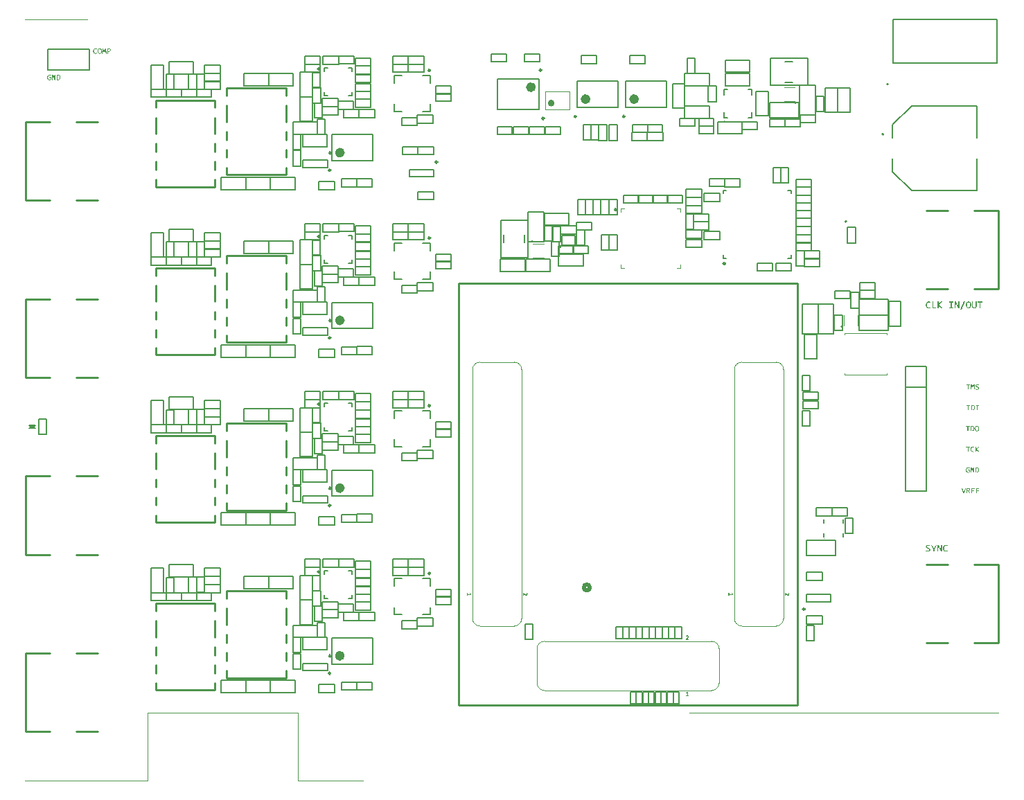
<source format=gto>
G04*
G04 #@! TF.GenerationSoftware,Altium Limited,Altium Designer,23.0.1 (38)*
G04*
G04 Layer_Color=65535*
%FSAX25Y25*%
%MOIN*%
G70*
G04*
G04 #@! TF.SameCoordinates,6E8D14A1-A76B-48EF-8A5D-7AFE63AE9358*
G04*
G04*
G04 #@! TF.FilePolarity,Positive*
G04*
G01*
G75*
%ADD10C,0.00984*%
%ADD11C,0.02362*%
%ADD12C,0.01575*%
%ADD13C,0.00394*%
%ADD14C,0.00610*%
%ADD15C,0.00787*%
%ADD16C,0.02000*%
%ADD17C,0.00500*%
%ADD18C,0.01000*%
%ADD19C,0.00591*%
G36*
X0451980Y0163732D02*
X0451508D01*
X0450652Y0166307D01*
X0451049D01*
X0451603Y0164569D01*
X0451760Y0164060D01*
X0451921Y0164569D01*
X0452479Y0166307D01*
X0452853D01*
X0451980Y0163732D01*
D02*
G37*
G36*
X0459154Y0166009D02*
X0458058D01*
Y0165172D01*
X0459094D01*
Y0164880D01*
X0458058D01*
Y0163732D01*
X0457700D01*
Y0166307D01*
X0459154D01*
Y0166009D01*
D02*
G37*
G36*
X0456940Y0166012D02*
X0455828D01*
Y0165215D01*
X0456894D01*
Y0164920D01*
X0455828D01*
Y0164031D01*
X0456940D01*
Y0163732D01*
X0455477D01*
Y0166307D01*
X0456940D01*
Y0166012D01*
D02*
G37*
G36*
X0453965Y0166304D02*
X0454017Y0166300D01*
X0454076Y0166294D01*
X0454142Y0166284D01*
X0454207Y0166271D01*
X0454270Y0166255D01*
X0454273D01*
X0454276Y0166251D01*
X0454296Y0166245D01*
X0454325Y0166235D01*
X0454365Y0166218D01*
X0454407Y0166199D01*
X0454450Y0166176D01*
X0454496Y0166150D01*
X0454535Y0166117D01*
X0454539Y0166114D01*
X0454552Y0166100D01*
X0454571Y0166081D01*
X0454594Y0166058D01*
X0454621Y0166025D01*
X0454643Y0165989D01*
X0454670Y0165949D01*
X0454690Y0165904D01*
X0454693Y0165897D01*
X0454696Y0165881D01*
X0454706Y0165858D01*
X0454716Y0165822D01*
X0454722Y0165782D01*
X0454732Y0165736D01*
X0454735Y0165684D01*
X0454739Y0165628D01*
Y0165622D01*
Y0165608D01*
X0454735Y0165585D01*
Y0165553D01*
X0454729Y0165520D01*
X0454722Y0165480D01*
X0454716Y0165441D01*
X0454703Y0165399D01*
Y0165395D01*
X0454696Y0165379D01*
X0454686Y0165359D01*
X0454676Y0165333D01*
X0454660Y0165303D01*
X0454640Y0165271D01*
X0454621Y0165234D01*
X0454594Y0165202D01*
X0454591Y0165198D01*
X0454581Y0165189D01*
X0454568Y0165172D01*
X0454548Y0165153D01*
X0454522Y0165126D01*
X0454493Y0165103D01*
X0454457Y0165077D01*
X0454421Y0165051D01*
X0454417Y0165048D01*
X0454404Y0165041D01*
X0454381Y0165028D01*
X0454352Y0165015D01*
X0454319Y0165002D01*
X0454280Y0164985D01*
X0454234Y0164969D01*
X0454184Y0164956D01*
X0454188D01*
X0454204Y0164949D01*
X0454224Y0164939D01*
X0454247Y0164926D01*
X0454276Y0164907D01*
X0454309Y0164887D01*
X0454339Y0164857D01*
X0454368Y0164824D01*
X0454371Y0164821D01*
X0454381Y0164808D01*
X0454397Y0164788D01*
X0454417Y0164759D01*
X0454440Y0164723D01*
X0454466Y0164683D01*
X0454496Y0164634D01*
X0454526Y0164578D01*
X0454932Y0163732D01*
X0454535D01*
X0454152Y0164552D01*
X0454148Y0164556D01*
X0454145Y0164569D01*
X0454135Y0164585D01*
X0454125Y0164608D01*
X0454096Y0164661D01*
X0454063Y0164710D01*
X0454060Y0164713D01*
X0454056Y0164720D01*
X0454047Y0164733D01*
X0454034Y0164746D01*
X0454001Y0164779D01*
X0453965Y0164808D01*
X0453961Y0164811D01*
X0453955Y0164815D01*
X0453945Y0164821D01*
X0453932Y0164828D01*
X0453896Y0164844D01*
X0453850Y0164861D01*
X0453847D01*
X0453840Y0164864D01*
X0453827Y0164867D01*
X0453810Y0164870D01*
X0453788D01*
X0453764Y0164874D01*
X0453712Y0164877D01*
X0453548D01*
Y0163732D01*
X0453197D01*
Y0166307D01*
X0453942D01*
X0453965Y0166304D01*
D02*
G37*
G36*
X0456313Y0186337D02*
X0456365Y0186333D01*
X0456421Y0186327D01*
X0456536Y0186307D01*
X0456543D01*
X0456562Y0186301D01*
X0456592Y0186294D01*
X0456631Y0186284D01*
X0456677Y0186271D01*
X0456726Y0186255D01*
X0456835Y0186215D01*
Y0185871D01*
X0456828Y0185874D01*
X0456812Y0185884D01*
X0456782Y0185897D01*
X0456746Y0185914D01*
X0456700Y0185933D01*
X0456651Y0185953D01*
X0456598Y0185969D01*
X0456543Y0185986D01*
X0456536Y0185989D01*
X0456516Y0185992D01*
X0456487Y0185999D01*
X0456448Y0186009D01*
X0456398Y0186015D01*
X0456343Y0186022D01*
X0456284Y0186025D01*
X0456218Y0186028D01*
X0456188D01*
X0456152Y0186025D01*
X0456110Y0186018D01*
X0456057Y0186012D01*
X0456005Y0185999D01*
X0455946Y0185982D01*
X0455890Y0185959D01*
X0455883Y0185956D01*
X0455867Y0185946D01*
X0455837Y0185930D01*
X0455805Y0185910D01*
X0455765Y0185881D01*
X0455723Y0185845D01*
X0455680Y0185805D01*
X0455641Y0185759D01*
X0455637Y0185753D01*
X0455624Y0185736D01*
X0455605Y0185710D01*
X0455582Y0185671D01*
X0455559Y0185625D01*
X0455532Y0185572D01*
X0455506Y0185513D01*
X0455483Y0185444D01*
Y0185441D01*
X0455480Y0185435D01*
Y0185425D01*
X0455477Y0185412D01*
X0455470Y0185395D01*
X0455467Y0185372D01*
X0455457Y0185323D01*
X0455447Y0185261D01*
X0455441Y0185189D01*
X0455434Y0185110D01*
X0455431Y0185021D01*
Y0185015D01*
Y0184998D01*
Y0184972D01*
X0455434Y0184939D01*
X0455437Y0184897D01*
X0455441Y0184851D01*
X0455447Y0184798D01*
X0455457Y0184739D01*
X0455480Y0184618D01*
X0455496Y0184556D01*
X0455516Y0184493D01*
X0455539Y0184431D01*
X0455565Y0184372D01*
X0455595Y0184316D01*
X0455631Y0184267D01*
X0455634Y0184264D01*
X0455641Y0184257D01*
X0455654Y0184244D01*
X0455670Y0184228D01*
X0455690Y0184208D01*
X0455716Y0184188D01*
X0455746Y0184165D01*
X0455782Y0184142D01*
X0455821Y0184116D01*
X0455864Y0184093D01*
X0455913Y0184073D01*
X0455969Y0184054D01*
X0456024Y0184037D01*
X0456087Y0184024D01*
X0456152Y0184018D01*
X0456224Y0184014D01*
X0456254D01*
X0456287Y0184018D01*
X0456326D01*
X0456375Y0184024D01*
X0456428Y0184031D01*
X0456487Y0184037D01*
X0456543Y0184050D01*
X0456546D01*
X0456549Y0184054D01*
X0456569Y0184057D01*
X0456598Y0184067D01*
X0456635Y0184080D01*
X0456680Y0184093D01*
X0456730Y0184113D01*
X0456835Y0184159D01*
Y0183827D01*
X0456831D01*
X0456821Y0183821D01*
X0456805Y0183814D01*
X0456782Y0183808D01*
X0456753Y0183798D01*
X0456720Y0183788D01*
X0456680Y0183775D01*
X0456638Y0183765D01*
X0456589Y0183752D01*
X0456539Y0183739D01*
X0456428Y0183719D01*
X0456310Y0183706D01*
X0456185Y0183700D01*
X0456162D01*
X0456133Y0183703D01*
X0456097Y0183706D01*
X0456051Y0183709D01*
X0455998Y0183716D01*
X0455939Y0183726D01*
X0455877Y0183739D01*
X0455811Y0183758D01*
X0455742Y0183778D01*
X0455674Y0183804D01*
X0455601Y0183837D01*
X0455536Y0183873D01*
X0455470Y0183916D01*
X0455408Y0183968D01*
X0455349Y0184024D01*
X0455345Y0184028D01*
X0455336Y0184041D01*
X0455323Y0184060D01*
X0455303Y0184087D01*
X0455280Y0184119D01*
X0455257Y0184162D01*
X0455231Y0184211D01*
X0455204Y0184267D01*
X0455175Y0184333D01*
X0455149Y0184405D01*
X0455126Y0184483D01*
X0455103Y0184569D01*
X0455083Y0184664D01*
X0455070Y0184766D01*
X0455060Y0184874D01*
X0455057Y0184988D01*
Y0184992D01*
Y0185002D01*
Y0185018D01*
Y0185041D01*
X0455060Y0185067D01*
Y0185100D01*
X0455063Y0185136D01*
X0455067Y0185176D01*
X0455077Y0185264D01*
X0455090Y0185356D01*
X0455109Y0185454D01*
X0455135Y0185549D01*
Y0185553D01*
X0455139Y0185559D01*
X0455145Y0185572D01*
X0455152Y0185592D01*
X0455159Y0185612D01*
X0455168Y0185638D01*
X0455195Y0185697D01*
X0455227Y0185763D01*
X0455267Y0185835D01*
X0455313Y0185904D01*
X0455365Y0185972D01*
X0455368Y0185976D01*
X0455372Y0185979D01*
X0455381Y0185989D01*
X0455391Y0186002D01*
X0455424Y0186035D01*
X0455467Y0186074D01*
X0455519Y0186117D01*
X0455582Y0186163D01*
X0455654Y0186205D01*
X0455729Y0186245D01*
X0455732D01*
X0455739Y0186248D01*
X0455752Y0186255D01*
X0455765Y0186261D01*
X0455788Y0186268D01*
X0455811Y0186274D01*
X0455837Y0186284D01*
X0455870Y0186294D01*
X0455939Y0186310D01*
X0456021Y0186327D01*
X0456110Y0186337D01*
X0456205Y0186340D01*
X0456270D01*
X0456313Y0186337D01*
D02*
G37*
G36*
X0458094Y0185080D02*
X0459154Y0183732D01*
X0458714D01*
X0457753Y0184995D01*
Y0183732D01*
X0457402D01*
Y0186307D01*
X0457753D01*
Y0185107D01*
X0458694Y0186307D01*
X0459108D01*
X0458094Y0185080D01*
D02*
G37*
G36*
X0454706Y0186009D02*
X0453945D01*
Y0183732D01*
X0453591D01*
Y0186009D01*
X0452830D01*
Y0186307D01*
X0454706D01*
Y0186009D01*
D02*
G37*
G36*
X0454102Y0176340D02*
X0454152Y0176337D01*
X0454207Y0176330D01*
X0454325Y0176310D01*
X0454332D01*
X0454352Y0176304D01*
X0454384Y0176297D01*
X0454424Y0176287D01*
X0454470Y0176274D01*
X0454519Y0176258D01*
X0454571Y0176238D01*
X0454627Y0176215D01*
Y0175868D01*
X0454621Y0175871D01*
X0454601Y0175881D01*
X0454575Y0175894D01*
X0454535Y0175910D01*
X0454489Y0175930D01*
X0454440Y0175950D01*
X0454384Y0175969D01*
X0454329Y0175986D01*
X0454322Y0175989D01*
X0454302Y0175992D01*
X0454273Y0175999D01*
X0454230Y0176009D01*
X0454181Y0176015D01*
X0454125Y0176022D01*
X0454066Y0176025D01*
X0454001Y0176028D01*
X0453968D01*
X0453948Y0176025D01*
X0453929D01*
X0453879Y0176018D01*
X0453824Y0176009D01*
X0453761Y0175996D01*
X0453699Y0175979D01*
X0453637Y0175953D01*
X0453633D01*
X0453630Y0175950D01*
X0453610Y0175940D01*
X0453581Y0175923D01*
X0453542Y0175900D01*
X0453499Y0175871D01*
X0453456Y0175835D01*
X0453410Y0175795D01*
X0453368Y0175746D01*
X0453364Y0175740D01*
X0453351Y0175723D01*
X0453332Y0175694D01*
X0453305Y0175658D01*
X0453279Y0175612D01*
X0453253Y0175556D01*
X0453223Y0175497D01*
X0453200Y0175428D01*
Y0175425D01*
X0453197Y0175418D01*
X0453194Y0175408D01*
X0453191Y0175395D01*
X0453187Y0175379D01*
X0453184Y0175356D01*
X0453174Y0175307D01*
X0453161Y0175244D01*
X0453154Y0175172D01*
X0453148Y0175097D01*
X0453145Y0175012D01*
Y0175008D01*
Y0175002D01*
Y0174988D01*
Y0174972D01*
Y0174952D01*
X0453148Y0174926D01*
X0453151Y0174870D01*
X0453154Y0174805D01*
X0453164Y0174733D01*
X0453174Y0174661D01*
X0453191Y0174588D01*
Y0174585D01*
X0453194Y0174582D01*
X0453197Y0174572D01*
X0453200Y0174559D01*
X0453210Y0174523D01*
X0453227Y0174480D01*
X0453246Y0174428D01*
X0453272Y0174375D01*
X0453302Y0174323D01*
X0453335Y0174270D01*
X0453338Y0174264D01*
X0453355Y0174250D01*
X0453374Y0174227D01*
X0453407Y0174198D01*
X0453443Y0174165D01*
X0453486Y0174132D01*
X0453538Y0174103D01*
X0453594Y0174073D01*
X0453597D01*
X0453601Y0174070D01*
X0453610Y0174067D01*
X0453623Y0174064D01*
X0453656Y0174050D01*
X0453699Y0174041D01*
X0453755Y0174028D01*
X0453817Y0174014D01*
X0453889Y0174008D01*
X0453968Y0174004D01*
X0454020D01*
X0454050Y0174008D01*
X0454056D01*
X0454076Y0174011D01*
X0454102Y0174014D01*
X0454135Y0174018D01*
X0454142D01*
X0454161Y0174021D01*
X0454188Y0174028D01*
X0454217Y0174034D01*
X0454220D01*
X0454224Y0174037D01*
X0454243Y0174041D01*
X0454266Y0174047D01*
X0454293Y0174057D01*
Y0174880D01*
X0453768D01*
Y0175169D01*
X0454640D01*
Y0173850D01*
X0454637D01*
X0454627Y0173844D01*
X0454611Y0173837D01*
X0454588Y0173827D01*
X0454562Y0173818D01*
X0454532Y0173808D01*
X0454466Y0173785D01*
X0454463D01*
X0454450Y0173782D01*
X0454434Y0173775D01*
X0454411Y0173768D01*
X0454381Y0173758D01*
X0454352Y0173752D01*
X0454283Y0173735D01*
X0454280D01*
X0454266Y0173732D01*
X0454250Y0173729D01*
X0454227Y0173726D01*
X0454198Y0173722D01*
X0454168Y0173719D01*
X0454099Y0173709D01*
X0454096D01*
X0454083Y0173706D01*
X0454066D01*
X0454043Y0173703D01*
X0454014Y0173699D01*
X0453984D01*
X0453919Y0173696D01*
X0453876D01*
X0453850Y0173699D01*
X0453824D01*
X0453794Y0173703D01*
X0453761Y0173706D01*
X0453686Y0173716D01*
X0453607Y0173732D01*
X0453525Y0173752D01*
X0453443Y0173778D01*
X0453440D01*
X0453433Y0173782D01*
X0453423Y0173788D01*
X0453407Y0173795D01*
X0453391Y0173801D01*
X0453368Y0173814D01*
X0453318Y0173840D01*
X0453263Y0173873D01*
X0453204Y0173916D01*
X0453141Y0173965D01*
X0453082Y0174021D01*
Y0174024D01*
X0453076Y0174028D01*
X0453069Y0174037D01*
X0453059Y0174050D01*
X0453046Y0174067D01*
X0453033Y0174086D01*
X0453000Y0174132D01*
X0452961Y0174191D01*
X0452925Y0174260D01*
X0452889Y0174339D01*
X0452856Y0174428D01*
Y0174431D01*
X0452853Y0174437D01*
X0452849Y0174451D01*
X0452843Y0174470D01*
X0452836Y0174493D01*
X0452830Y0174523D01*
X0452823Y0174552D01*
X0452817Y0174588D01*
X0452810Y0174628D01*
X0452804Y0174670D01*
X0452790Y0174766D01*
X0452780Y0174874D01*
X0452777Y0174988D01*
Y0174992D01*
Y0175002D01*
Y0175018D01*
Y0175041D01*
X0452780Y0175071D01*
Y0175103D01*
X0452784Y0175139D01*
X0452787Y0175179D01*
X0452800Y0175267D01*
X0452813Y0175362D01*
X0452836Y0175461D01*
X0452866Y0175556D01*
Y0175559D01*
X0452869Y0175566D01*
X0452876Y0175579D01*
X0452882Y0175599D01*
X0452892Y0175622D01*
X0452902Y0175645D01*
X0452931Y0175704D01*
X0452964Y0175772D01*
X0453007Y0175841D01*
X0453056Y0175914D01*
X0453112Y0175982D01*
X0453115Y0175986D01*
X0453118Y0175989D01*
X0453128Y0175999D01*
X0453141Y0176012D01*
X0453174Y0176045D01*
X0453220Y0176084D01*
X0453276Y0176127D01*
X0453341Y0176169D01*
X0453417Y0176212D01*
X0453499Y0176251D01*
X0453502D01*
X0453509Y0176255D01*
X0453522Y0176261D01*
X0453538Y0176264D01*
X0453561Y0176274D01*
X0453584Y0176281D01*
X0453614Y0176287D01*
X0453646Y0176297D01*
X0453719Y0176314D01*
X0453804Y0176330D01*
X0453899Y0176340D01*
X0453997Y0176343D01*
X0454060D01*
X0454102Y0176340D01*
D02*
G37*
G36*
X0456848Y0173732D02*
X0456372D01*
X0455654Y0175336D01*
X0455447Y0175854D01*
Y0174556D01*
Y0173732D01*
X0455096D01*
Y0176307D01*
X0455565D01*
X0456248Y0174782D01*
X0456497Y0174195D01*
Y0175572D01*
Y0176307D01*
X0456848D01*
Y0173732D01*
D02*
G37*
G36*
X0458015Y0176304D02*
X0458055D01*
X0458104Y0176297D01*
X0458163Y0176291D01*
X0458225Y0176281D01*
X0458294Y0176268D01*
X0458366Y0176251D01*
X0458442Y0176232D01*
X0458517Y0176205D01*
X0458589Y0176176D01*
X0458662Y0176140D01*
X0458730Y0176097D01*
X0458796Y0176051D01*
X0458855Y0175996D01*
X0458858Y0175992D01*
X0458868Y0175982D01*
X0458881Y0175963D01*
X0458901Y0175936D01*
X0458924Y0175904D01*
X0458950Y0175864D01*
X0458976Y0175815D01*
X0459006Y0175759D01*
X0459032Y0175697D01*
X0459058Y0175628D01*
X0459085Y0175549D01*
X0459108Y0175464D01*
X0459127Y0175372D01*
X0459140Y0175271D01*
X0459150Y0175162D01*
X0459154Y0175048D01*
Y0175044D01*
Y0175038D01*
Y0175028D01*
Y0175015D01*
Y0174979D01*
X0459150Y0174933D01*
X0459147Y0174877D01*
X0459140Y0174818D01*
X0459124Y0174690D01*
Y0174687D01*
Y0174683D01*
X0459121Y0174674D01*
X0459118Y0174661D01*
X0459111Y0174631D01*
X0459101Y0174588D01*
X0459088Y0174539D01*
X0459072Y0174487D01*
X0459032Y0174375D01*
X0459029Y0174369D01*
X0459022Y0174352D01*
X0459006Y0174323D01*
X0458989Y0174287D01*
X0458963Y0174247D01*
X0458937Y0174201D01*
X0458904Y0174155D01*
X0458868Y0174109D01*
X0458865Y0174103D01*
X0458848Y0174090D01*
X0458829Y0174067D01*
X0458799Y0174041D01*
X0458763Y0174008D01*
X0458721Y0173975D01*
X0458671Y0173939D01*
X0458619Y0173906D01*
X0458612Y0173903D01*
X0458593Y0173893D01*
X0458563Y0173877D01*
X0458524Y0173860D01*
X0458475Y0173840D01*
X0458416Y0173818D01*
X0458350Y0173798D01*
X0458281Y0173778D01*
X0458278D01*
X0458271Y0173775D01*
X0458261D01*
X0458248Y0173772D01*
X0458229Y0173768D01*
X0458209Y0173765D01*
X0458156Y0173755D01*
X0458091Y0173745D01*
X0458015Y0173739D01*
X0457933Y0173735D01*
X0457845Y0173732D01*
X0457294D01*
Y0176307D01*
X0457983D01*
X0458015Y0176304D01*
D02*
G37*
G36*
X0455762Y0196304D02*
X0455801D01*
X0455851Y0196297D01*
X0455910Y0196291D01*
X0455972Y0196281D01*
X0456041Y0196268D01*
X0456113Y0196251D01*
X0456188Y0196232D01*
X0456264Y0196205D01*
X0456336Y0196176D01*
X0456408Y0196140D01*
X0456477Y0196097D01*
X0456543Y0196051D01*
X0456602Y0195995D01*
X0456605Y0195992D01*
X0456615Y0195982D01*
X0456628Y0195963D01*
X0456648Y0195936D01*
X0456671Y0195904D01*
X0456697Y0195864D01*
X0456723Y0195815D01*
X0456753Y0195759D01*
X0456779Y0195697D01*
X0456805Y0195628D01*
X0456831Y0195549D01*
X0456854Y0195464D01*
X0456874Y0195372D01*
X0456887Y0195271D01*
X0456897Y0195162D01*
X0456900Y0195047D01*
Y0195044D01*
Y0195038D01*
Y0195028D01*
Y0195015D01*
Y0194979D01*
X0456897Y0194933D01*
X0456894Y0194877D01*
X0456887Y0194818D01*
X0456871Y0194690D01*
Y0194687D01*
Y0194684D01*
X0456867Y0194674D01*
X0456864Y0194660D01*
X0456857Y0194631D01*
X0456848Y0194588D01*
X0456835Y0194539D01*
X0456818Y0194487D01*
X0456779Y0194375D01*
X0456776Y0194369D01*
X0456769Y0194352D01*
X0456753Y0194323D01*
X0456736Y0194287D01*
X0456710Y0194247D01*
X0456684Y0194201D01*
X0456651Y0194155D01*
X0456615Y0194109D01*
X0456611Y0194103D01*
X0456595Y0194090D01*
X0456575Y0194067D01*
X0456546Y0194041D01*
X0456510Y0194008D01*
X0456467Y0193975D01*
X0456418Y0193939D01*
X0456365Y0193906D01*
X0456359Y0193903D01*
X0456339Y0193893D01*
X0456310Y0193877D01*
X0456270Y0193860D01*
X0456221Y0193841D01*
X0456162Y0193817D01*
X0456097Y0193798D01*
X0456028Y0193778D01*
X0456024D01*
X0456018Y0193775D01*
X0456008D01*
X0455995Y0193772D01*
X0455975Y0193768D01*
X0455956Y0193765D01*
X0455903Y0193755D01*
X0455837Y0193745D01*
X0455762Y0193739D01*
X0455680Y0193736D01*
X0455591Y0193732D01*
X0455040D01*
Y0196307D01*
X0455729D01*
X0455762Y0196304D01*
D02*
G37*
G36*
X0454657Y0196009D02*
X0453896D01*
Y0193732D01*
X0453542D01*
Y0196009D01*
X0452780D01*
Y0196307D01*
X0454657D01*
Y0196009D01*
D02*
G37*
G36*
X0458232Y0196340D02*
X0458258D01*
X0458317Y0196333D01*
X0458386Y0196320D01*
X0458458Y0196304D01*
X0458530Y0196281D01*
X0458603Y0196251D01*
X0458606D01*
X0458612Y0196248D01*
X0458619Y0196241D01*
X0458632Y0196235D01*
X0458668Y0196212D01*
X0458711Y0196186D01*
X0458757Y0196146D01*
X0458809Y0196100D01*
X0458858Y0196048D01*
X0458908Y0195989D01*
Y0195986D01*
X0458914Y0195982D01*
X0458921Y0195973D01*
X0458927Y0195959D01*
X0458937Y0195943D01*
X0458950Y0195923D01*
X0458976Y0195874D01*
X0459006Y0195815D01*
X0459039Y0195746D01*
X0459065Y0195668D01*
X0459091Y0195579D01*
Y0195576D01*
X0459094Y0195569D01*
X0459098Y0195556D01*
X0459101Y0195536D01*
X0459104Y0195513D01*
X0459111Y0195487D01*
X0459118Y0195457D01*
X0459124Y0195422D01*
X0459127Y0195382D01*
X0459134Y0195340D01*
X0459144Y0195248D01*
X0459150Y0195146D01*
X0459154Y0195034D01*
Y0195031D01*
Y0195018D01*
Y0195002D01*
Y0194975D01*
X0459150Y0194946D01*
Y0194910D01*
X0459147Y0194870D01*
X0459144Y0194828D01*
X0459134Y0194736D01*
X0459118Y0194634D01*
X0459098Y0194533D01*
X0459072Y0194434D01*
Y0194431D01*
X0459068Y0194424D01*
X0459062Y0194411D01*
X0459055Y0194392D01*
X0459049Y0194372D01*
X0459039Y0194346D01*
X0459013Y0194290D01*
X0458980Y0194224D01*
X0458944Y0194152D01*
X0458898Y0194083D01*
X0458848Y0194018D01*
Y0194014D01*
X0458842Y0194011D01*
X0458826Y0193991D01*
X0458796Y0193962D01*
X0458757Y0193926D01*
X0458708Y0193886D01*
X0458655Y0193847D01*
X0458593Y0193808D01*
X0458524Y0193775D01*
X0458521D01*
X0458514Y0193772D01*
X0458504Y0193768D01*
X0458491Y0193762D01*
X0458475Y0193755D01*
X0458455Y0193749D01*
X0458406Y0193736D01*
X0458347Y0193722D01*
X0458278Y0193709D01*
X0458206Y0193700D01*
X0458130Y0193696D01*
X0458088D01*
X0458068Y0193700D01*
X0458042D01*
X0457983Y0193706D01*
X0457917Y0193719D01*
X0457845Y0193732D01*
X0457769Y0193755D01*
X0457697Y0193785D01*
X0457694D01*
X0457691Y0193788D01*
X0457681Y0193795D01*
X0457668Y0193801D01*
X0457632Y0193821D01*
X0457589Y0193850D01*
X0457543Y0193886D01*
X0457491Y0193932D01*
X0457441Y0193985D01*
X0457392Y0194044D01*
Y0194047D01*
X0457386Y0194050D01*
X0457382Y0194060D01*
X0457373Y0194073D01*
X0457363Y0194090D01*
X0457353Y0194109D01*
X0457327Y0194159D01*
X0457297Y0194221D01*
X0457268Y0194290D01*
X0457241Y0194369D01*
X0457215Y0194457D01*
Y0194460D01*
X0457212Y0194467D01*
X0457208Y0194480D01*
X0457205Y0194500D01*
X0457202Y0194523D01*
X0457195Y0194549D01*
X0457192Y0194582D01*
X0457186Y0194618D01*
X0457179Y0194654D01*
X0457176Y0194697D01*
X0457166Y0194792D01*
X0457159Y0194893D01*
X0457156Y0195005D01*
Y0195008D01*
Y0195021D01*
Y0195038D01*
Y0195064D01*
X0457159Y0195094D01*
Y0195126D01*
X0457163Y0195166D01*
X0457166Y0195208D01*
X0457176Y0195300D01*
X0457189Y0195402D01*
X0457208Y0195500D01*
X0457235Y0195599D01*
Y0195602D01*
X0457238Y0195608D01*
X0457245Y0195622D01*
X0457251Y0195641D01*
X0457258Y0195661D01*
X0457268Y0195687D01*
X0457294Y0195746D01*
X0457323Y0195812D01*
X0457363Y0195881D01*
X0457405Y0195949D01*
X0457454Y0196015D01*
X0457458Y0196018D01*
X0457461Y0196022D01*
X0457478Y0196041D01*
X0457507Y0196071D01*
X0457546Y0196110D01*
X0457592Y0196150D01*
X0457648Y0196189D01*
X0457710Y0196228D01*
X0457776Y0196261D01*
X0457779D01*
X0457786Y0196264D01*
X0457796Y0196268D01*
X0457809Y0196274D01*
X0457825Y0196281D01*
X0457845Y0196287D01*
X0457894Y0196304D01*
X0457953Y0196317D01*
X0458022Y0196330D01*
X0458094Y0196340D01*
X0458170Y0196343D01*
X0458212D01*
X0458232Y0196340D01*
D02*
G37*
G36*
X0459154Y0206012D02*
X0458560D01*
Y0204031D01*
X0459154D01*
Y0203732D01*
X0457612D01*
Y0204031D01*
X0458206D01*
Y0206012D01*
X0457612D01*
Y0206307D01*
X0459154D01*
Y0206012D01*
D02*
G37*
G36*
X0455992Y0206304D02*
X0456031D01*
X0456080Y0206297D01*
X0456139Y0206291D01*
X0456202Y0206281D01*
X0456270Y0206268D01*
X0456343Y0206251D01*
X0456418Y0206232D01*
X0456494Y0206205D01*
X0456566Y0206176D01*
X0456638Y0206140D01*
X0456707Y0206097D01*
X0456772Y0206051D01*
X0456831Y0205995D01*
X0456835Y0205992D01*
X0456844Y0205982D01*
X0456857Y0205963D01*
X0456877Y0205936D01*
X0456900Y0205904D01*
X0456926Y0205864D01*
X0456953Y0205815D01*
X0456982Y0205759D01*
X0457008Y0205697D01*
X0457035Y0205628D01*
X0457061Y0205549D01*
X0457084Y0205464D01*
X0457103Y0205372D01*
X0457117Y0205271D01*
X0457127Y0205162D01*
X0457130Y0205048D01*
Y0205044D01*
Y0205038D01*
Y0205028D01*
Y0205015D01*
Y0204979D01*
X0457127Y0204933D01*
X0457123Y0204877D01*
X0457117Y0204818D01*
X0457100Y0204690D01*
Y0204687D01*
Y0204683D01*
X0457097Y0204674D01*
X0457094Y0204661D01*
X0457087Y0204631D01*
X0457077Y0204588D01*
X0457064Y0204539D01*
X0457048Y0204487D01*
X0457008Y0204375D01*
X0457005Y0204369D01*
X0456999Y0204352D01*
X0456982Y0204323D01*
X0456966Y0204287D01*
X0456940Y0204247D01*
X0456913Y0204201D01*
X0456881Y0204155D01*
X0456844Y0204110D01*
X0456841Y0204103D01*
X0456825Y0204090D01*
X0456805Y0204067D01*
X0456776Y0204041D01*
X0456740Y0204008D01*
X0456697Y0203975D01*
X0456648Y0203939D01*
X0456595Y0203906D01*
X0456589Y0203903D01*
X0456569Y0203893D01*
X0456539Y0203877D01*
X0456500Y0203860D01*
X0456451Y0203840D01*
X0456392Y0203818D01*
X0456326Y0203798D01*
X0456257Y0203778D01*
X0456254D01*
X0456248Y0203775D01*
X0456238D01*
X0456224Y0203772D01*
X0456205Y0203768D01*
X0456185Y0203765D01*
X0456133Y0203755D01*
X0456067Y0203745D01*
X0455992Y0203739D01*
X0455910Y0203735D01*
X0455821Y0203732D01*
X0455270D01*
Y0206307D01*
X0455959D01*
X0455992Y0206304D01*
D02*
G37*
G36*
X0454886Y0206009D02*
X0454125D01*
Y0203732D01*
X0453771D01*
Y0206009D01*
X0453010D01*
Y0206307D01*
X0454886D01*
Y0206009D01*
D02*
G37*
G36*
X0458484Y0216340D02*
X0458537Y0216337D01*
X0458550D01*
X0458566Y0216333D01*
X0458586D01*
X0458609Y0216330D01*
X0458635Y0216327D01*
X0458691Y0216317D01*
X0458694D01*
X0458704Y0216314D01*
X0458721D01*
X0458740Y0216310D01*
X0458763Y0216307D01*
X0458789Y0216301D01*
X0458845Y0216291D01*
X0458848D01*
X0458858Y0216287D01*
X0458875D01*
X0458894Y0216284D01*
X0458940Y0216274D01*
X0458989Y0216264D01*
Y0215950D01*
X0458986D01*
X0458983Y0215953D01*
X0458963Y0215956D01*
X0458934Y0215966D01*
X0458894Y0215972D01*
X0458848Y0215986D01*
X0458796Y0215996D01*
X0458740Y0216005D01*
X0458684Y0216015D01*
X0458678D01*
X0458658Y0216018D01*
X0458629Y0216022D01*
X0458593Y0216028D01*
X0458547Y0216032D01*
X0458497Y0216035D01*
X0458389Y0216038D01*
X0458340D01*
X0458314Y0216035D01*
X0458288Y0216032D01*
X0458222Y0216025D01*
X0458150Y0216012D01*
X0458074Y0215996D01*
X0458006Y0215969D01*
X0457976Y0215953D01*
X0457946Y0215936D01*
X0457940Y0215933D01*
X0457924Y0215917D01*
X0457901Y0215897D01*
X0457878Y0215864D01*
X0457851Y0215825D01*
X0457828Y0215779D01*
X0457812Y0215726D01*
X0457809Y0215697D01*
X0457805Y0215668D01*
Y0215664D01*
Y0215651D01*
X0457809Y0215631D01*
X0457812Y0215605D01*
X0457819Y0215579D01*
X0457828Y0215546D01*
X0457842Y0215517D01*
X0457861Y0215487D01*
X0457865Y0215484D01*
X0457871Y0215474D01*
X0457884Y0215461D01*
X0457904Y0215441D01*
X0457924Y0215422D01*
X0457950Y0215399D01*
X0457983Y0215376D01*
X0458015Y0215353D01*
X0458019Y0215349D01*
X0458032Y0215343D01*
X0458051Y0215333D01*
X0458078Y0215317D01*
X0458111Y0215300D01*
X0458147Y0215284D01*
X0458189Y0215264D01*
X0458232Y0215244D01*
X0458238Y0215241D01*
X0458252Y0215238D01*
X0458278Y0215228D01*
X0458307Y0215215D01*
X0458347Y0215202D01*
X0458386Y0215182D01*
X0458478Y0215146D01*
X0458484Y0215143D01*
X0458501Y0215136D01*
X0458524Y0215126D01*
X0458557Y0215113D01*
X0458593Y0215097D01*
X0458635Y0215077D01*
X0458724Y0215034D01*
X0458730Y0215031D01*
X0458743Y0215025D01*
X0458767Y0215012D01*
X0458796Y0214992D01*
X0458829Y0214972D01*
X0458865Y0214946D01*
X0458940Y0214887D01*
X0458944Y0214884D01*
X0458957Y0214874D01*
X0458973Y0214854D01*
X0458996Y0214831D01*
X0459019Y0214805D01*
X0459045Y0214772D01*
X0459072Y0214733D01*
X0459094Y0214693D01*
X0459098Y0214687D01*
X0459104Y0214674D01*
X0459114Y0214651D01*
X0459124Y0214618D01*
X0459134Y0214579D01*
X0459144Y0214536D01*
X0459150Y0214483D01*
X0459154Y0214428D01*
Y0214424D01*
Y0214421D01*
Y0214411D01*
Y0214398D01*
X0459150Y0214362D01*
X0459144Y0214319D01*
X0459134Y0214267D01*
X0459121Y0214214D01*
X0459104Y0214159D01*
X0459078Y0214106D01*
X0459075Y0214100D01*
X0459065Y0214083D01*
X0459049Y0214057D01*
X0459022Y0214028D01*
X0458993Y0213988D01*
X0458957Y0213952D01*
X0458917Y0213913D01*
X0458868Y0213877D01*
X0458862Y0213873D01*
X0458845Y0213860D01*
X0458816Y0213844D01*
X0458776Y0213824D01*
X0458730Y0213801D01*
X0458675Y0213781D01*
X0458612Y0213758D01*
X0458543Y0213739D01*
X0458540D01*
X0458534Y0213736D01*
X0458524D01*
X0458511Y0213732D01*
X0458494Y0213729D01*
X0458471Y0213726D01*
X0458422Y0213719D01*
X0458360Y0213709D01*
X0458291Y0213703D01*
X0458212Y0213700D01*
X0458130Y0213696D01*
X0458068D01*
X0458035Y0213700D01*
X0458002D01*
X0457927Y0213706D01*
X0457910D01*
X0457891Y0213709D01*
X0457865Y0213713D01*
X0457835D01*
X0457802Y0213716D01*
X0457730Y0213726D01*
X0457727D01*
X0457714Y0213729D01*
X0457697D01*
X0457671Y0213732D01*
X0457645Y0213736D01*
X0457615Y0213739D01*
X0457553Y0213749D01*
X0457550D01*
X0457540Y0213752D01*
X0457523Y0213755D01*
X0457504Y0213758D01*
X0457458Y0213772D01*
X0457405Y0213785D01*
Y0214123D01*
X0457409D01*
X0457412Y0214119D01*
X0457432Y0214113D01*
X0457461Y0214103D01*
X0457504Y0214090D01*
X0457550Y0214077D01*
X0457609Y0214060D01*
X0457671Y0214047D01*
X0457737Y0214034D01*
X0457746D01*
X0457756Y0214031D01*
X0457769D01*
X0457786Y0214028D01*
X0457809Y0214024D01*
X0457858Y0214021D01*
X0457920Y0214014D01*
X0457992Y0214008D01*
X0458071Y0214004D01*
X0458216D01*
X0458255Y0214008D01*
X0458301Y0214011D01*
X0458347Y0214014D01*
X0458396Y0214021D01*
X0458442Y0214031D01*
X0458448D01*
X0458462Y0214037D01*
X0458484Y0214041D01*
X0458511Y0214050D01*
X0458543Y0214060D01*
X0458576Y0214077D01*
X0458609Y0214090D01*
X0458639Y0214109D01*
X0458642Y0214113D01*
X0458652Y0214119D01*
X0458665Y0214129D01*
X0458681Y0214146D01*
X0458698Y0214165D01*
X0458717Y0214185D01*
X0458734Y0214211D01*
X0458750Y0214237D01*
X0458753Y0214241D01*
X0458757Y0214250D01*
X0458763Y0214267D01*
X0458770Y0214287D01*
X0458776Y0214313D01*
X0458780Y0214342D01*
X0458786Y0214372D01*
Y0214408D01*
Y0214411D01*
Y0214424D01*
X0458783Y0214444D01*
X0458780Y0214470D01*
X0458773Y0214496D01*
X0458760Y0214526D01*
X0458747Y0214556D01*
X0458727Y0214585D01*
X0458724Y0214588D01*
X0458717Y0214598D01*
X0458704Y0214611D01*
X0458684Y0214631D01*
X0458665Y0214651D01*
X0458639Y0214674D01*
X0458606Y0214693D01*
X0458573Y0214716D01*
X0458570Y0214720D01*
X0458557Y0214726D01*
X0458537Y0214739D01*
X0458511Y0214752D01*
X0458478Y0214769D01*
X0458442Y0214788D01*
X0458399Y0214805D01*
X0458357Y0214825D01*
X0458350Y0214828D01*
X0458337Y0214834D01*
X0458311Y0214844D01*
X0458281Y0214854D01*
X0458242Y0214870D01*
X0458202Y0214887D01*
X0458111Y0214923D01*
X0458104Y0214926D01*
X0458091Y0214933D01*
X0458065Y0214943D01*
X0458032Y0214956D01*
X0457996Y0214972D01*
X0457953Y0214992D01*
X0457865Y0215034D01*
X0457858Y0215038D01*
X0457845Y0215044D01*
X0457822Y0215057D01*
X0457792Y0215077D01*
X0457760Y0215097D01*
X0457724Y0215123D01*
X0457648Y0215179D01*
X0457645Y0215182D01*
X0457632Y0215192D01*
X0457615Y0215212D01*
X0457592Y0215234D01*
X0457569Y0215261D01*
X0457543Y0215294D01*
X0457517Y0215330D01*
X0457494Y0215369D01*
X0457491Y0215376D01*
X0457484Y0215389D01*
X0457478Y0215412D01*
X0457468Y0215444D01*
X0457454Y0215484D01*
X0457448Y0215526D01*
X0457441Y0215576D01*
X0457438Y0215631D01*
Y0215638D01*
Y0215654D01*
X0457441Y0215681D01*
X0457445Y0215713D01*
X0457451Y0215753D01*
X0457461Y0215795D01*
X0457474Y0215841D01*
X0457491Y0215891D01*
X0457494Y0215897D01*
X0457500Y0215914D01*
X0457514Y0215936D01*
X0457533Y0215969D01*
X0457556Y0216005D01*
X0457586Y0216041D01*
X0457622Y0216081D01*
X0457661Y0216120D01*
X0457668Y0216123D01*
X0457684Y0216137D01*
X0457707Y0216156D01*
X0457743Y0216176D01*
X0457786Y0216202D01*
X0457838Y0216228D01*
X0457897Y0216255D01*
X0457963Y0216281D01*
X0457966D01*
X0457973Y0216284D01*
X0457983Y0216287D01*
X0457996Y0216291D01*
X0458012Y0216294D01*
X0458035Y0216301D01*
X0458058Y0216307D01*
X0458088Y0216314D01*
X0458150Y0216323D01*
X0458225Y0216333D01*
X0458307Y0216340D01*
X0458399Y0216343D01*
X0458462D01*
X0458484Y0216340D01*
D02*
G37*
G36*
X0457094Y0213732D02*
X0456749D01*
X0456700Y0215339D01*
X0456677Y0215953D01*
X0456556Y0215595D01*
X0456175Y0214572D01*
X0455933D01*
X0455572Y0215556D01*
X0455450Y0215953D01*
X0455444Y0215313D01*
X0455398Y0213732D01*
X0455067D01*
X0455191Y0216307D01*
X0455608D01*
X0455956Y0215336D01*
X0456067Y0215008D01*
X0456175Y0215336D01*
X0456543Y0216307D01*
X0456969D01*
X0457094Y0213732D01*
D02*
G37*
G36*
X0454801Y0216009D02*
X0454040D01*
Y0213732D01*
X0453686D01*
Y0216009D01*
X0452925D01*
Y0216307D01*
X0454801D01*
Y0216009D01*
D02*
G37*
G36*
X0318787Y0095470D02*
X0318825Y0095467D01*
X0318869Y0095461D01*
X0318918Y0095456D01*
X0318967Y0095445D01*
X0319016Y0095432D01*
X0319019D01*
X0319022Y0095429D01*
X0319038Y0095423D01*
X0319062Y0095415D01*
X0319092Y0095401D01*
X0319125Y0095385D01*
X0319163Y0095363D01*
X0319199Y0095339D01*
X0319234Y0095311D01*
X0319240Y0095309D01*
X0319251Y0095298D01*
X0319267Y0095281D01*
X0319286Y0095257D01*
X0319311Y0095230D01*
X0319333Y0095194D01*
X0319357Y0095156D01*
X0319376Y0095115D01*
X0319379Y0095109D01*
X0319385Y0095093D01*
X0319393Y0095068D01*
X0319404Y0095038D01*
X0319412Y0094997D01*
X0319420Y0094951D01*
X0319426Y0094899D01*
X0319428Y0094845D01*
Y0094842D01*
Y0094839D01*
Y0094823D01*
X0319426Y0094798D01*
X0319423Y0094765D01*
X0319420Y0094730D01*
X0319415Y0094689D01*
X0319404Y0094648D01*
X0319393Y0094604D01*
X0319390Y0094599D01*
X0319387Y0094585D01*
X0319379Y0094563D01*
X0319368Y0094536D01*
X0319352Y0094503D01*
X0319335Y0094468D01*
X0319316Y0094430D01*
X0319292Y0094389D01*
X0319289Y0094383D01*
X0319281Y0094370D01*
X0319267Y0094350D01*
X0319248Y0094323D01*
X0319223Y0094293D01*
X0319196Y0094258D01*
X0319166Y0094219D01*
X0319131Y0094178D01*
X0319125Y0094173D01*
X0319114Y0094159D01*
X0319095Y0094140D01*
X0319068Y0094113D01*
X0319035Y0094080D01*
X0319000Y0094042D01*
X0318956Y0094001D01*
X0318912Y0093957D01*
X0318601Y0093662D01*
X0319505D01*
Y0093294D01*
X0318050D01*
Y0093586D01*
X0318555Y0094094D01*
X0318557Y0094096D01*
X0318560Y0094099D01*
X0318568Y0094107D01*
X0318579Y0094118D01*
X0318604Y0094143D01*
X0318636Y0094178D01*
X0318672Y0094217D01*
X0318710Y0094258D01*
X0318748Y0094298D01*
X0318781Y0094340D01*
X0318784Y0094345D01*
X0318795Y0094356D01*
X0318811Y0094378D01*
X0318830Y0094402D01*
X0318852Y0094430D01*
X0318874Y0094460D01*
X0318896Y0094492D01*
X0318915Y0094522D01*
X0318918Y0094525D01*
X0318923Y0094536D01*
X0318931Y0094552D01*
X0318942Y0094572D01*
X0318953Y0094596D01*
X0318961Y0094621D01*
X0318972Y0094645D01*
X0318978Y0094673D01*
Y0094675D01*
X0318981Y0094686D01*
X0318983Y0094700D01*
X0318986Y0094716D01*
X0318989Y0094738D01*
X0318991Y0094763D01*
X0318994Y0094817D01*
Y0094820D01*
Y0094828D01*
Y0094839D01*
X0318991Y0094855D01*
X0318986Y0094891D01*
X0318972Y0094932D01*
Y0094935D01*
X0318970Y0094943D01*
X0318964Y0094951D01*
X0318959Y0094965D01*
X0318940Y0094997D01*
X0318915Y0095027D01*
X0318912Y0095030D01*
X0318910Y0095036D01*
X0318899Y0095041D01*
X0318888Y0095052D01*
X0318858Y0095071D01*
X0318819Y0095093D01*
X0318817D01*
X0318809Y0095096D01*
X0318798Y0095101D01*
X0318781Y0095107D01*
X0318762Y0095109D01*
X0318740Y0095115D01*
X0318688Y0095117D01*
X0318667D01*
X0318642Y0095115D01*
X0318612Y0095109D01*
X0318577Y0095104D01*
X0318535Y0095093D01*
X0318495Y0095079D01*
X0318454Y0095060D01*
X0318448Y0095057D01*
X0318435Y0095049D01*
X0318415Y0095038D01*
X0318388Y0095022D01*
X0318358Y0095000D01*
X0318323Y0094976D01*
X0318287Y0094948D01*
X0318249Y0094915D01*
X0318039Y0095186D01*
X0318041Y0095188D01*
X0318044Y0095191D01*
X0318052Y0095199D01*
X0318063Y0095208D01*
X0318093Y0095232D01*
X0318131Y0095262D01*
X0318178Y0095295D01*
X0318230Y0095328D01*
X0318290Y0095363D01*
X0318353Y0095393D01*
X0318355D01*
X0318361Y0095396D01*
X0318369Y0095401D01*
X0318383Y0095407D01*
X0318399Y0095412D01*
X0318418Y0095418D01*
X0318440Y0095426D01*
X0318464Y0095434D01*
X0318522Y0095448D01*
X0318585Y0095461D01*
X0318656Y0095470D01*
X0318729Y0095472D01*
X0318757D01*
X0318787Y0095470D01*
D02*
G37*
G36*
X0319045Y0066483D02*
X0319514D01*
Y0066128D01*
X0318089D01*
Y0066483D01*
X0318635D01*
Y0067862D01*
X0318160Y0067600D01*
X0318029Y0067928D01*
X0318709Y0068285D01*
X0319045D01*
Y0066483D01*
D02*
G37*
G36*
X0214724Y0115302D02*
Y0114966D01*
X0212922D01*
Y0114496D01*
X0212567D01*
Y0115921D01*
X0212922D01*
Y0115375D01*
X0214300D01*
X0214038Y0115850D01*
X0214366Y0115981D01*
X0214724Y0115302D01*
D02*
G37*
G36*
X0241627Y0115969D02*
X0241630Y0115966D01*
X0241638Y0115958D01*
X0241646Y0115947D01*
X0241671Y0115917D01*
X0241701Y0115879D01*
X0241733Y0115832D01*
X0241766Y0115781D01*
X0241802Y0115721D01*
X0241832Y0115658D01*
Y0115655D01*
X0241834Y0115650D01*
X0241840Y0115641D01*
X0241845Y0115628D01*
X0241851Y0115611D01*
X0241856Y0115592D01*
X0241864Y0115570D01*
X0241873Y0115546D01*
X0241886Y0115489D01*
X0241900Y0115426D01*
X0241908Y0115355D01*
X0241911Y0115281D01*
Y0115254D01*
X0241908Y0115224D01*
X0241905Y0115185D01*
X0241900Y0115142D01*
X0241894Y0115093D01*
X0241883Y0115044D01*
X0241870Y0114994D01*
Y0114992D01*
X0241867Y0114989D01*
X0241862Y0114973D01*
X0241853Y0114948D01*
X0241840Y0114918D01*
X0241824Y0114885D01*
X0241802Y0114847D01*
X0241777Y0114812D01*
X0241750Y0114776D01*
X0241747Y0114771D01*
X0241736Y0114760D01*
X0241720Y0114743D01*
X0241695Y0114724D01*
X0241668Y0114700D01*
X0241632Y0114678D01*
X0241594Y0114653D01*
X0241553Y0114634D01*
X0241548Y0114631D01*
X0241531Y0114626D01*
X0241507Y0114618D01*
X0241477Y0114607D01*
X0241436Y0114599D01*
X0241389Y0114590D01*
X0241337Y0114585D01*
X0241283Y0114582D01*
X0241280D01*
X0241278D01*
X0241261D01*
X0241236Y0114585D01*
X0241204Y0114588D01*
X0241168Y0114590D01*
X0241127Y0114596D01*
X0241086Y0114607D01*
X0241043Y0114618D01*
X0241037Y0114620D01*
X0241024Y0114623D01*
X0241002Y0114631D01*
X0240974Y0114642D01*
X0240942Y0114659D01*
X0240906Y0114675D01*
X0240868Y0114694D01*
X0240827Y0114719D01*
X0240822Y0114721D01*
X0240808Y0114730D01*
X0240789Y0114743D01*
X0240761Y0114762D01*
X0240732Y0114787D01*
X0240696Y0114814D01*
X0240658Y0114844D01*
X0240617Y0114880D01*
X0240611Y0114885D01*
X0240598Y0114896D01*
X0240579Y0114915D01*
X0240551Y0114943D01*
X0240518Y0114975D01*
X0240480Y0115011D01*
X0240439Y0115055D01*
X0240396Y0115098D01*
X0240101Y0115409D01*
Y0114506D01*
X0239732D01*
Y0115961D01*
X0240024D01*
X0240532Y0115456D01*
X0240535Y0115453D01*
X0240538Y0115450D01*
X0240546Y0115442D01*
X0240557Y0115431D01*
X0240581Y0115407D01*
X0240617Y0115374D01*
X0240655Y0115338D01*
X0240696Y0115300D01*
X0240737Y0115262D01*
X0240778Y0115229D01*
X0240783Y0115226D01*
X0240794Y0115216D01*
X0240816Y0115199D01*
X0240841Y0115180D01*
X0240868Y0115158D01*
X0240898Y0115136D01*
X0240931Y0115114D01*
X0240961Y0115095D01*
X0240964Y0115093D01*
X0240974Y0115087D01*
X0240991Y0115079D01*
X0241010Y0115068D01*
X0241035Y0115057D01*
X0241059Y0115049D01*
X0241084Y0115038D01*
X0241111Y0115033D01*
X0241114D01*
X0241125Y0115030D01*
X0241138Y0115027D01*
X0241155Y0115024D01*
X0241177Y0115022D01*
X0241201Y0115019D01*
X0241256Y0115016D01*
X0241258D01*
X0241266D01*
X0241278D01*
X0241294Y0115019D01*
X0241329Y0115024D01*
X0241370Y0115038D01*
X0241373D01*
X0241381Y0115041D01*
X0241389Y0115046D01*
X0241403Y0115052D01*
X0241436Y0115071D01*
X0241466Y0115095D01*
X0241469Y0115098D01*
X0241474Y0115101D01*
X0241479Y0115112D01*
X0241490Y0115123D01*
X0241510Y0115153D01*
X0241531Y0115191D01*
Y0115194D01*
X0241534Y0115202D01*
X0241540Y0115213D01*
X0241545Y0115229D01*
X0241548Y0115248D01*
X0241553Y0115270D01*
X0241556Y0115322D01*
Y0115344D01*
X0241553Y0115368D01*
X0241548Y0115399D01*
X0241542Y0115434D01*
X0241531Y0115475D01*
X0241518Y0115516D01*
X0241499Y0115557D01*
X0241496Y0115562D01*
X0241488Y0115576D01*
X0241477Y0115595D01*
X0241460Y0115622D01*
X0241439Y0115652D01*
X0241414Y0115688D01*
X0241387Y0115723D01*
X0241354Y0115761D01*
X0241624Y0115972D01*
X0241627Y0115969D01*
D02*
G37*
G36*
X0340708Y0115302D02*
Y0114966D01*
X0338906D01*
Y0114496D01*
X0338551D01*
Y0115921D01*
X0338906D01*
Y0115375D01*
X0340285D01*
X0340023Y0115850D01*
X0340350Y0115981D01*
X0340708Y0115302D01*
D02*
G37*
G36*
X0367611Y0115969D02*
X0367614Y0115966D01*
X0367622Y0115958D01*
X0367630Y0115947D01*
X0367655Y0115917D01*
X0367685Y0115879D01*
X0367718Y0115832D01*
X0367750Y0115781D01*
X0367786Y0115721D01*
X0367816Y0115658D01*
Y0115655D01*
X0367819Y0115650D01*
X0367824Y0115641D01*
X0367830Y0115628D01*
X0367835Y0115611D01*
X0367841Y0115592D01*
X0367849Y0115570D01*
X0367857Y0115546D01*
X0367870Y0115489D01*
X0367884Y0115426D01*
X0367892Y0115355D01*
X0367895Y0115281D01*
Y0115254D01*
X0367892Y0115224D01*
X0367890Y0115185D01*
X0367884Y0115142D01*
X0367879Y0115093D01*
X0367868Y0115044D01*
X0367854Y0114994D01*
Y0114992D01*
X0367851Y0114989D01*
X0367846Y0114973D01*
X0367838Y0114948D01*
X0367824Y0114918D01*
X0367808Y0114885D01*
X0367786Y0114847D01*
X0367761Y0114812D01*
X0367734Y0114776D01*
X0367731Y0114771D01*
X0367720Y0114760D01*
X0367704Y0114743D01*
X0367679Y0114724D01*
X0367652Y0114700D01*
X0367617Y0114678D01*
X0367578Y0114653D01*
X0367537Y0114634D01*
X0367532Y0114631D01*
X0367516Y0114626D01*
X0367491Y0114618D01*
X0367461Y0114607D01*
X0367420Y0114599D01*
X0367374Y0114590D01*
X0367322Y0114585D01*
X0367267Y0114582D01*
X0367264D01*
X0367262D01*
X0367245D01*
X0367221Y0114585D01*
X0367188Y0114588D01*
X0367153Y0114590D01*
X0367112Y0114596D01*
X0367071Y0114607D01*
X0367027Y0114618D01*
X0367021Y0114620D01*
X0367008Y0114623D01*
X0366986Y0114631D01*
X0366959Y0114642D01*
X0366926Y0114659D01*
X0366890Y0114675D01*
X0366852Y0114694D01*
X0366811Y0114719D01*
X0366806Y0114721D01*
X0366792Y0114730D01*
X0366773Y0114743D01*
X0366746Y0114762D01*
X0366716Y0114787D01*
X0366680Y0114814D01*
X0366642Y0114844D01*
X0366601Y0114880D01*
X0366596Y0114885D01*
X0366582Y0114896D01*
X0366563Y0114915D01*
X0366535Y0114943D01*
X0366503Y0114975D01*
X0366465Y0115011D01*
X0366424Y0115055D01*
X0366380Y0115098D01*
X0366085Y0115409D01*
Y0114506D01*
X0365717D01*
Y0115961D01*
X0366009D01*
X0366516Y0115456D01*
X0366519Y0115453D01*
X0366522Y0115450D01*
X0366530Y0115442D01*
X0366541Y0115431D01*
X0366566Y0115407D01*
X0366601Y0115374D01*
X0366639Y0115338D01*
X0366680Y0115300D01*
X0366721Y0115262D01*
X0366762Y0115229D01*
X0366768Y0115226D01*
X0366778Y0115216D01*
X0366800Y0115199D01*
X0366825Y0115180D01*
X0366852Y0115158D01*
X0366882Y0115136D01*
X0366915Y0115114D01*
X0366945Y0115095D01*
X0366948Y0115093D01*
X0366959Y0115087D01*
X0366975Y0115079D01*
X0366994Y0115068D01*
X0367019Y0115057D01*
X0367043Y0115049D01*
X0367068Y0115038D01*
X0367095Y0115033D01*
X0367098D01*
X0367109Y0115030D01*
X0367123Y0115027D01*
X0367139Y0115024D01*
X0367161Y0115022D01*
X0367185Y0115019D01*
X0367240Y0115016D01*
X0367243D01*
X0367251D01*
X0367262D01*
X0367278Y0115019D01*
X0367314Y0115024D01*
X0367354Y0115038D01*
X0367357D01*
X0367366Y0115041D01*
X0367374Y0115046D01*
X0367387Y0115052D01*
X0367420Y0115071D01*
X0367450Y0115095D01*
X0367453Y0115098D01*
X0367458Y0115101D01*
X0367464Y0115112D01*
X0367475Y0115123D01*
X0367494Y0115153D01*
X0367516Y0115191D01*
Y0115194D01*
X0367518Y0115202D01*
X0367524Y0115213D01*
X0367529Y0115229D01*
X0367532Y0115248D01*
X0367537Y0115270D01*
X0367540Y0115322D01*
Y0115344D01*
X0367537Y0115368D01*
X0367532Y0115399D01*
X0367527Y0115434D01*
X0367516Y0115475D01*
X0367502Y0115516D01*
X0367483Y0115557D01*
X0367480Y0115562D01*
X0367472Y0115576D01*
X0367461Y0115595D01*
X0367445Y0115622D01*
X0367423Y0115652D01*
X0367398Y0115688D01*
X0367371Y0115723D01*
X0367338Y0115761D01*
X0367608Y0115972D01*
X0367611Y0115969D01*
D02*
G37*
G36*
X0435077Y0256110D02*
X0435143Y0256106D01*
X0435213Y0256098D01*
X0435356Y0256073D01*
X0435364D01*
X0435389Y0256065D01*
X0435426Y0256057D01*
X0435475Y0256045D01*
X0435532Y0256028D01*
X0435594Y0256008D01*
X0435729Y0255958D01*
Y0255528D01*
X0435721Y0255532D01*
X0435701Y0255544D01*
X0435664Y0255561D01*
X0435618Y0255581D01*
X0435561Y0255606D01*
X0435500Y0255630D01*
X0435434Y0255651D01*
X0435364Y0255671D01*
X0435356Y0255676D01*
X0435331Y0255680D01*
X0435295Y0255688D01*
X0435245Y0255700D01*
X0435184Y0255708D01*
X0435114Y0255716D01*
X0435040Y0255721D01*
X0434958Y0255725D01*
X0434922D01*
X0434876Y0255721D01*
X0434823Y0255712D01*
X0434758Y0255704D01*
X0434692Y0255688D01*
X0434618Y0255667D01*
X0434548Y0255639D01*
X0434540Y0255634D01*
X0434520Y0255622D01*
X0434483Y0255602D01*
X0434442Y0255577D01*
X0434393Y0255540D01*
X0434339Y0255495D01*
X0434286Y0255446D01*
X0434237Y0255388D01*
X0434233Y0255380D01*
X0434216Y0255360D01*
X0434192Y0255327D01*
X0434163Y0255278D01*
X0434134Y0255220D01*
X0434101Y0255155D01*
X0434069Y0255081D01*
X0434040Y0254995D01*
Y0254991D01*
X0434036Y0254983D01*
Y0254970D01*
X0434032Y0254954D01*
X0434024Y0254933D01*
X0434020Y0254905D01*
X0434007Y0254843D01*
X0433995Y0254765D01*
X0433987Y0254675D01*
X0433979Y0254577D01*
X0433974Y0254466D01*
Y0254458D01*
Y0254437D01*
Y0254404D01*
X0433979Y0254363D01*
X0433983Y0254310D01*
X0433987Y0254253D01*
X0433995Y0254187D01*
X0434007Y0254113D01*
X0434036Y0253962D01*
X0434056Y0253884D01*
X0434081Y0253806D01*
X0434110Y0253728D01*
X0434142Y0253654D01*
X0434179Y0253585D01*
X0434225Y0253523D01*
X0434229Y0253519D01*
X0434237Y0253511D01*
X0434253Y0253494D01*
X0434274Y0253474D01*
X0434298Y0253449D01*
X0434331Y0253425D01*
X0434368Y0253396D01*
X0434413Y0253367D01*
X0434462Y0253334D01*
X0434516Y0253306D01*
X0434577Y0253281D01*
X0434647Y0253257D01*
X0434717Y0253236D01*
X0434794Y0253220D01*
X0434876Y0253211D01*
X0434967Y0253207D01*
X0435004D01*
X0435044Y0253211D01*
X0435094D01*
X0435155Y0253220D01*
X0435221Y0253228D01*
X0435295Y0253236D01*
X0435364Y0253252D01*
X0435368D01*
X0435372Y0253257D01*
X0435397Y0253261D01*
X0435434Y0253273D01*
X0435479Y0253289D01*
X0435536Y0253306D01*
X0435598Y0253330D01*
X0435729Y0253388D01*
Y0252974D01*
X0435725D01*
X0435713Y0252965D01*
X0435692Y0252957D01*
X0435664Y0252949D01*
X0435627Y0252937D01*
X0435586Y0252924D01*
X0435536Y0252908D01*
X0435483Y0252896D01*
X0435422Y0252879D01*
X0435360Y0252863D01*
X0435221Y0252838D01*
X0435073Y0252822D01*
X0434917Y0252814D01*
X0434889D01*
X0434852Y0252818D01*
X0434807Y0252822D01*
X0434749Y0252826D01*
X0434684Y0252834D01*
X0434610Y0252847D01*
X0434532Y0252863D01*
X0434450Y0252888D01*
X0434364Y0252912D01*
X0434278Y0252945D01*
X0434188Y0252986D01*
X0434106Y0253031D01*
X0434024Y0253084D01*
X0433946Y0253150D01*
X0433872Y0253220D01*
X0433868Y0253224D01*
X0433855Y0253240D01*
X0433839Y0253265D01*
X0433814Y0253297D01*
X0433786Y0253339D01*
X0433757Y0253392D01*
X0433724Y0253453D01*
X0433692Y0253523D01*
X0433655Y0253605D01*
X0433622Y0253695D01*
X0433593Y0253794D01*
X0433564Y0253900D01*
X0433540Y0254019D01*
X0433523Y0254146D01*
X0433511Y0254281D01*
X0433507Y0254425D01*
Y0254429D01*
Y0254441D01*
Y0254462D01*
Y0254491D01*
X0433511Y0254523D01*
Y0254564D01*
X0433515Y0254609D01*
X0433519Y0254659D01*
X0433532Y0254769D01*
X0433548Y0254884D01*
X0433573Y0255007D01*
X0433605Y0255126D01*
Y0255130D01*
X0433609Y0255138D01*
X0433618Y0255155D01*
X0433626Y0255179D01*
X0433634Y0255204D01*
X0433646Y0255237D01*
X0433679Y0255311D01*
X0433720Y0255393D01*
X0433769Y0255483D01*
X0433827Y0255569D01*
X0433892Y0255655D01*
X0433896Y0255659D01*
X0433901Y0255663D01*
X0433913Y0255676D01*
X0433925Y0255692D01*
X0433966Y0255733D01*
X0434020Y0255782D01*
X0434085Y0255835D01*
X0434163Y0255893D01*
X0434253Y0255946D01*
X0434347Y0255995D01*
X0434352D01*
X0434360Y0255999D01*
X0434376Y0256008D01*
X0434393Y0256016D01*
X0434421Y0256024D01*
X0434450Y0256032D01*
X0434483Y0256045D01*
X0434524Y0256057D01*
X0434610Y0256077D01*
X0434712Y0256098D01*
X0434823Y0256110D01*
X0434942Y0256114D01*
X0435024D01*
X0435077Y0256110D01*
D02*
G37*
G36*
X0440075Y0254540D02*
X0441399Y0252855D01*
X0440850D01*
X0439649Y0254433D01*
Y0252855D01*
X0439210D01*
Y0256073D01*
X0439649D01*
Y0254573D01*
X0440826Y0256073D01*
X0441342D01*
X0440075Y0254540D01*
D02*
G37*
G36*
X0449620Y0252855D02*
X0449025D01*
X0448128Y0254860D01*
X0447869Y0255507D01*
Y0253884D01*
Y0252855D01*
X0447431D01*
Y0256073D01*
X0448017D01*
X0448870Y0254167D01*
X0449181Y0253433D01*
Y0255155D01*
Y0256073D01*
X0449620D01*
Y0252855D01*
D02*
G37*
G36*
X0457959Y0253974D02*
Y0253970D01*
Y0253962D01*
Y0253949D01*
Y0253929D01*
X0457955Y0253904D01*
Y0253880D01*
X0457951Y0253814D01*
X0457939Y0253740D01*
X0457927Y0253658D01*
X0457906Y0253572D01*
X0457881Y0253490D01*
Y0253486D01*
X0457877Y0253482D01*
X0457873Y0253470D01*
X0457869Y0253453D01*
X0457849Y0253416D01*
X0457828Y0253363D01*
X0457795Y0253306D01*
X0457759Y0253248D01*
X0457713Y0253183D01*
X0457660Y0253125D01*
X0457652Y0253117D01*
X0457635Y0253101D01*
X0457603Y0253072D01*
X0457562Y0253039D01*
X0457508Y0253002D01*
X0457451Y0252961D01*
X0457381Y0252924D01*
X0457303Y0252892D01*
X0457299D01*
X0457295Y0252888D01*
X0457283Y0252883D01*
X0457267Y0252879D01*
X0457221Y0252867D01*
X0457164Y0252851D01*
X0457094Y0252834D01*
X0457012Y0252822D01*
X0456922Y0252814D01*
X0456824Y0252810D01*
X0456775D01*
X0456746Y0252814D01*
X0456717D01*
X0456647Y0252818D01*
X0456565Y0252830D01*
X0456479Y0252842D01*
X0456393Y0252863D01*
X0456311Y0252888D01*
X0456307D01*
X0456303Y0252892D01*
X0456278Y0252904D01*
X0456237Y0252920D01*
X0456192Y0252945D01*
X0456135Y0252978D01*
X0456082Y0253015D01*
X0456024Y0253060D01*
X0455971Y0253109D01*
X0455967Y0253117D01*
X0455950Y0253134D01*
X0455926Y0253166D01*
X0455897Y0253207D01*
X0455864Y0253257D01*
X0455836Y0253314D01*
X0455803Y0253380D01*
X0455778Y0253453D01*
Y0253457D01*
X0455774Y0253462D01*
Y0253474D01*
X0455770Y0253490D01*
X0455762Y0253531D01*
X0455750Y0253589D01*
X0455737Y0253654D01*
X0455729Y0253732D01*
X0455725Y0253814D01*
X0455721Y0253904D01*
Y0256073D01*
X0456159D01*
Y0253937D01*
Y0253929D01*
Y0253904D01*
Y0253871D01*
X0456164Y0253826D01*
X0456168Y0253773D01*
X0456172Y0253716D01*
X0456180Y0253662D01*
X0456192Y0253605D01*
Y0253597D01*
X0456201Y0253580D01*
X0456209Y0253556D01*
X0456221Y0253523D01*
X0456237Y0253482D01*
X0456258Y0253445D01*
X0456283Y0253404D01*
X0456311Y0253367D01*
X0456315Y0253363D01*
X0456328Y0253351D01*
X0456344Y0253334D01*
X0456369Y0253314D01*
X0456397Y0253289D01*
X0456434Y0253269D01*
X0456475Y0253244D01*
X0456520Y0253224D01*
X0456524D01*
X0456545Y0253216D01*
X0456574Y0253207D01*
X0456610Y0253199D01*
X0456656Y0253191D01*
X0456709Y0253183D01*
X0456770Y0253179D01*
X0456836Y0253174D01*
X0456869D01*
X0456893Y0253179D01*
X0456922Y0253183D01*
X0456955Y0253187D01*
X0457033Y0253199D01*
X0457115Y0253224D01*
X0457201Y0253261D01*
X0457242Y0253281D01*
X0457283Y0253310D01*
X0457320Y0253339D01*
X0457353Y0253375D01*
Y0253380D01*
X0457361Y0253384D01*
X0457369Y0253396D01*
X0457377Y0253412D01*
X0457394Y0253433D01*
X0457406Y0253457D01*
X0457422Y0253486D01*
X0457439Y0253523D01*
X0457451Y0253560D01*
X0457467Y0253605D01*
X0457484Y0253650D01*
X0457496Y0253699D01*
X0457504Y0253757D01*
X0457513Y0253814D01*
X0457521Y0253945D01*
Y0256073D01*
X0457959D01*
Y0253974D01*
D02*
G37*
G36*
X0460784Y0255700D02*
X0459833D01*
Y0252855D01*
X0459390D01*
Y0255700D01*
X0458439D01*
Y0256073D01*
X0460784D01*
Y0255700D01*
D02*
G37*
G36*
X0446717Y0255704D02*
X0445975D01*
Y0253228D01*
X0446717D01*
Y0252855D01*
X0444790D01*
Y0253228D01*
X0445532D01*
Y0255704D01*
X0444790D01*
Y0256073D01*
X0446717D01*
Y0255704D01*
D02*
G37*
G36*
X0437074Y0253228D02*
X0438480D01*
Y0252855D01*
X0436627D01*
Y0256073D01*
X0437074D01*
Y0253228D01*
D02*
G37*
G36*
X0454167Y0256114D02*
X0454200D01*
X0454274Y0256106D01*
X0454360Y0256090D01*
X0454450Y0256069D01*
X0454540Y0256040D01*
X0454630Y0256003D01*
X0454634D01*
X0454642Y0255999D01*
X0454651Y0255991D01*
X0454667Y0255983D01*
X0454712Y0255954D01*
X0454766Y0255922D01*
X0454823Y0255872D01*
X0454888Y0255815D01*
X0454950Y0255749D01*
X0455012Y0255676D01*
Y0255671D01*
X0455020Y0255667D01*
X0455028Y0255655D01*
X0455036Y0255639D01*
X0455048Y0255618D01*
X0455065Y0255593D01*
X0455098Y0255532D01*
X0455134Y0255458D01*
X0455175Y0255372D01*
X0455208Y0255274D01*
X0455241Y0255163D01*
Y0255159D01*
X0455245Y0255151D01*
X0455249Y0255134D01*
X0455253Y0255110D01*
X0455258Y0255081D01*
X0455266Y0255048D01*
X0455274Y0255011D01*
X0455282Y0254966D01*
X0455286Y0254917D01*
X0455294Y0254864D01*
X0455307Y0254749D01*
X0455315Y0254622D01*
X0455319Y0254482D01*
Y0254478D01*
Y0254462D01*
Y0254441D01*
Y0254409D01*
X0455315Y0254372D01*
Y0254327D01*
X0455311Y0254277D01*
X0455307Y0254224D01*
X0455294Y0254109D01*
X0455274Y0253982D01*
X0455249Y0253855D01*
X0455217Y0253732D01*
Y0253728D01*
X0455212Y0253720D01*
X0455204Y0253703D01*
X0455196Y0253679D01*
X0455188Y0253654D01*
X0455175Y0253621D01*
X0455143Y0253552D01*
X0455102Y0253470D01*
X0455057Y0253380D01*
X0454999Y0253293D01*
X0454938Y0253211D01*
Y0253207D01*
X0454929Y0253203D01*
X0454909Y0253179D01*
X0454872Y0253142D01*
X0454823Y0253097D01*
X0454761Y0253047D01*
X0454696Y0252998D01*
X0454618Y0252949D01*
X0454532Y0252908D01*
X0454528D01*
X0454520Y0252904D01*
X0454507Y0252900D01*
X0454491Y0252892D01*
X0454470Y0252883D01*
X0454446Y0252875D01*
X0454384Y0252859D01*
X0454310Y0252842D01*
X0454224Y0252826D01*
X0454134Y0252814D01*
X0454040Y0252810D01*
X0453987D01*
X0453962Y0252814D01*
X0453929D01*
X0453855Y0252822D01*
X0453773Y0252838D01*
X0453683Y0252855D01*
X0453589Y0252883D01*
X0453499Y0252920D01*
X0453495D01*
X0453490Y0252924D01*
X0453478Y0252933D01*
X0453462Y0252941D01*
X0453417Y0252965D01*
X0453363Y0253002D01*
X0453306Y0253047D01*
X0453240Y0253105D01*
X0453179Y0253170D01*
X0453117Y0253244D01*
Y0253248D01*
X0453109Y0253252D01*
X0453105Y0253265D01*
X0453093Y0253281D01*
X0453080Y0253302D01*
X0453068Y0253326D01*
X0453035Y0253388D01*
X0452998Y0253466D01*
X0452961Y0253552D01*
X0452929Y0253650D01*
X0452896Y0253761D01*
Y0253765D01*
X0452892Y0253773D01*
X0452888Y0253789D01*
X0452884Y0253814D01*
X0452879Y0253843D01*
X0452871Y0253876D01*
X0452867Y0253917D01*
X0452859Y0253962D01*
X0452851Y0254007D01*
X0452847Y0254060D01*
X0452834Y0254179D01*
X0452826Y0254306D01*
X0452822Y0254446D01*
Y0254450D01*
Y0254466D01*
Y0254486D01*
Y0254519D01*
X0452826Y0254556D01*
Y0254597D01*
X0452830Y0254646D01*
X0452834Y0254700D01*
X0452847Y0254815D01*
X0452863Y0254942D01*
X0452888Y0255065D01*
X0452920Y0255188D01*
Y0255192D01*
X0452925Y0255200D01*
X0452933Y0255216D01*
X0452941Y0255241D01*
X0452949Y0255265D01*
X0452961Y0255298D01*
X0452994Y0255372D01*
X0453031Y0255454D01*
X0453080Y0255540D01*
X0453134Y0255626D01*
X0453195Y0255708D01*
X0453199Y0255712D01*
X0453203Y0255716D01*
X0453224Y0255741D01*
X0453261Y0255778D01*
X0453310Y0255827D01*
X0453367Y0255876D01*
X0453437Y0255926D01*
X0453515Y0255975D01*
X0453597Y0256016D01*
X0453601D01*
X0453609Y0256020D01*
X0453622Y0256024D01*
X0453638Y0256032D01*
X0453658Y0256040D01*
X0453683Y0256049D01*
X0453745Y0256069D01*
X0453818Y0256085D01*
X0453904Y0256102D01*
X0453995Y0256114D01*
X0454089Y0256118D01*
X0454142D01*
X0454167Y0256114D01*
D02*
G37*
G36*
X0450600Y0252326D02*
X0450194D01*
X0451883Y0256336D01*
X0452289D01*
X0450600Y0252326D01*
D02*
G37*
G36*
X0034130Y0377990D02*
X0034183Y0377987D01*
X0034238Y0377980D01*
X0034353Y0377961D01*
X0034360D01*
X0034380Y0377954D01*
X0034409Y0377947D01*
X0034448Y0377938D01*
X0034494Y0377924D01*
X0034543Y0377908D01*
X0034652Y0377869D01*
Y0377524D01*
X0034645Y0377528D01*
X0034629Y0377537D01*
X0034599Y0377551D01*
X0034563Y0377567D01*
X0034517Y0377587D01*
X0034468Y0377606D01*
X0034416Y0377623D01*
X0034360Y0377639D01*
X0034353Y0377642D01*
X0034334Y0377646D01*
X0034304Y0377652D01*
X0034265Y0377662D01*
X0034216Y0377669D01*
X0034160Y0377675D01*
X0034101Y0377678D01*
X0034035Y0377682D01*
X0034006D01*
X0033970Y0377678D01*
X0033927Y0377672D01*
X0033874Y0377665D01*
X0033822Y0377652D01*
X0033763Y0377636D01*
X0033707Y0377613D01*
X0033701Y0377610D01*
X0033684Y0377600D01*
X0033655Y0377583D01*
X0033622Y0377564D01*
X0033582Y0377534D01*
X0033540Y0377498D01*
X0033497Y0377459D01*
X0033458Y0377413D01*
X0033455Y0377406D01*
X0033441Y0377390D01*
X0033422Y0377364D01*
X0033399Y0377324D01*
X0033376Y0377278D01*
X0033350Y0377226D01*
X0033323Y0377167D01*
X0033300Y0377098D01*
Y0377095D01*
X0033297Y0377088D01*
Y0377078D01*
X0033294Y0377065D01*
X0033287Y0377049D01*
X0033284Y0377026D01*
X0033274Y0376977D01*
X0033264Y0376914D01*
X0033258Y0376842D01*
X0033251Y0376763D01*
X0033248Y0376675D01*
Y0376668D01*
Y0376652D01*
Y0376626D01*
X0033251Y0376593D01*
X0033255Y0376550D01*
X0033258Y0376504D01*
X0033264Y0376452D01*
X0033274Y0376393D01*
X0033297Y0376271D01*
X0033314Y0376209D01*
X0033333Y0376147D01*
X0033356Y0376084D01*
X0033382Y0376025D01*
X0033412Y0375970D01*
X0033448Y0375921D01*
X0033451Y0375917D01*
X0033458Y0375911D01*
X0033471Y0375898D01*
X0033487Y0375881D01*
X0033507Y0375861D01*
X0033533Y0375842D01*
X0033563Y0375819D01*
X0033599Y0375796D01*
X0033638Y0375770D01*
X0033681Y0375747D01*
X0033730Y0375727D01*
X0033786Y0375707D01*
X0033842Y0375691D01*
X0033904Y0375678D01*
X0033970Y0375671D01*
X0034042Y0375668D01*
X0034071D01*
X0034104Y0375671D01*
X0034143D01*
X0034193Y0375678D01*
X0034245Y0375684D01*
X0034304Y0375691D01*
X0034360Y0375704D01*
X0034363D01*
X0034366Y0375707D01*
X0034386Y0375711D01*
X0034416Y0375720D01*
X0034452Y0375733D01*
X0034498Y0375747D01*
X0034547Y0375766D01*
X0034652Y0375812D01*
Y0375481D01*
X0034648D01*
X0034639Y0375474D01*
X0034622Y0375468D01*
X0034599Y0375461D01*
X0034570Y0375451D01*
X0034537Y0375442D01*
X0034498Y0375429D01*
X0034455Y0375419D01*
X0034406Y0375406D01*
X0034357Y0375392D01*
X0034245Y0375373D01*
X0034127Y0375360D01*
X0034002Y0375353D01*
X0033979D01*
X0033950Y0375356D01*
X0033914Y0375360D01*
X0033868Y0375363D01*
X0033815Y0375369D01*
X0033756Y0375379D01*
X0033694Y0375392D01*
X0033628Y0375412D01*
X0033560Y0375432D01*
X0033491Y0375458D01*
X0033419Y0375491D01*
X0033353Y0375527D01*
X0033287Y0375570D01*
X0033225Y0375622D01*
X0033166Y0375678D01*
X0033163Y0375681D01*
X0033153Y0375694D01*
X0033140Y0375714D01*
X0033120Y0375740D01*
X0033097Y0375773D01*
X0033074Y0375816D01*
X0033048Y0375865D01*
X0033022Y0375921D01*
X0032992Y0375986D01*
X0032966Y0376058D01*
X0032943Y0376137D01*
X0032920Y0376222D01*
X0032900Y0376317D01*
X0032887Y0376419D01*
X0032877Y0376527D01*
X0032874Y0376642D01*
Y0376645D01*
Y0376655D01*
Y0376672D01*
Y0376694D01*
X0032877Y0376721D01*
Y0376754D01*
X0032881Y0376790D01*
X0032884Y0376829D01*
X0032894Y0376918D01*
X0032907Y0377009D01*
X0032926Y0377108D01*
X0032953Y0377203D01*
Y0377206D01*
X0032956Y0377213D01*
X0032963Y0377226D01*
X0032969Y0377246D01*
X0032976Y0377265D01*
X0032985Y0377291D01*
X0033012Y0377351D01*
X0033045Y0377416D01*
X0033084Y0377488D01*
X0033130Y0377557D01*
X0033182Y0377626D01*
X0033186Y0377629D01*
X0033189Y0377633D01*
X0033199Y0377642D01*
X0033209Y0377656D01*
X0033241Y0377688D01*
X0033284Y0377728D01*
X0033336Y0377770D01*
X0033399Y0377816D01*
X0033471Y0377859D01*
X0033546Y0377898D01*
X0033550D01*
X0033556Y0377902D01*
X0033569Y0377908D01*
X0033582Y0377915D01*
X0033606Y0377921D01*
X0033628Y0377928D01*
X0033655Y0377938D01*
X0033687Y0377947D01*
X0033756Y0377964D01*
X0033838Y0377980D01*
X0033927Y0377990D01*
X0034022Y0377993D01*
X0034088D01*
X0034130Y0377990D01*
D02*
G37*
G36*
X0039250Y0375386D02*
X0038906D01*
X0038857Y0376993D01*
X0038834Y0377606D01*
X0038712Y0377249D01*
X0038332Y0376225D01*
X0038089D01*
X0037728Y0377209D01*
X0037607Y0377606D01*
X0037600Y0376967D01*
X0037555Y0375386D01*
X0037223D01*
X0037348Y0377961D01*
X0037764D01*
X0038112Y0376990D01*
X0038224Y0376662D01*
X0038332Y0376990D01*
X0038699Y0377961D01*
X0039126D01*
X0039250Y0375386D01*
D02*
G37*
G36*
X0040448Y0377957D02*
X0040497Y0377954D01*
X0040552Y0377951D01*
X0040615Y0377944D01*
X0040680Y0377931D01*
X0040746Y0377918D01*
X0040749D01*
X0040753Y0377915D01*
X0040762D01*
X0040775Y0377911D01*
X0040808Y0377898D01*
X0040851Y0377885D01*
X0040897Y0377866D01*
X0040949Y0377842D01*
X0041002Y0377813D01*
X0041051Y0377780D01*
X0041058Y0377777D01*
X0041074Y0377764D01*
X0041097Y0377741D01*
X0041130Y0377715D01*
X0041163Y0377678D01*
X0041199Y0377636D01*
X0041232Y0377587D01*
X0041264Y0377534D01*
X0041267Y0377528D01*
X0041277Y0377508D01*
X0041291Y0377475D01*
X0041307Y0377432D01*
X0041320Y0377380D01*
X0041333Y0377318D01*
X0041343Y0377249D01*
X0041346Y0377170D01*
Y0377167D01*
Y0377164D01*
Y0377144D01*
X0041343Y0377111D01*
X0041340Y0377072D01*
X0041333Y0377026D01*
X0041320Y0376973D01*
X0041307Y0376918D01*
X0041287Y0376859D01*
Y0376855D01*
X0041284Y0376852D01*
X0041277Y0376832D01*
X0041261Y0376803D01*
X0041241Y0376767D01*
X0041215Y0376724D01*
X0041186Y0376678D01*
X0041146Y0376629D01*
X0041104Y0376583D01*
X0041097Y0376576D01*
X0041081Y0376563D01*
X0041054Y0376540D01*
X0041018Y0376514D01*
X0040972Y0376481D01*
X0040917Y0376448D01*
X0040854Y0376416D01*
X0040785Y0376386D01*
X0040782D01*
X0040775Y0376383D01*
X0040766Y0376380D01*
X0040753Y0376373D01*
X0040733Y0376370D01*
X0040710Y0376363D01*
X0040684Y0376357D01*
X0040654Y0376350D01*
X0040589Y0376334D01*
X0040510Y0376324D01*
X0040421Y0376314D01*
X0040326Y0376311D01*
X0040008D01*
Y0375386D01*
X0039657D01*
Y0377961D01*
X0040428D01*
X0040448Y0377957D01*
D02*
G37*
G36*
X0036098Y0377993D02*
X0036125D01*
X0036184Y0377987D01*
X0036252Y0377974D01*
X0036325Y0377957D01*
X0036397Y0377934D01*
X0036469Y0377905D01*
X0036472D01*
X0036479Y0377902D01*
X0036485Y0377895D01*
X0036498Y0377888D01*
X0036535Y0377866D01*
X0036577Y0377839D01*
X0036623Y0377800D01*
X0036676Y0377754D01*
X0036725Y0377701D01*
X0036774Y0377642D01*
Y0377639D01*
X0036781Y0377636D01*
X0036787Y0377626D01*
X0036794Y0377613D01*
X0036803Y0377596D01*
X0036817Y0377577D01*
X0036843Y0377528D01*
X0036872Y0377469D01*
X0036905Y0377400D01*
X0036931Y0377321D01*
X0036958Y0377233D01*
Y0377229D01*
X0036961Y0377223D01*
X0036964Y0377209D01*
X0036968Y0377190D01*
X0036971Y0377167D01*
X0036977Y0377141D01*
X0036984Y0377111D01*
X0036990Y0377075D01*
X0036994Y0377036D01*
X0037000Y0376993D01*
X0037010Y0376901D01*
X0037017Y0376800D01*
X0037020Y0376688D01*
Y0376685D01*
Y0376672D01*
Y0376655D01*
Y0376629D01*
X0037017Y0376599D01*
Y0376563D01*
X0037013Y0376524D01*
X0037010Y0376481D01*
X0037000Y0376390D01*
X0036984Y0376288D01*
X0036964Y0376186D01*
X0036938Y0376088D01*
Y0376084D01*
X0036935Y0376078D01*
X0036928Y0376065D01*
X0036922Y0376045D01*
X0036915Y0376025D01*
X0036905Y0375999D01*
X0036879Y0375943D01*
X0036846Y0375878D01*
X0036810Y0375806D01*
X0036764Y0375737D01*
X0036715Y0375671D01*
Y0375668D01*
X0036708Y0375665D01*
X0036692Y0375645D01*
X0036662Y0375615D01*
X0036623Y0375579D01*
X0036574Y0375540D01*
X0036521Y0375501D01*
X0036459Y0375461D01*
X0036390Y0375429D01*
X0036387D01*
X0036380Y0375425D01*
X0036371Y0375422D01*
X0036357Y0375415D01*
X0036341Y0375409D01*
X0036321Y0375402D01*
X0036272Y0375389D01*
X0036213Y0375376D01*
X0036144Y0375363D01*
X0036072Y0375353D01*
X0035997Y0375350D01*
X0035954D01*
X0035934Y0375353D01*
X0035908D01*
X0035849Y0375360D01*
X0035783Y0375373D01*
X0035711Y0375386D01*
X0035636Y0375409D01*
X0035564Y0375438D01*
X0035560D01*
X0035557Y0375442D01*
X0035547Y0375448D01*
X0035534Y0375455D01*
X0035498Y0375474D01*
X0035455Y0375504D01*
X0035410Y0375540D01*
X0035357Y0375586D01*
X0035308Y0375638D01*
X0035259Y0375697D01*
Y0375701D01*
X0035252Y0375704D01*
X0035249Y0375714D01*
X0035239Y0375727D01*
X0035229Y0375743D01*
X0035219Y0375763D01*
X0035193Y0375812D01*
X0035164Y0375874D01*
X0035134Y0375943D01*
X0035108Y0376022D01*
X0035081Y0376111D01*
Y0376114D01*
X0035078Y0376121D01*
X0035075Y0376134D01*
X0035072Y0376153D01*
X0035068Y0376176D01*
X0035062Y0376203D01*
X0035059Y0376235D01*
X0035052Y0376271D01*
X0035045Y0376308D01*
X0035042Y0376350D01*
X0035032Y0376445D01*
X0035026Y0376547D01*
X0035022Y0376659D01*
Y0376662D01*
Y0376675D01*
Y0376691D01*
Y0376717D01*
X0035026Y0376747D01*
Y0376780D01*
X0035029Y0376819D01*
X0035032Y0376862D01*
X0035042Y0376954D01*
X0035055Y0377055D01*
X0035075Y0377154D01*
X0035101Y0377252D01*
Y0377255D01*
X0035104Y0377262D01*
X0035111Y0377275D01*
X0035118Y0377295D01*
X0035124Y0377314D01*
X0035134Y0377341D01*
X0035160Y0377400D01*
X0035190Y0377465D01*
X0035229Y0377534D01*
X0035272Y0377603D01*
X0035321Y0377669D01*
X0035324Y0377672D01*
X0035328Y0377675D01*
X0035344Y0377695D01*
X0035373Y0377725D01*
X0035413Y0377764D01*
X0035459Y0377803D01*
X0035514Y0377842D01*
X0035577Y0377882D01*
X0035642Y0377915D01*
X0035646D01*
X0035652Y0377918D01*
X0035662Y0377921D01*
X0035675Y0377928D01*
X0035691Y0377934D01*
X0035711Y0377941D01*
X0035760Y0377957D01*
X0035820Y0377971D01*
X0035888Y0377984D01*
X0035961Y0377993D01*
X0036036Y0377997D01*
X0036079D01*
X0036098Y0377993D01*
D02*
G37*
G36*
X0012113Y0365297D02*
X0012162Y0365293D01*
X0012218Y0365287D01*
X0012336Y0365267D01*
X0012343D01*
X0012363Y0365261D01*
X0012395Y0365254D01*
X0012435Y0365244D01*
X0012481Y0365231D01*
X0012530Y0365215D01*
X0012582Y0365195D01*
X0012638Y0365172D01*
Y0364824D01*
X0012632Y0364827D01*
X0012612Y0364837D01*
X0012586Y0364850D01*
X0012546Y0364867D01*
X0012500Y0364887D01*
X0012451Y0364906D01*
X0012395Y0364926D01*
X0012340Y0364942D01*
X0012333Y0364946D01*
X0012313Y0364949D01*
X0012284Y0364955D01*
X0012241Y0364965D01*
X0012192Y0364972D01*
X0012136Y0364978D01*
X0012077Y0364982D01*
X0012012Y0364985D01*
X0011979D01*
X0011959Y0364982D01*
X0011940D01*
X0011890Y0364975D01*
X0011834Y0364965D01*
X0011772Y0364952D01*
X0011710Y0364936D01*
X0011648Y0364910D01*
X0011644D01*
X0011641Y0364906D01*
X0011621Y0364896D01*
X0011592Y0364880D01*
X0011552Y0364857D01*
X0011510Y0364827D01*
X0011467Y0364791D01*
X0011421Y0364752D01*
X0011379Y0364703D01*
X0011375Y0364696D01*
X0011362Y0364680D01*
X0011343Y0364650D01*
X0011316Y0364614D01*
X0011290Y0364568D01*
X0011264Y0364513D01*
X0011234Y0364454D01*
X0011211Y0364385D01*
Y0364382D01*
X0011208Y0364375D01*
X0011205Y0364365D01*
X0011202Y0364352D01*
X0011198Y0364335D01*
X0011195Y0364313D01*
X0011185Y0364263D01*
X0011172Y0364201D01*
X0011165Y0364129D01*
X0011159Y0364054D01*
X0011156Y0363968D01*
Y0363965D01*
Y0363958D01*
Y0363945D01*
Y0363929D01*
Y0363909D01*
X0011159Y0363883D01*
X0011162Y0363827D01*
X0011165Y0363761D01*
X0011175Y0363689D01*
X0011185Y0363617D01*
X0011202Y0363545D01*
Y0363542D01*
X0011205Y0363539D01*
X0011208Y0363529D01*
X0011211Y0363515D01*
X0011221Y0363479D01*
X0011238Y0363437D01*
X0011257Y0363384D01*
X0011283Y0363332D01*
X0011313Y0363279D01*
X0011346Y0363227D01*
X0011349Y0363220D01*
X0011366Y0363207D01*
X0011385Y0363184D01*
X0011418Y0363155D01*
X0011454Y0363122D01*
X0011497Y0363089D01*
X0011549Y0363060D01*
X0011605Y0363030D01*
X0011608D01*
X0011611Y0363027D01*
X0011621Y0363023D01*
X0011635Y0363020D01*
X0011667Y0363007D01*
X0011710Y0362997D01*
X0011766Y0362984D01*
X0011828Y0362971D01*
X0011900Y0362965D01*
X0011979Y0362961D01*
X0012031D01*
X0012061Y0362965D01*
X0012067D01*
X0012087Y0362968D01*
X0012113Y0362971D01*
X0012146Y0362974D01*
X0012153D01*
X0012172Y0362978D01*
X0012199Y0362984D01*
X0012228Y0362991D01*
X0012231D01*
X0012235Y0362994D01*
X0012254Y0362997D01*
X0012277Y0363004D01*
X0012304Y0363014D01*
Y0363837D01*
X0011779D01*
Y0364126D01*
X0012651D01*
Y0362807D01*
X0012648D01*
X0012638Y0362801D01*
X0012622Y0362794D01*
X0012599Y0362784D01*
X0012573Y0362774D01*
X0012543Y0362764D01*
X0012477Y0362741D01*
X0012474D01*
X0012461Y0362738D01*
X0012445Y0362732D01*
X0012422Y0362725D01*
X0012392Y0362715D01*
X0012363Y0362709D01*
X0012294Y0362692D01*
X0012291D01*
X0012277Y0362689D01*
X0012261Y0362686D01*
X0012238Y0362682D01*
X0012208Y0362679D01*
X0012179Y0362676D01*
X0012110Y0362666D01*
X0012107D01*
X0012094Y0362663D01*
X0012077D01*
X0012054Y0362660D01*
X0012025Y0362656D01*
X0011995D01*
X0011930Y0362653D01*
X0011887D01*
X0011861Y0362656D01*
X0011834D01*
X0011805Y0362660D01*
X0011772Y0362663D01*
X0011697Y0362673D01*
X0011618Y0362689D01*
X0011536Y0362709D01*
X0011454Y0362735D01*
X0011451D01*
X0011444Y0362738D01*
X0011434Y0362745D01*
X0011418Y0362751D01*
X0011402Y0362758D01*
X0011379Y0362771D01*
X0011329Y0362797D01*
X0011274Y0362830D01*
X0011215Y0362873D01*
X0011152Y0362922D01*
X0011093Y0362978D01*
Y0362981D01*
X0011087Y0362984D01*
X0011080Y0362994D01*
X0011070Y0363007D01*
X0011057Y0363023D01*
X0011044Y0363043D01*
X0011011Y0363089D01*
X0010972Y0363148D01*
X0010936Y0363217D01*
X0010900Y0363296D01*
X0010867Y0363384D01*
Y0363388D01*
X0010864Y0363394D01*
X0010860Y0363407D01*
X0010854Y0363427D01*
X0010847Y0363450D01*
X0010841Y0363479D01*
X0010834Y0363509D01*
X0010828Y0363545D01*
X0010821Y0363584D01*
X0010814Y0363627D01*
X0010801Y0363722D01*
X0010791Y0363830D01*
X0010788Y0363945D01*
Y0363948D01*
Y0363958D01*
Y0363975D01*
Y0363998D01*
X0010791Y0364027D01*
Y0364060D01*
X0010795Y0364096D01*
X0010798Y0364136D01*
X0010811Y0364224D01*
X0010824Y0364319D01*
X0010847Y0364418D01*
X0010877Y0364513D01*
Y0364516D01*
X0010880Y0364523D01*
X0010887Y0364536D01*
X0010893Y0364555D01*
X0010903Y0364578D01*
X0010913Y0364601D01*
X0010942Y0364660D01*
X0010975Y0364729D01*
X0011018Y0364798D01*
X0011067Y0364870D01*
X0011123Y0364939D01*
X0011126Y0364942D01*
X0011129Y0364946D01*
X0011139Y0364955D01*
X0011152Y0364969D01*
X0011185Y0365001D01*
X0011231Y0365041D01*
X0011287Y0365083D01*
X0011352Y0365126D01*
X0011428Y0365169D01*
X0011510Y0365208D01*
X0011513D01*
X0011520Y0365211D01*
X0011533Y0365218D01*
X0011549Y0365221D01*
X0011572Y0365231D01*
X0011595Y0365237D01*
X0011625Y0365244D01*
X0011657Y0365254D01*
X0011730Y0365270D01*
X0011815Y0365287D01*
X0011910Y0365297D01*
X0012008Y0365300D01*
X0012071D01*
X0012113Y0365297D01*
D02*
G37*
G36*
X0014859Y0362689D02*
X0014383D01*
X0013665Y0364293D01*
X0013458Y0364811D01*
Y0363512D01*
Y0362689D01*
X0013107D01*
Y0365264D01*
X0013576D01*
X0014258Y0363739D01*
X0014508Y0363152D01*
Y0364529D01*
Y0365264D01*
X0014859D01*
Y0362689D01*
D02*
G37*
G36*
X0016026Y0365261D02*
X0016066D01*
X0016115Y0365254D01*
X0016174Y0365247D01*
X0016236Y0365237D01*
X0016305Y0365224D01*
X0016377Y0365208D01*
X0016453Y0365188D01*
X0016528Y0365162D01*
X0016600Y0365133D01*
X0016672Y0365096D01*
X0016741Y0365054D01*
X0016807Y0365008D01*
X0016866Y0364952D01*
X0016869Y0364949D01*
X0016879Y0364939D01*
X0016892Y0364919D01*
X0016912Y0364893D01*
X0016935Y0364860D01*
X0016961Y0364821D01*
X0016987Y0364772D01*
X0017017Y0364716D01*
X0017043Y0364654D01*
X0017069Y0364585D01*
X0017096Y0364506D01*
X0017119Y0364421D01*
X0017138Y0364329D01*
X0017151Y0364227D01*
X0017161Y0364119D01*
X0017165Y0364004D01*
Y0364001D01*
Y0363994D01*
Y0363985D01*
Y0363971D01*
Y0363935D01*
X0017161Y0363890D01*
X0017158Y0363834D01*
X0017151Y0363775D01*
X0017135Y0363647D01*
Y0363644D01*
Y0363640D01*
X0017132Y0363630D01*
X0017129Y0363617D01*
X0017122Y0363588D01*
X0017112Y0363545D01*
X0017099Y0363496D01*
X0017083Y0363443D01*
X0017043Y0363332D01*
X0017040Y0363325D01*
X0017033Y0363309D01*
X0017017Y0363279D01*
X0017000Y0363243D01*
X0016974Y0363204D01*
X0016948Y0363158D01*
X0016915Y0363112D01*
X0016879Y0363066D01*
X0016876Y0363060D01*
X0016860Y0363047D01*
X0016840Y0363023D01*
X0016810Y0362997D01*
X0016774Y0362965D01*
X0016732Y0362932D01*
X0016682Y0362896D01*
X0016630Y0362863D01*
X0016623Y0362860D01*
X0016604Y0362850D01*
X0016574Y0362833D01*
X0016535Y0362817D01*
X0016486Y0362797D01*
X0016427Y0362774D01*
X0016361Y0362755D01*
X0016292Y0362735D01*
X0016289D01*
X0016282Y0362732D01*
X0016272D01*
X0016259Y0362728D01*
X0016240Y0362725D01*
X0016220Y0362722D01*
X0016167Y0362712D01*
X0016102Y0362702D01*
X0016026Y0362696D01*
X0015944Y0362692D01*
X0015856Y0362689D01*
X0015305D01*
Y0365264D01*
X0015994D01*
X0016026Y0365261D01*
D02*
G37*
G36*
X0434856Y0139052D02*
X0434922Y0139048D01*
X0434938D01*
X0434958Y0139044D01*
X0434983D01*
X0435012Y0139040D01*
X0435044Y0139035D01*
X0435114Y0139023D01*
X0435118D01*
X0435131Y0139019D01*
X0435151D01*
X0435176Y0139015D01*
X0435204Y0139011D01*
X0435237Y0139003D01*
X0435307Y0138990D01*
X0435311D01*
X0435323Y0138986D01*
X0435344D01*
X0435368Y0138982D01*
X0435426Y0138970D01*
X0435487Y0138958D01*
Y0138564D01*
X0435483D01*
X0435479Y0138568D01*
X0435455Y0138572D01*
X0435418Y0138584D01*
X0435368Y0138593D01*
X0435311Y0138609D01*
X0435245Y0138621D01*
X0435176Y0138634D01*
X0435106Y0138646D01*
X0435098D01*
X0435073Y0138650D01*
X0435036Y0138654D01*
X0434991Y0138662D01*
X0434934Y0138666D01*
X0434872Y0138671D01*
X0434737Y0138675D01*
X0434676D01*
X0434643Y0138671D01*
X0434610Y0138666D01*
X0434528Y0138658D01*
X0434438Y0138642D01*
X0434343Y0138621D01*
X0434257Y0138589D01*
X0434220Y0138568D01*
X0434184Y0138548D01*
X0434175Y0138543D01*
X0434155Y0138523D01*
X0434126Y0138498D01*
X0434097Y0138457D01*
X0434065Y0138408D01*
X0434036Y0138351D01*
X0434015Y0138285D01*
X0434011Y0138248D01*
X0434007Y0138211D01*
Y0138207D01*
Y0138191D01*
X0434011Y0138166D01*
X0434015Y0138133D01*
X0434024Y0138101D01*
X0434036Y0138060D01*
X0434052Y0138023D01*
X0434077Y0137986D01*
X0434081Y0137982D01*
X0434089Y0137969D01*
X0434106Y0137953D01*
X0434130Y0137928D01*
X0434155Y0137904D01*
X0434188Y0137875D01*
X0434229Y0137846D01*
X0434270Y0137818D01*
X0434274Y0137814D01*
X0434290Y0137805D01*
X0434315Y0137793D01*
X0434347Y0137773D01*
X0434388Y0137752D01*
X0434434Y0137732D01*
X0434487Y0137707D01*
X0434540Y0137682D01*
X0434548Y0137678D01*
X0434565Y0137674D01*
X0434598Y0137662D01*
X0434634Y0137645D01*
X0434684Y0137629D01*
X0434733Y0137604D01*
X0434848Y0137559D01*
X0434856Y0137555D01*
X0434876Y0137547D01*
X0434905Y0137535D01*
X0434946Y0137518D01*
X0434991Y0137498D01*
X0435044Y0137473D01*
X0435155Y0137420D01*
X0435163Y0137416D01*
X0435180Y0137408D01*
X0435209Y0137391D01*
X0435245Y0137367D01*
X0435286Y0137342D01*
X0435331Y0137309D01*
X0435426Y0137235D01*
X0435430Y0137231D01*
X0435446Y0137219D01*
X0435467Y0137195D01*
X0435496Y0137166D01*
X0435524Y0137133D01*
X0435557Y0137092D01*
X0435590Y0137043D01*
X0435618Y0136994D01*
X0435623Y0136985D01*
X0435631Y0136969D01*
X0435643Y0136940D01*
X0435655Y0136899D01*
X0435668Y0136850D01*
X0435680Y0136797D01*
X0435688Y0136731D01*
X0435692Y0136662D01*
Y0136657D01*
Y0136653D01*
Y0136641D01*
Y0136625D01*
X0435688Y0136580D01*
X0435680Y0136526D01*
X0435668Y0136461D01*
X0435651Y0136395D01*
X0435631Y0136325D01*
X0435598Y0136260D01*
X0435594Y0136251D01*
X0435582Y0136231D01*
X0435561Y0136198D01*
X0435528Y0136161D01*
X0435491Y0136112D01*
X0435446Y0136067D01*
X0435397Y0136018D01*
X0435336Y0135973D01*
X0435327Y0135969D01*
X0435307Y0135952D01*
X0435270Y0135932D01*
X0435221Y0135907D01*
X0435163Y0135878D01*
X0435094Y0135854D01*
X0435016Y0135825D01*
X0434930Y0135801D01*
X0434926D01*
X0434917Y0135796D01*
X0434905D01*
X0434889Y0135792D01*
X0434868Y0135788D01*
X0434839Y0135784D01*
X0434778Y0135776D01*
X0434700Y0135764D01*
X0434614Y0135755D01*
X0434516Y0135751D01*
X0434413Y0135747D01*
X0434335D01*
X0434294Y0135751D01*
X0434253D01*
X0434159Y0135759D01*
X0434138D01*
X0434114Y0135764D01*
X0434081Y0135768D01*
X0434044D01*
X0434003Y0135772D01*
X0433913Y0135784D01*
X0433909D01*
X0433892Y0135788D01*
X0433872D01*
X0433839Y0135792D01*
X0433806Y0135796D01*
X0433769Y0135801D01*
X0433692Y0135813D01*
X0433687D01*
X0433675Y0135817D01*
X0433655Y0135821D01*
X0433630Y0135825D01*
X0433573Y0135842D01*
X0433507Y0135858D01*
Y0136280D01*
X0433511D01*
X0433515Y0136276D01*
X0433540Y0136268D01*
X0433577Y0136256D01*
X0433630Y0136239D01*
X0433687Y0136223D01*
X0433761Y0136202D01*
X0433839Y0136186D01*
X0433921Y0136170D01*
X0433933D01*
X0433946Y0136165D01*
X0433962D01*
X0433983Y0136161D01*
X0434011Y0136157D01*
X0434073Y0136153D01*
X0434151Y0136145D01*
X0434241Y0136137D01*
X0434339Y0136133D01*
X0434520D01*
X0434569Y0136137D01*
X0434626Y0136141D01*
X0434684Y0136145D01*
X0434745Y0136153D01*
X0434803Y0136165D01*
X0434811D01*
X0434827Y0136174D01*
X0434856Y0136178D01*
X0434889Y0136190D01*
X0434930Y0136202D01*
X0434971Y0136223D01*
X0435012Y0136239D01*
X0435049Y0136264D01*
X0435053Y0136268D01*
X0435065Y0136276D01*
X0435081Y0136288D01*
X0435102Y0136309D01*
X0435122Y0136334D01*
X0435147Y0136358D01*
X0435168Y0136391D01*
X0435188Y0136424D01*
X0435192Y0136428D01*
X0435196Y0136440D01*
X0435204Y0136461D01*
X0435213Y0136485D01*
X0435221Y0136518D01*
X0435225Y0136555D01*
X0435233Y0136592D01*
Y0136637D01*
Y0136641D01*
Y0136657D01*
X0435229Y0136682D01*
X0435225Y0136715D01*
X0435217Y0136748D01*
X0435200Y0136785D01*
X0435184Y0136821D01*
X0435159Y0136858D01*
X0435155Y0136862D01*
X0435147Y0136875D01*
X0435131Y0136891D01*
X0435106Y0136916D01*
X0435081Y0136940D01*
X0435049Y0136969D01*
X0435008Y0136994D01*
X0434967Y0137022D01*
X0434963Y0137026D01*
X0434946Y0137035D01*
X0434922Y0137051D01*
X0434889Y0137067D01*
X0434848Y0137088D01*
X0434803Y0137112D01*
X0434749Y0137133D01*
X0434696Y0137158D01*
X0434688Y0137162D01*
X0434671Y0137170D01*
X0434639Y0137182D01*
X0434602Y0137195D01*
X0434552Y0137215D01*
X0434503Y0137235D01*
X0434388Y0137281D01*
X0434380Y0137285D01*
X0434364Y0137293D01*
X0434331Y0137305D01*
X0434290Y0137322D01*
X0434245Y0137342D01*
X0434192Y0137367D01*
X0434081Y0137420D01*
X0434073Y0137424D01*
X0434056Y0137432D01*
X0434028Y0137449D01*
X0433991Y0137473D01*
X0433950Y0137498D01*
X0433905Y0137531D01*
X0433810Y0137600D01*
X0433806Y0137604D01*
X0433790Y0137617D01*
X0433769Y0137641D01*
X0433741Y0137670D01*
X0433712Y0137703D01*
X0433679Y0137744D01*
X0433646Y0137789D01*
X0433618Y0137838D01*
X0433614Y0137846D01*
X0433605Y0137863D01*
X0433597Y0137891D01*
X0433585Y0137933D01*
X0433568Y0137982D01*
X0433560Y0138035D01*
X0433552Y0138096D01*
X0433548Y0138166D01*
Y0138174D01*
Y0138195D01*
X0433552Y0138228D01*
X0433556Y0138269D01*
X0433564Y0138318D01*
X0433577Y0138371D01*
X0433593Y0138429D01*
X0433614Y0138490D01*
X0433618Y0138498D01*
X0433626Y0138519D01*
X0433642Y0138548D01*
X0433667Y0138589D01*
X0433696Y0138634D01*
X0433733Y0138679D01*
X0433778Y0138728D01*
X0433827Y0138777D01*
X0433835Y0138781D01*
X0433855Y0138798D01*
X0433884Y0138822D01*
X0433929Y0138847D01*
X0433983Y0138880D01*
X0434048Y0138912D01*
X0434122Y0138945D01*
X0434204Y0138978D01*
X0434208D01*
X0434216Y0138982D01*
X0434229Y0138986D01*
X0434245Y0138990D01*
X0434266Y0138994D01*
X0434294Y0139003D01*
X0434323Y0139011D01*
X0434360Y0139019D01*
X0434438Y0139031D01*
X0434532Y0139044D01*
X0434634Y0139052D01*
X0434749Y0139056D01*
X0434827D01*
X0434856Y0139052D01*
D02*
G37*
G36*
X0443347Y0139048D02*
X0443413Y0139044D01*
X0443482Y0139035D01*
X0443626Y0139011D01*
X0443634D01*
X0443659Y0139003D01*
X0443695Y0138994D01*
X0443745Y0138982D01*
X0443802Y0138966D01*
X0443864Y0138945D01*
X0443999Y0138896D01*
Y0138465D01*
X0443991Y0138470D01*
X0443970Y0138482D01*
X0443933Y0138498D01*
X0443888Y0138519D01*
X0443831Y0138543D01*
X0443769Y0138568D01*
X0443704Y0138589D01*
X0443634Y0138609D01*
X0443626Y0138613D01*
X0443601Y0138617D01*
X0443564Y0138625D01*
X0443515Y0138638D01*
X0443454Y0138646D01*
X0443384Y0138654D01*
X0443310Y0138658D01*
X0443228Y0138662D01*
X0443191D01*
X0443146Y0138658D01*
X0443093Y0138650D01*
X0443027Y0138642D01*
X0442962Y0138625D01*
X0442888Y0138605D01*
X0442818Y0138576D01*
X0442810Y0138572D01*
X0442789Y0138560D01*
X0442753Y0138539D01*
X0442711Y0138515D01*
X0442662Y0138478D01*
X0442609Y0138433D01*
X0442556Y0138383D01*
X0442507Y0138326D01*
X0442502Y0138318D01*
X0442486Y0138297D01*
X0442461Y0138265D01*
X0442433Y0138215D01*
X0442404Y0138158D01*
X0442371Y0138092D01*
X0442338Y0138019D01*
X0442310Y0137933D01*
Y0137928D01*
X0442306Y0137920D01*
Y0137908D01*
X0442302Y0137891D01*
X0442293Y0137871D01*
X0442289Y0137842D01*
X0442277Y0137781D01*
X0442265Y0137703D01*
X0442256Y0137613D01*
X0442248Y0137514D01*
X0442244Y0137404D01*
Y0137395D01*
Y0137375D01*
Y0137342D01*
X0442248Y0137301D01*
X0442252Y0137248D01*
X0442256Y0137190D01*
X0442265Y0137125D01*
X0442277Y0137051D01*
X0442306Y0136899D01*
X0442326Y0136821D01*
X0442351Y0136743D01*
X0442379Y0136666D01*
X0442412Y0136592D01*
X0442449Y0136522D01*
X0442494Y0136461D01*
X0442498Y0136457D01*
X0442507Y0136448D01*
X0442523Y0136432D01*
X0442543Y0136411D01*
X0442568Y0136387D01*
X0442601Y0136362D01*
X0442638Y0136334D01*
X0442683Y0136305D01*
X0442732Y0136272D01*
X0442785Y0136243D01*
X0442847Y0136219D01*
X0442916Y0136194D01*
X0442986Y0136174D01*
X0443064Y0136157D01*
X0443146Y0136149D01*
X0443236Y0136145D01*
X0443273D01*
X0443314Y0136149D01*
X0443363D01*
X0443425Y0136157D01*
X0443491Y0136165D01*
X0443564Y0136174D01*
X0443634Y0136190D01*
X0443638D01*
X0443642Y0136194D01*
X0443667Y0136198D01*
X0443704Y0136211D01*
X0443749Y0136227D01*
X0443806Y0136243D01*
X0443868Y0136268D01*
X0443999Y0136325D01*
Y0135911D01*
X0443995D01*
X0443983Y0135903D01*
X0443962Y0135895D01*
X0443933Y0135887D01*
X0443896Y0135874D01*
X0443855Y0135862D01*
X0443806Y0135846D01*
X0443753Y0135833D01*
X0443691Y0135817D01*
X0443630Y0135801D01*
X0443491Y0135776D01*
X0443343Y0135759D01*
X0443187Y0135751D01*
X0443158D01*
X0443121Y0135755D01*
X0443076Y0135759D01*
X0443019Y0135764D01*
X0442953Y0135772D01*
X0442880Y0135784D01*
X0442802Y0135801D01*
X0442720Y0135825D01*
X0442634Y0135850D01*
X0442548Y0135882D01*
X0442457Y0135924D01*
X0442375Y0135969D01*
X0442293Y0136022D01*
X0442215Y0136088D01*
X0442142Y0136157D01*
X0442137Y0136161D01*
X0442125Y0136178D01*
X0442109Y0136202D01*
X0442084Y0136235D01*
X0442056Y0136276D01*
X0442027Y0136329D01*
X0441994Y0136391D01*
X0441961Y0136461D01*
X0441924Y0136543D01*
X0441891Y0136633D01*
X0441863Y0136731D01*
X0441834Y0136838D01*
X0441810Y0136957D01*
X0441793Y0137084D01*
X0441781Y0137219D01*
X0441777Y0137363D01*
Y0137367D01*
Y0137379D01*
Y0137399D01*
Y0137428D01*
X0441781Y0137461D01*
Y0137502D01*
X0441785Y0137547D01*
X0441789Y0137596D01*
X0441801Y0137707D01*
X0441818Y0137822D01*
X0441842Y0137945D01*
X0441875Y0138064D01*
Y0138068D01*
X0441879Y0138076D01*
X0441887Y0138092D01*
X0441896Y0138117D01*
X0441904Y0138142D01*
X0441916Y0138174D01*
X0441949Y0138248D01*
X0441990Y0138330D01*
X0442039Y0138420D01*
X0442097Y0138506D01*
X0442162Y0138593D01*
X0442166Y0138597D01*
X0442170Y0138601D01*
X0442183Y0138613D01*
X0442195Y0138629D01*
X0442236Y0138671D01*
X0442289Y0138720D01*
X0442355Y0138773D01*
X0442433Y0138830D01*
X0442523Y0138884D01*
X0442617Y0138933D01*
X0442621D01*
X0442629Y0138937D01*
X0442646Y0138945D01*
X0442662Y0138953D01*
X0442691Y0138962D01*
X0442720Y0138970D01*
X0442753Y0138982D01*
X0442794Y0138994D01*
X0442880Y0139015D01*
X0442982Y0139035D01*
X0443093Y0139048D01*
X0443212Y0139052D01*
X0443294D01*
X0443347Y0139048D01*
D02*
G37*
G36*
X0437615Y0136940D02*
Y0135792D01*
X0437172D01*
Y0136953D01*
X0436008Y0139011D01*
X0436537D01*
X0437177Y0137830D01*
X0437410Y0137358D01*
X0437628Y0137789D01*
X0438275Y0139011D01*
X0438780D01*
X0437615Y0136940D01*
D02*
G37*
G36*
X0441260Y0135792D02*
X0440666D01*
X0439768Y0137797D01*
X0439509Y0138445D01*
Y0136821D01*
Y0135792D01*
X0439071D01*
Y0139011D01*
X0439657D01*
X0440510Y0137104D01*
X0440821Y0136370D01*
Y0138092D01*
Y0139011D01*
X0441260D01*
Y0135792D01*
D02*
G37*
%LPC*%
G36*
X0453876Y0166012D02*
X0453548D01*
Y0165159D01*
X0453876D01*
X0453906Y0165162D01*
X0453938Y0165166D01*
X0453978Y0165169D01*
X0454053Y0165185D01*
X0454056D01*
X0454070Y0165192D01*
X0454089Y0165198D01*
X0454112Y0165208D01*
X0454165Y0165234D01*
X0454220Y0165271D01*
X0454224Y0165274D01*
X0454234Y0165280D01*
X0454247Y0165294D01*
X0454263Y0165310D01*
X0454280Y0165330D01*
X0454299Y0165353D01*
X0454332Y0165408D01*
X0454335Y0165412D01*
X0454339Y0165421D01*
X0454345Y0165441D01*
X0454352Y0165464D01*
X0454358Y0165490D01*
X0454365Y0165523D01*
X0454371Y0165559D01*
Y0165599D01*
Y0165602D01*
Y0165608D01*
Y0165618D01*
X0454368Y0165631D01*
X0454365Y0165671D01*
X0454355Y0165713D01*
X0454339Y0165766D01*
X0454316Y0165815D01*
X0454283Y0165864D01*
X0454240Y0165907D01*
X0454234Y0165910D01*
X0454217Y0165923D01*
X0454188Y0165940D01*
X0454148Y0165959D01*
X0454096Y0165979D01*
X0454034Y0165996D01*
X0453958Y0166009D01*
X0453876Y0166012D01*
D02*
G37*
G36*
X0457943Y0176012D02*
X0457645D01*
Y0174034D01*
X0457927D01*
X0457943Y0174037D01*
X0457963D01*
X0457986Y0174041D01*
X0458042Y0174050D01*
X0458107Y0174064D01*
X0458183Y0174086D01*
X0458261Y0174116D01*
X0458347Y0174159D01*
X0458429Y0174211D01*
X0458468Y0174241D01*
X0458507Y0174277D01*
X0458547Y0174313D01*
X0458583Y0174355D01*
X0458616Y0174401D01*
X0458648Y0174451D01*
X0458678Y0174506D01*
X0458704Y0174562D01*
X0458727Y0174628D01*
X0458747Y0174697D01*
X0458763Y0174769D01*
X0458776Y0174847D01*
X0458783Y0174933D01*
X0458786Y0175021D01*
Y0175025D01*
Y0175034D01*
Y0175048D01*
Y0175067D01*
Y0175090D01*
X0458783Y0175116D01*
X0458780Y0175182D01*
X0458773Y0175254D01*
X0458763Y0175333D01*
X0458750Y0175408D01*
X0458734Y0175484D01*
Y0175487D01*
X0458730Y0175494D01*
X0458727Y0175504D01*
X0458724Y0175517D01*
X0458711Y0175549D01*
X0458694Y0175592D01*
X0458671Y0175641D01*
X0458645Y0175694D01*
X0458612Y0175743D01*
X0458576Y0175789D01*
X0458573Y0175795D01*
X0458557Y0175809D01*
X0458537Y0175828D01*
X0458504Y0175854D01*
X0458468Y0175884D01*
X0458422Y0175910D01*
X0458373Y0175936D01*
X0458314Y0175959D01*
X0458311D01*
X0458307Y0175963D01*
X0458297Y0175966D01*
X0458288Y0175969D01*
X0458252Y0175976D01*
X0458209Y0175986D01*
X0458153Y0175996D01*
X0458091Y0176005D01*
X0458022Y0176009D01*
X0457943Y0176012D01*
D02*
G37*
G36*
X0455690Y0196012D02*
X0455391D01*
Y0194034D01*
X0455674D01*
X0455690Y0194037D01*
X0455710D01*
X0455732Y0194041D01*
X0455788Y0194050D01*
X0455854Y0194063D01*
X0455929Y0194087D01*
X0456008Y0194116D01*
X0456093Y0194159D01*
X0456175Y0194211D01*
X0456215Y0194241D01*
X0456254Y0194277D01*
X0456293Y0194313D01*
X0456329Y0194355D01*
X0456362Y0194401D01*
X0456395Y0194451D01*
X0456425Y0194506D01*
X0456451Y0194562D01*
X0456474Y0194628D01*
X0456494Y0194697D01*
X0456510Y0194769D01*
X0456523Y0194848D01*
X0456530Y0194933D01*
X0456533Y0195021D01*
Y0195025D01*
Y0195034D01*
Y0195047D01*
Y0195067D01*
Y0195090D01*
X0456530Y0195116D01*
X0456526Y0195182D01*
X0456520Y0195254D01*
X0456510Y0195333D01*
X0456497Y0195408D01*
X0456480Y0195484D01*
Y0195487D01*
X0456477Y0195494D01*
X0456474Y0195503D01*
X0456470Y0195517D01*
X0456457Y0195549D01*
X0456441Y0195592D01*
X0456418Y0195641D01*
X0456392Y0195694D01*
X0456359Y0195743D01*
X0456323Y0195789D01*
X0456320Y0195795D01*
X0456303Y0195808D01*
X0456284Y0195828D01*
X0456251Y0195854D01*
X0456215Y0195884D01*
X0456169Y0195910D01*
X0456119Y0195936D01*
X0456061Y0195959D01*
X0456057D01*
X0456054Y0195963D01*
X0456044Y0195966D01*
X0456034Y0195969D01*
X0455998Y0195976D01*
X0455956Y0195986D01*
X0455900Y0195995D01*
X0455837Y0196005D01*
X0455769Y0196009D01*
X0455690Y0196012D01*
D02*
G37*
G36*
X0458150Y0196035D02*
X0458120D01*
X0458091Y0196031D01*
X0458051Y0196025D01*
X0458006Y0196015D01*
X0457956Y0195999D01*
X0457907Y0195979D01*
X0457861Y0195953D01*
X0457855Y0195949D01*
X0457842Y0195940D01*
X0457819Y0195920D01*
X0457792Y0195897D01*
X0457760Y0195864D01*
X0457727Y0195828D01*
X0457694Y0195785D01*
X0457661Y0195736D01*
X0457658Y0195730D01*
X0457648Y0195713D01*
X0457635Y0195684D01*
X0457619Y0195644D01*
X0457599Y0195599D01*
X0457579Y0195543D01*
X0457559Y0195481D01*
X0457543Y0195415D01*
Y0195412D01*
Y0195408D01*
X0457540Y0195395D01*
X0457537Y0195382D01*
X0457533Y0195366D01*
Y0195346D01*
X0457527Y0195297D01*
X0457520Y0195238D01*
X0457514Y0195172D01*
X0457510Y0195100D01*
X0457507Y0195025D01*
Y0195021D01*
Y0195015D01*
Y0195002D01*
Y0194985D01*
Y0194966D01*
X0457510Y0194943D01*
Y0194887D01*
X0457517Y0194821D01*
X0457523Y0194752D01*
X0457530Y0194677D01*
X0457543Y0194605D01*
Y0194602D01*
X0457546Y0194598D01*
Y0194588D01*
X0457550Y0194572D01*
X0457559Y0194539D01*
X0457569Y0194493D01*
X0457586Y0194444D01*
X0457605Y0194392D01*
X0457628Y0194336D01*
X0457655Y0194283D01*
X0457658Y0194277D01*
X0457668Y0194260D01*
X0457687Y0194237D01*
X0457710Y0194208D01*
X0457737Y0194172D01*
X0457773Y0194139D01*
X0457812Y0194103D01*
X0457855Y0194073D01*
X0457861Y0194070D01*
X0457878Y0194063D01*
X0457904Y0194050D01*
X0457940Y0194037D01*
X0457983Y0194024D01*
X0458032Y0194011D01*
X0458088Y0194004D01*
X0458150Y0194001D01*
X0458179D01*
X0458209Y0194004D01*
X0458252Y0194011D01*
X0458297Y0194021D01*
X0458347Y0194034D01*
X0458396Y0194054D01*
X0458442Y0194080D01*
X0458448Y0194083D01*
X0458462Y0194093D01*
X0458484Y0194113D01*
X0458514Y0194136D01*
X0458547Y0194168D01*
X0458580Y0194205D01*
X0458612Y0194247D01*
X0458645Y0194296D01*
X0458648Y0194303D01*
X0458658Y0194319D01*
X0458671Y0194349D01*
X0458691Y0194388D01*
X0458708Y0194434D01*
X0458727Y0194490D01*
X0458747Y0194549D01*
X0458763Y0194615D01*
Y0194618D01*
X0458767Y0194624D01*
Y0194634D01*
X0458770Y0194647D01*
X0458773Y0194664D01*
X0458776Y0194684D01*
X0458783Y0194733D01*
X0458789Y0194792D01*
X0458796Y0194857D01*
X0458803Y0194933D01*
Y0195008D01*
Y0195011D01*
Y0195018D01*
Y0195031D01*
Y0195047D01*
Y0195067D01*
X0458799Y0195090D01*
Y0195146D01*
X0458793Y0195208D01*
X0458786Y0195277D01*
X0458780Y0195349D01*
X0458767Y0195422D01*
Y0195425D01*
Y0195431D01*
X0458763Y0195441D01*
X0458760Y0195454D01*
X0458750Y0195490D01*
X0458740Y0195533D01*
X0458724Y0195586D01*
X0458704Y0195638D01*
X0458678Y0195694D01*
X0458652Y0195746D01*
X0458648Y0195753D01*
X0458639Y0195769D01*
X0458619Y0195795D01*
X0458596Y0195825D01*
X0458566Y0195858D01*
X0458534Y0195894D01*
X0458494Y0195930D01*
X0458448Y0195959D01*
X0458442Y0195963D01*
X0458425Y0195973D01*
X0458399Y0195982D01*
X0458366Y0195999D01*
X0458324Y0196012D01*
X0458271Y0196022D01*
X0458212Y0196031D01*
X0458150Y0196035D01*
D02*
G37*
G36*
X0455920Y0206012D02*
X0455621D01*
Y0204034D01*
X0455903D01*
X0455920Y0204037D01*
X0455939D01*
X0455962Y0204041D01*
X0456018Y0204050D01*
X0456083Y0204064D01*
X0456159Y0204086D01*
X0456238Y0204116D01*
X0456323Y0204159D01*
X0456405Y0204211D01*
X0456444Y0204241D01*
X0456484Y0204277D01*
X0456523Y0204313D01*
X0456559Y0204356D01*
X0456592Y0204401D01*
X0456625Y0204451D01*
X0456654Y0204506D01*
X0456680Y0204562D01*
X0456703Y0204628D01*
X0456723Y0204697D01*
X0456740Y0204769D01*
X0456753Y0204848D01*
X0456759Y0204933D01*
X0456762Y0205021D01*
Y0205025D01*
Y0205034D01*
Y0205048D01*
Y0205067D01*
Y0205090D01*
X0456759Y0205116D01*
X0456756Y0205182D01*
X0456749Y0205254D01*
X0456740Y0205333D01*
X0456726Y0205408D01*
X0456710Y0205484D01*
Y0205487D01*
X0456707Y0205494D01*
X0456703Y0205504D01*
X0456700Y0205517D01*
X0456687Y0205549D01*
X0456671Y0205592D01*
X0456648Y0205641D01*
X0456621Y0205694D01*
X0456589Y0205743D01*
X0456553Y0205789D01*
X0456549Y0205795D01*
X0456533Y0205808D01*
X0456513Y0205828D01*
X0456480Y0205854D01*
X0456444Y0205884D01*
X0456398Y0205910D01*
X0456349Y0205936D01*
X0456290Y0205959D01*
X0456287D01*
X0456284Y0205963D01*
X0456274Y0205966D01*
X0456264Y0205969D01*
X0456228Y0205976D01*
X0456185Y0205986D01*
X0456129Y0205995D01*
X0456067Y0206005D01*
X0455998Y0206009D01*
X0455920Y0206012D01*
D02*
G37*
G36*
X0454064Y0255733D02*
X0454028D01*
X0453991Y0255729D01*
X0453941Y0255721D01*
X0453884Y0255708D01*
X0453823Y0255688D01*
X0453761Y0255663D01*
X0453704Y0255630D01*
X0453695Y0255626D01*
X0453679Y0255614D01*
X0453650Y0255589D01*
X0453617Y0255561D01*
X0453577Y0255520D01*
X0453536Y0255475D01*
X0453495Y0255421D01*
X0453453Y0255360D01*
X0453449Y0255352D01*
X0453437Y0255331D01*
X0453421Y0255294D01*
X0453400Y0255245D01*
X0453376Y0255188D01*
X0453351Y0255118D01*
X0453326Y0255040D01*
X0453306Y0254958D01*
Y0254954D01*
Y0254950D01*
X0453302Y0254933D01*
X0453298Y0254917D01*
X0453294Y0254896D01*
Y0254872D01*
X0453285Y0254810D01*
X0453277Y0254737D01*
X0453269Y0254655D01*
X0453265Y0254564D01*
X0453261Y0254470D01*
Y0254466D01*
Y0254458D01*
Y0254441D01*
Y0254421D01*
Y0254396D01*
X0453265Y0254368D01*
Y0254298D01*
X0453273Y0254216D01*
X0453281Y0254130D01*
X0453290Y0254035D01*
X0453306Y0253945D01*
Y0253941D01*
X0453310Y0253937D01*
Y0253925D01*
X0453314Y0253904D01*
X0453326Y0253863D01*
X0453339Y0253806D01*
X0453359Y0253744D01*
X0453384Y0253679D01*
X0453412Y0253609D01*
X0453445Y0253543D01*
X0453449Y0253535D01*
X0453462Y0253515D01*
X0453486Y0253486D01*
X0453515Y0253449D01*
X0453548Y0253404D01*
X0453593Y0253363D01*
X0453642Y0253318D01*
X0453695Y0253281D01*
X0453704Y0253277D01*
X0453724Y0253269D01*
X0453757Y0253252D01*
X0453802Y0253236D01*
X0453855Y0253220D01*
X0453917Y0253203D01*
X0453987Y0253195D01*
X0454064Y0253191D01*
X0454101D01*
X0454138Y0253195D01*
X0454191Y0253203D01*
X0454249Y0253216D01*
X0454310Y0253232D01*
X0454372Y0253257D01*
X0454429Y0253289D01*
X0454437Y0253293D01*
X0454454Y0253306D01*
X0454483Y0253330D01*
X0454520Y0253359D01*
X0454561Y0253400D01*
X0454601Y0253445D01*
X0454642Y0253498D01*
X0454683Y0253560D01*
X0454688Y0253568D01*
X0454700Y0253589D01*
X0454716Y0253625D01*
X0454741Y0253675D01*
X0454761Y0253732D01*
X0454786Y0253802D01*
X0454811Y0253876D01*
X0454831Y0253958D01*
Y0253962D01*
X0454835Y0253970D01*
Y0253982D01*
X0454839Y0253999D01*
X0454843Y0254019D01*
X0454847Y0254044D01*
X0454856Y0254105D01*
X0454864Y0254179D01*
X0454872Y0254261D01*
X0454880Y0254355D01*
Y0254450D01*
Y0254454D01*
Y0254462D01*
Y0254478D01*
Y0254499D01*
Y0254523D01*
X0454876Y0254552D01*
Y0254622D01*
X0454868Y0254700D01*
X0454860Y0254786D01*
X0454852Y0254876D01*
X0454835Y0254966D01*
Y0254970D01*
Y0254978D01*
X0454831Y0254991D01*
X0454827Y0255007D01*
X0454815Y0255052D01*
X0454802Y0255106D01*
X0454782Y0255171D01*
X0454757Y0255237D01*
X0454725Y0255307D01*
X0454692Y0255372D01*
X0454688Y0255380D01*
X0454675Y0255401D01*
X0454651Y0255434D01*
X0454622Y0255470D01*
X0454585Y0255511D01*
X0454544Y0255557D01*
X0454495Y0255602D01*
X0454437Y0255639D01*
X0454429Y0255643D01*
X0454409Y0255655D01*
X0454376Y0255667D01*
X0454335Y0255688D01*
X0454282Y0255704D01*
X0454216Y0255716D01*
X0454142Y0255729D01*
X0454064Y0255733D01*
D02*
G37*
G36*
X0040365Y0377669D02*
X0040008D01*
Y0376609D01*
X0040362D01*
X0040385Y0376613D01*
X0040411D01*
X0040441Y0376616D01*
X0040474Y0376619D01*
X0040510Y0376626D01*
X0040585Y0376642D01*
X0040667Y0376665D01*
X0040743Y0376698D01*
X0040779Y0376721D01*
X0040812Y0376744D01*
X0040815Y0376747D01*
X0040818Y0376750D01*
X0040838Y0376770D01*
X0040864Y0376800D01*
X0040897Y0376845D01*
X0040930Y0376905D01*
X0040956Y0376973D01*
X0040966Y0377013D01*
X0040976Y0377059D01*
X0040979Y0377105D01*
X0040982Y0377154D01*
Y0377157D01*
Y0377164D01*
Y0377177D01*
X0040979Y0377196D01*
Y0377216D01*
X0040972Y0377239D01*
X0040962Y0377295D01*
X0040943Y0377357D01*
X0040913Y0377419D01*
X0040894Y0377449D01*
X0040874Y0377482D01*
X0040848Y0377508D01*
X0040818Y0377534D01*
X0040815D01*
X0040812Y0377541D01*
X0040802Y0377547D01*
X0040789Y0377554D01*
X0040772Y0377567D01*
X0040753Y0377577D01*
X0040730Y0377590D01*
X0040700Y0377603D01*
X0040671Y0377613D01*
X0040638Y0377626D01*
X0040598Y0377639D01*
X0040559Y0377649D01*
X0040470Y0377662D01*
X0040365Y0377669D01*
D02*
G37*
G36*
X0036016Y0377688D02*
X0035987D01*
X0035957Y0377685D01*
X0035918Y0377678D01*
X0035872Y0377669D01*
X0035823Y0377652D01*
X0035774Y0377633D01*
X0035728Y0377606D01*
X0035721Y0377603D01*
X0035708Y0377593D01*
X0035685Y0377574D01*
X0035659Y0377551D01*
X0035626Y0377518D01*
X0035593Y0377482D01*
X0035560Y0377439D01*
X0035528Y0377390D01*
X0035524Y0377383D01*
X0035514Y0377367D01*
X0035501Y0377337D01*
X0035485Y0377298D01*
X0035465Y0377252D01*
X0035445Y0377196D01*
X0035426Y0377134D01*
X0035410Y0377068D01*
Y0377065D01*
Y0377062D01*
X0035406Y0377049D01*
X0035403Y0377036D01*
X0035400Y0377019D01*
Y0377000D01*
X0035393Y0376950D01*
X0035386Y0376891D01*
X0035380Y0376826D01*
X0035377Y0376754D01*
X0035373Y0376678D01*
Y0376675D01*
Y0376668D01*
Y0376655D01*
Y0376639D01*
Y0376619D01*
X0035377Y0376596D01*
Y0376540D01*
X0035383Y0376475D01*
X0035390Y0376406D01*
X0035396Y0376330D01*
X0035410Y0376258D01*
Y0376255D01*
X0035413Y0376252D01*
Y0376242D01*
X0035416Y0376225D01*
X0035426Y0376193D01*
X0035436Y0376147D01*
X0035452Y0376098D01*
X0035472Y0376045D01*
X0035495Y0375989D01*
X0035521Y0375937D01*
X0035524Y0375930D01*
X0035534Y0375914D01*
X0035554Y0375891D01*
X0035577Y0375861D01*
X0035603Y0375825D01*
X0035639Y0375793D01*
X0035678Y0375757D01*
X0035721Y0375727D01*
X0035728Y0375724D01*
X0035744Y0375717D01*
X0035770Y0375704D01*
X0035806Y0375691D01*
X0035849Y0375678D01*
X0035898Y0375665D01*
X0035954Y0375658D01*
X0036016Y0375655D01*
X0036046D01*
X0036075Y0375658D01*
X0036118Y0375665D01*
X0036164Y0375675D01*
X0036213Y0375688D01*
X0036262Y0375707D01*
X0036308Y0375733D01*
X0036315Y0375737D01*
X0036328Y0375747D01*
X0036351Y0375766D01*
X0036380Y0375789D01*
X0036413Y0375822D01*
X0036446Y0375858D01*
X0036479Y0375901D01*
X0036511Y0375950D01*
X0036515Y0375957D01*
X0036525Y0375973D01*
X0036538Y0376003D01*
X0036557Y0376042D01*
X0036574Y0376088D01*
X0036593Y0376144D01*
X0036613Y0376203D01*
X0036630Y0376268D01*
Y0376271D01*
X0036633Y0376278D01*
Y0376288D01*
X0036636Y0376301D01*
X0036639Y0376317D01*
X0036643Y0376337D01*
X0036649Y0376386D01*
X0036656Y0376445D01*
X0036662Y0376511D01*
X0036669Y0376586D01*
Y0376662D01*
Y0376665D01*
Y0376672D01*
Y0376685D01*
Y0376701D01*
Y0376721D01*
X0036666Y0376744D01*
Y0376800D01*
X0036659Y0376862D01*
X0036653Y0376931D01*
X0036646Y0377003D01*
X0036633Y0377075D01*
Y0377078D01*
Y0377085D01*
X0036630Y0377095D01*
X0036626Y0377108D01*
X0036617Y0377144D01*
X0036607Y0377186D01*
X0036590Y0377239D01*
X0036571Y0377291D01*
X0036544Y0377347D01*
X0036518Y0377400D01*
X0036515Y0377406D01*
X0036505Y0377423D01*
X0036485Y0377449D01*
X0036462Y0377479D01*
X0036433Y0377511D01*
X0036400Y0377547D01*
X0036361Y0377583D01*
X0036315Y0377613D01*
X0036308Y0377616D01*
X0036292Y0377626D01*
X0036266Y0377636D01*
X0036233Y0377652D01*
X0036190Y0377665D01*
X0036138Y0377675D01*
X0036079Y0377685D01*
X0036016Y0377688D01*
D02*
G37*
G36*
X0015954Y0364969D02*
X0015656D01*
Y0362991D01*
X0015938D01*
X0015954Y0362994D01*
X0015974D01*
X0015997Y0362997D01*
X0016053Y0363007D01*
X0016118Y0363020D01*
X0016194Y0363043D01*
X0016272Y0363073D01*
X0016358Y0363115D01*
X0016440Y0363168D01*
X0016479Y0363197D01*
X0016518Y0363233D01*
X0016558Y0363269D01*
X0016594Y0363312D01*
X0016627Y0363358D01*
X0016659Y0363407D01*
X0016689Y0363463D01*
X0016715Y0363519D01*
X0016738Y0363584D01*
X0016758Y0363653D01*
X0016774Y0363725D01*
X0016787Y0363804D01*
X0016794Y0363890D01*
X0016797Y0363978D01*
Y0363981D01*
Y0363991D01*
Y0364004D01*
Y0364024D01*
Y0364047D01*
X0016794Y0364073D01*
X0016791Y0364139D01*
X0016784Y0364211D01*
X0016774Y0364290D01*
X0016761Y0364365D01*
X0016745Y0364440D01*
Y0364444D01*
X0016741Y0364450D01*
X0016738Y0364460D01*
X0016735Y0364473D01*
X0016722Y0364506D01*
X0016705Y0364549D01*
X0016682Y0364598D01*
X0016656Y0364650D01*
X0016623Y0364700D01*
X0016587Y0364745D01*
X0016584Y0364752D01*
X0016568Y0364765D01*
X0016548Y0364785D01*
X0016515Y0364811D01*
X0016479Y0364841D01*
X0016433Y0364867D01*
X0016384Y0364893D01*
X0016325Y0364916D01*
X0016322D01*
X0016318Y0364919D01*
X0016308Y0364923D01*
X0016299Y0364926D01*
X0016262Y0364932D01*
X0016220Y0364942D01*
X0016164Y0364952D01*
X0016102Y0364962D01*
X0016033Y0364965D01*
X0015954Y0364969D01*
D02*
G37*
%LPD*%
D10*
X0337008Y0274410D02*
G03*
X0337008Y0274410I-0000492J0000000D01*
G01*
X0265335Y0345177D02*
G03*
X0265335Y0345177I-0000492J0000000D01*
G01*
X0249902Y0344291D02*
G03*
X0249902Y0344291I-0000492J0000000D01*
G01*
X0141929Y0287402D02*
G03*
X0141929Y0287402I-0000492J0000000D01*
G01*
X0147126Y0238681D02*
G03*
X0147126Y0238681I-0000492J0000000D01*
G01*
X0147343Y0246949D02*
G03*
X0147343Y0246949I-0000492J0000000D01*
G01*
X0141929Y0206693D02*
G03*
X0141929Y0206693I-0000492J0000000D01*
G01*
X0147126Y0157973D02*
G03*
X0147126Y0157973I-0000492J0000000D01*
G01*
X0147343Y0166240D02*
G03*
X0147343Y0166240I-0000492J0000000D01*
G01*
X0141929Y0125984D02*
G03*
X0141929Y0125984I-0000492J0000000D01*
G01*
X0147126Y0077264D02*
G03*
X0147126Y0077264I-0000492J0000000D01*
G01*
X0147343Y0085532D02*
G03*
X0147343Y0085532I-0000492J0000000D01*
G01*
X0147126Y0319390D02*
G03*
X0147126Y0319390I-0000492J0000000D01*
G01*
X0141929Y0368110D02*
G03*
X0141929Y0368110I-0000492J0000000D01*
G01*
X0147343Y0327658D02*
G03*
X0147343Y0327658I-0000492J0000000D01*
G01*
X0198524Y0323228D02*
G03*
X0198524Y0323228I-0000492J0000000D01*
G01*
X0248622Y0367520D02*
G03*
X0248622Y0367520I-0000492J0000000D01*
G01*
X0288681Y0345177D02*
G03*
X0288681Y0345177I-0000492J0000000D01*
G01*
X0195079Y0286713D02*
G03*
X0195079Y0286713I-0000492J0000000D01*
G01*
Y0206004D02*
G03*
X0195079Y0206004I-0000492J0000000D01*
G01*
Y0125295D02*
G03*
X0195079Y0125295I-0000492J0000000D01*
G01*
Y0367421D02*
G03*
X0195079Y0367421I-0000492J0000000D01*
G01*
X0375295Y0108071D02*
G03*
X0375295Y0108071I-0000492J0000000D01*
G01*
X0257776Y0282480D02*
G03*
X0257776Y0282480I-0000197J0000000D01*
G01*
X0284717Y0300394D02*
G03*
X0284717Y0300394I-0000492J0000000D01*
G01*
X0208661Y0061790D02*
X0371850D01*
X0208661Y0264743D02*
X0371850D01*
X0208661D02*
X0208661Y0061790D01*
X0371850Y0264743D02*
X0371850Y0061790D01*
D11*
X0270965Y0353543D02*
G03*
X0270965Y0353543I-0001181J0000000D01*
G01*
X0152756Y0247047D02*
G03*
X0152756Y0247047I-0001181J0000000D01*
G01*
Y0166339D02*
G03*
X0152756Y0166339I-0001181J0000000D01*
G01*
Y0085630D02*
G03*
X0152756Y0085630I-0001181J0000000D01*
G01*
Y0327756D02*
G03*
X0152756Y0327756I-0001181J0000000D01*
G01*
X0244685Y0359252D02*
G03*
X0244685Y0359252I-0001181J0000000D01*
G01*
X0294311Y0353543D02*
G03*
X0294311Y0353543I-0001181J0000000D01*
G01*
D12*
X0254035Y0351575D02*
G03*
X0254035Y0351575I-0000787J0000000D01*
G01*
D13*
X0336516Y0343110D02*
G03*
X0336516Y0343110I-0000197J0000000D01*
G01*
X0384449Y0142028D02*
G03*
X0384449Y0142028I-0000197J0000000D01*
G01*
X0318073Y0359746D02*
G03*
X0318073Y0359746I-0000197J0000000D01*
G01*
X0330484Y0068983D02*
G03*
X0334028Y0072526I0000000J0003543D01*
G01*
Y0089062D02*
G03*
X0330484Y0092605I-0003543J0000000D01*
G01*
X0249972D02*
G03*
X0246429Y0089062I0000000J-0003543D01*
G01*
Y0072526D02*
G03*
X0249972Y0068983I0003543J0000000D01*
G01*
X0235500Y0099983D02*
G03*
X0239043Y0103526I0000000J0003543D01*
G01*
X0215421D02*
G03*
X0218965Y0099983I0003543J0000000D01*
G01*
Y0226951D02*
G03*
X0215421Y0223408I0000000J-0003543D01*
G01*
X0239043D02*
G03*
X0235500Y0226951I-0003543J0000000D01*
G01*
X0361484Y0099983D02*
G03*
X0365028Y0103526I0000000J0003543D01*
G01*
X0341406D02*
G03*
X0344949Y0099983I0003543J0000000D01*
G01*
Y0226951D02*
G03*
X0341406Y0223408I0000000J-0003543D01*
G01*
X0365028D02*
G03*
X0361484Y0226951I-0003543J0000000D01*
G01*
X0262106Y0348622D02*
Y0357283D01*
X0250295Y0348622D02*
Y0357283D01*
X0262106D01*
X0250295Y0348622D02*
X0262106D01*
X0394094Y0244488D02*
Y0249606D01*
X0400787Y0244488D02*
Y0249606D01*
X0414567Y0220866D02*
Y0221654D01*
X0394488Y0220866D02*
Y0221654D01*
X0414567Y0240158D02*
Y0240945D01*
X0394488Y0240158D02*
Y0240945D01*
Y0220866D02*
X0414567D01*
X0394488Y0240945D02*
X0414567D01*
X0365256Y0352658D02*
X0370374D01*
X0365256Y0359350D02*
X0370374D01*
X0286784Y0272244D02*
X0288457D01*
X0286784D02*
Y0273917D01*
X0313851Y0272244D02*
X0315524D01*
Y0273917D01*
Y0299311D02*
Y0300984D01*
X0313851D02*
X0315524D01*
X0286784D02*
X0288457D01*
X0286784Y0299311D02*
Y0300984D01*
X0244488Y0277362D02*
X0249606D01*
X0244488Y0284055D02*
X0249606D01*
X0249972Y0068983D02*
X0330484D01*
X0334028Y0072526D02*
Y0089062D01*
X0249972Y0092605D02*
X0330484D01*
X0246429Y0072526D02*
Y0089062D01*
X0218965Y0099983D02*
X0235500D01*
X0215421Y0103526D02*
Y0223408D01*
X0218965Y0226951D02*
X0235500D01*
X0239043Y0103526D02*
Y0223408D01*
X0344949Y0099983D02*
X0361484D01*
X0341406Y0103526D02*
Y0223408D01*
X0344949Y0226951D02*
X0361484D01*
X0365028Y0103526D02*
Y0223408D01*
X0000000Y0391732D02*
X0030118Y0391831D01*
X0319587Y0058071D02*
X0468504Y0058071D01*
X0059055D02*
X0131299D01*
X0059055Y0025591D02*
Y0058071D01*
X0131299Y0025591D02*
Y0058071D01*
Y0025591D02*
X0162795D01*
X0000000D02*
X0059055D01*
D14*
X0393307Y0244094D02*
G03*
X0393307Y0244094I-0000295J0000000D01*
G01*
X0371063Y0351575D02*
G03*
X0371063Y0351575I-0000295J0000000D01*
G01*
X0244390Y0285138D02*
G03*
X0244390Y0285138I-0000295J0000000D01*
G01*
D15*
X0395374Y0294685D02*
G03*
X0395374Y0294685I-0000394J0000000D01*
G01*
X0413189Y0336614D02*
G03*
X0413189Y0336614I-0000394J0000000D01*
G01*
X0415472Y0360748D02*
G03*
X0415472Y0360748I-0000394J0000000D01*
G01*
X0335925Y0276969D02*
X0337500D01*
X0335925D02*
Y0278543D01*
Y0308071D02*
Y0309646D01*
X0337500D01*
X0367028D02*
X0368602D01*
Y0308071D02*
Y0309646D01*
X0367028Y0276969D02*
X0368602D01*
Y0278543D01*
X0285531Y0349606D02*
Y0362205D01*
X0265846Y0349606D02*
Y0362205D01*
X0285531D01*
X0265846Y0349606D02*
X0285531D01*
X0349705Y0355492D02*
Y0358071D01*
Y0344685D02*
Y0347264D01*
X0336319Y0355492D02*
Y0358071D01*
Y0344685D02*
Y0347264D01*
X0348031Y0358071D02*
X0349705D01*
X0336319D02*
X0337992D01*
X0348031Y0344685D02*
X0349705D01*
X0336319D02*
X0337992D01*
X0143996Y0286319D02*
Y0287992D01*
X0145669D01*
X0155709D02*
X0157382D01*
Y0286319D02*
Y0287992D01*
Y0274606D02*
Y0276280D01*
X0155709Y0274606D02*
X0157382D01*
X0143996D02*
Y0276280D01*
Y0274606D02*
X0145669D01*
X0167323Y0243110D02*
Y0255709D01*
X0147638Y0243110D02*
Y0255709D01*
X0167323D01*
X0147638Y0243110D02*
X0167323D01*
X0133858Y0239862D02*
X0145669D01*
X0133858Y0243406D02*
X0145669D01*
X0133858Y0239862D02*
Y0243406D01*
X0145669Y0239862D02*
Y0243406D01*
X0143996Y0205610D02*
Y0207283D01*
X0145669D01*
X0155709D02*
X0157382D01*
Y0205610D02*
Y0207283D01*
Y0193898D02*
Y0195571D01*
X0155709Y0193898D02*
X0157382D01*
X0143996D02*
Y0195571D01*
Y0193898D02*
X0145669D01*
X0167323Y0162402D02*
Y0175000D01*
X0147638Y0162402D02*
Y0175000D01*
X0167323D01*
X0147638Y0162402D02*
X0167323D01*
X0133858Y0159153D02*
X0145669D01*
X0133858Y0162697D02*
X0145669D01*
X0133858Y0159153D02*
Y0162697D01*
X0145669Y0159153D02*
Y0162697D01*
X0143996Y0124902D02*
Y0126575D01*
X0145669D01*
X0155709D02*
X0157382D01*
Y0124902D02*
Y0126575D01*
Y0113189D02*
Y0114862D01*
X0155709Y0113189D02*
X0157382D01*
X0143996D02*
Y0114862D01*
Y0113189D02*
X0145669D01*
X0167323Y0081693D02*
Y0094291D01*
X0147638Y0081693D02*
Y0094291D01*
X0167323D01*
X0147638Y0081693D02*
X0167323D01*
X0133858Y0078445D02*
X0145669D01*
X0133858Y0081988D02*
X0145669D01*
X0133858Y0078445D02*
Y0081988D01*
X0145669Y0078445D02*
Y0081988D01*
X0167323Y0323819D02*
Y0336417D01*
X0147638Y0323819D02*
Y0336417D01*
X0167323D01*
X0147638Y0323819D02*
X0167323D01*
X0143996Y0355315D02*
X0145669D01*
X0143996D02*
Y0356988D01*
X0155709Y0355315D02*
X0157382D01*
Y0356988D01*
Y0367028D02*
Y0368701D01*
X0155709D02*
X0157382D01*
X0143996D02*
X0145669D01*
X0143996Y0367028D02*
Y0368701D01*
X0145669Y0320571D02*
Y0324114D01*
X0133858Y0320571D02*
Y0324114D01*
X0145669D01*
X0133858Y0320571D02*
X0145669D01*
X0196850Y0316142D02*
Y0319685D01*
X0185039Y0316142D02*
Y0319685D01*
X0196850D01*
X0185039Y0316142D02*
X0196850D01*
X0365846Y0371595D02*
X0369390D01*
X0365846Y0361673D02*
X0369390D01*
X0227362Y0348622D02*
Y0363189D01*
X0247441Y0348622D02*
Y0363189D01*
X0227362Y0348622D02*
X0247441D01*
X0227362Y0363189D02*
X0247441D01*
X0417638Y0370748D02*
X0467638D01*
X0417638Y0391732D02*
X0467638D01*
Y0370748D02*
Y0391732D01*
X0417638Y0370748D02*
Y0391732D01*
X0289193Y0349606D02*
X0308878D01*
X0289193Y0362205D02*
X0308878D01*
X0289193Y0349606D02*
Y0362205D01*
X0308878Y0349606D02*
Y0362205D01*
X0384252Y0143012D02*
Y0144606D01*
Y0149685D02*
Y0151279D01*
X0393701Y0143012D02*
Y0144606D01*
Y0149685D02*
Y0151279D01*
X0325534Y0350297D02*
X0327128D01*
X0318860D02*
X0320455D01*
X0325534Y0359746D02*
X0327128D01*
X0318860D02*
X0320455D01*
X0177854Y0280512D02*
Y0284154D01*
X0181496D01*
X0177854Y0266831D02*
Y0270472D01*
Y0266831D02*
X0181496D01*
X0191535D02*
X0195177D01*
Y0270472D01*
Y0280512D02*
Y0284154D01*
X0191535D02*
X0195177D01*
X0177854Y0199803D02*
Y0203445D01*
X0181496D01*
X0177854Y0186122D02*
Y0189764D01*
Y0186122D02*
X0181496D01*
X0191535D02*
X0195177D01*
Y0189764D01*
Y0199803D02*
Y0203445D01*
X0191535D02*
X0195177D01*
X0177854Y0119095D02*
Y0122736D01*
X0181496D01*
X0177854Y0105413D02*
Y0109055D01*
Y0105413D02*
X0181496D01*
X0191535D02*
X0195177D01*
Y0109055D01*
Y0119095D02*
Y0122736D01*
X0191535D02*
X0195177D01*
X0177854Y0361221D02*
Y0364862D01*
X0181496D01*
X0177854Y0347539D02*
Y0351181D01*
Y0347539D02*
X0181496D01*
X0191535D02*
X0195177D01*
Y0351181D01*
Y0361221D02*
Y0364862D01*
X0191535D02*
X0195177D01*
X0375984Y0111614D02*
Y0115157D01*
X0387795Y0111614D02*
Y0115157D01*
X0375984Y0111614D02*
X0387795D01*
X0375984Y0115157D02*
X0387795D01*
X0230472Y0284547D02*
Y0288090D01*
X0240394Y0284547D02*
Y0288090D01*
D16*
X0271894Y0118504D02*
G03*
X0271894Y0118504I-0001500J0000000D01*
G01*
D17*
X0363681Y0313386D02*
X0367421D01*
Y0320669D01*
X0363681D02*
X0367421D01*
X0363681Y0313386D02*
Y0320669D01*
X0378426Y0307327D02*
Y0311067D01*
X0371142D02*
X0378426D01*
X0371142Y0307327D02*
Y0311067D01*
Y0307327D02*
X0378426D01*
X0378445Y0303543D02*
Y0307283D01*
X0371161D02*
X0378445D01*
X0371161Y0303543D02*
Y0307283D01*
Y0303543D02*
X0378445D01*
X0371161Y0280610D02*
Y0284350D01*
Y0280610D02*
X0378445D01*
Y0284350D01*
X0371161D02*
X0378445D01*
X0371161Y0280413D02*
X0374902D01*
X0371161Y0273130D02*
Y0280413D01*
Y0273130D02*
X0374902D01*
Y0280413D01*
X0093898Y0277461D02*
Y0281398D01*
X0086417D02*
X0093898D01*
X0086417Y0277461D02*
Y0281398D01*
Y0277461D02*
X0093898D01*
X0093898Y0285236D02*
Y0289173D01*
X0086417D02*
X0093898D01*
X0086417Y0285236D02*
Y0289173D01*
Y0285236D02*
X0093898D01*
X0093898Y0281299D02*
Y0285236D01*
X0086417D02*
X0093898D01*
X0086417Y0281299D02*
Y0285236D01*
Y0281299D02*
X0093898D01*
X0082579Y0273720D02*
X0089862D01*
X0082579D02*
Y0277461D01*
X0089862D01*
Y0273720D02*
Y0277461D01*
X0075295Y0277461D02*
X0082579D01*
Y0273721D02*
Y0277461D01*
X0075295Y0273721D02*
X0082579D01*
X0075295D02*
Y0277461D01*
X0068012D02*
X0075295D01*
Y0273721D02*
Y0277461D01*
X0068012Y0273721D02*
X0075295D01*
X0068012D02*
Y0277461D01*
X0081201Y0284941D02*
Y0290846D01*
X0069390D02*
X0081201D01*
X0069390Y0284941D02*
Y0290846D01*
Y0284941D02*
X0081201D01*
X0060728Y0289272D02*
X0066634D01*
X0060728Y0277461D02*
Y0289272D01*
Y0277461D02*
X0066634D01*
Y0289272D01*
X0068012Y0277461D02*
X0071752D01*
Y0284744D01*
X0068012D02*
X0071752D01*
X0068012Y0277461D02*
Y0284744D01*
X0086319Y0277559D02*
Y0284842D01*
X0082579Y0277559D02*
X0086319D01*
X0082579D02*
Y0284842D01*
X0086319D01*
X0082579Y0277461D02*
Y0284941D01*
X0078642Y0277461D02*
X0082579D01*
X0078642D02*
Y0284941D01*
X0082579D01*
X0060728Y0273721D02*
Y0277461D01*
Y0273721D02*
X0068012D01*
Y0277461D01*
X0060728D02*
X0068012D01*
X0082579Y0193012D02*
X0089862D01*
X0082579D02*
Y0196752D01*
X0089862D01*
Y0193012D02*
Y0196752D01*
X0075295Y0196752D02*
X0082579D01*
Y0193012D02*
Y0196752D01*
X0075295Y0193012D02*
X0082579D01*
X0075295D02*
Y0196752D01*
X0068012D02*
X0075295D01*
Y0193012D02*
Y0196752D01*
X0068012Y0193012D02*
X0075295D01*
X0068012D02*
Y0196752D01*
X0081201Y0204232D02*
Y0210138D01*
X0069390D02*
X0081201D01*
X0069390Y0204232D02*
Y0210138D01*
Y0204232D02*
X0081201D01*
X0060728Y0208563D02*
X0066634D01*
X0060728Y0196752D02*
Y0208563D01*
Y0196752D02*
X0066634D01*
Y0208563D01*
X0068012Y0196752D02*
X0071752D01*
Y0204035D01*
X0068012D02*
X0071752D01*
X0068012Y0196752D02*
Y0204035D01*
X0086319Y0196850D02*
Y0204134D01*
X0082579Y0196850D02*
X0086319D01*
X0082579D02*
Y0204134D01*
X0086319D01*
X0082579Y0196752D02*
Y0204232D01*
X0078642Y0196752D02*
X0082579D01*
X0078642D02*
Y0204232D01*
X0082579D01*
X0060728Y0193012D02*
Y0196752D01*
Y0193012D02*
X0068012D01*
Y0196752D01*
X0060728D02*
X0068012D01*
X0082579Y0112303D02*
X0089862D01*
X0082579D02*
Y0116043D01*
X0089862D01*
Y0112303D02*
Y0116043D01*
X0075295Y0116043D02*
X0082579D01*
Y0112303D02*
Y0116043D01*
X0075295Y0112303D02*
X0082579D01*
X0075295D02*
Y0116043D01*
X0068012D02*
X0075295D01*
Y0112303D02*
Y0116043D01*
X0068012Y0112303D02*
X0075295D01*
X0068012D02*
Y0116043D01*
X0081201Y0123524D02*
Y0129429D01*
X0069390D02*
X0081201D01*
X0069390Y0123524D02*
Y0129429D01*
Y0123524D02*
X0081201D01*
X0060728Y0127854D02*
X0066634D01*
X0060728Y0116043D02*
Y0127854D01*
Y0116043D02*
X0066634D01*
Y0127854D01*
X0068012Y0116043D02*
X0071752D01*
Y0123327D01*
X0068012D02*
X0071752D01*
X0068012Y0116043D02*
Y0123327D01*
X0086319Y0116142D02*
Y0123425D01*
X0082579Y0116142D02*
X0086319D01*
X0082579D02*
Y0123425D01*
X0086319D01*
X0082579Y0116043D02*
Y0123524D01*
X0078642Y0116043D02*
X0082579D01*
X0078642D02*
Y0123524D01*
X0082579D01*
X0060728Y0112303D02*
Y0116043D01*
Y0112303D02*
X0068012D01*
Y0116043D01*
X0060728D02*
X0068012D01*
X0082579Y0358169D02*
Y0365650D01*
X0078642Y0358169D02*
X0082579D01*
X0078642D02*
Y0365650D01*
X0082579D01*
Y0365551D02*
X0086319D01*
X0082579Y0358268D02*
Y0365551D01*
Y0358268D02*
X0086319D01*
Y0365551D01*
X0089862Y0354429D02*
Y0358169D01*
X0082579D02*
X0089862D01*
X0082579Y0354429D02*
Y0358169D01*
Y0354429D02*
X0089862D01*
X0075295Y0354429D02*
Y0358169D01*
Y0354429D02*
X0082579D01*
Y0358169D01*
X0075295D02*
X0082579D01*
X0081201Y0365650D02*
Y0371555D01*
X0069390D02*
X0081201D01*
X0069390Y0365650D02*
Y0371555D01*
Y0365650D02*
X0081201D01*
X0068012Y0358169D02*
X0071752D01*
Y0365453D01*
X0068012D02*
X0071752D01*
X0068012Y0358169D02*
Y0365453D01*
Y0354429D02*
Y0358169D01*
Y0354429D02*
X0075295D01*
Y0358169D01*
X0068012D02*
X0075295D01*
X0060728Y0369980D02*
X0066634D01*
X0060728Y0358169D02*
Y0369980D01*
Y0358169D02*
X0066634D01*
Y0369980D01*
X0060728Y0354429D02*
Y0358169D01*
Y0354429D02*
X0068012D01*
Y0358169D01*
X0060728D02*
X0068012D01*
X0093898Y0358169D02*
Y0362106D01*
X0086417D02*
X0093898D01*
X0086417Y0358169D02*
Y0362106D01*
Y0358169D02*
X0093898D01*
Y0362008D02*
Y0365945D01*
X0086417D02*
X0093898D01*
X0086417Y0362008D02*
Y0365945D01*
Y0362008D02*
X0093898D01*
X0086417Y0365945D02*
X0093898D01*
X0086417D02*
Y0369882D01*
X0093898D01*
Y0365945D02*
Y0369882D01*
X0105512Y0360039D02*
Y0365945D01*
Y0360039D02*
X0117323D01*
Y0365945D01*
X0105512D02*
X0117323D01*
X0117323Y0365945D02*
X0129134D01*
Y0360039D02*
Y0365945D01*
X0117323Y0360039D02*
X0129134D01*
X0117323D02*
Y0365945D01*
X0268701Y0341142D02*
X0272441D01*
X0268701Y0333858D02*
Y0341142D01*
Y0333858D02*
X0272441D01*
Y0341142D01*
X0267618Y0370669D02*
X0275098D01*
X0267618D02*
Y0374606D01*
X0275098D01*
Y0370669D02*
Y0374606D01*
X0276181Y0333661D02*
Y0341142D01*
X0280118D01*
Y0333661D02*
Y0341142D01*
X0276181Y0333661D02*
X0280118D01*
X0272441Y0333858D02*
X0276181D01*
Y0341142D01*
X0272441D02*
X0276181D01*
X0272441Y0333858D02*
Y0341142D01*
X0281201Y0333661D02*
Y0341142D01*
X0285138D01*
Y0333661D02*
Y0341142D01*
X0281201Y0333661D02*
X0285138D01*
X0250394Y0336417D02*
X0257874D01*
X0250394D02*
Y0340354D01*
X0257874D01*
Y0336417D02*
Y0340354D01*
X0345079Y0338779D02*
X0352559D01*
X0345079D02*
Y0342717D01*
X0352559D01*
Y0338779D02*
Y0342717D01*
X0336988Y0360039D02*
X0348799D01*
X0336988D02*
Y0365945D01*
X0348799D01*
Y0360039D02*
Y0365945D01*
X0337028Y0366437D02*
X0348839D01*
X0337028D02*
Y0372343D01*
X0348839D01*
Y0366437D02*
Y0372343D01*
X0333267Y0342717D02*
X0345078D01*
Y0336811D02*
Y0342717D01*
X0333267Y0336811D02*
X0345078D01*
X0333267D02*
Y0342717D01*
X0329429Y0315158D02*
X0336713D01*
Y0311417D02*
Y0315158D01*
X0329429Y0311417D02*
X0336713D01*
X0329429D02*
Y0315158D01*
X0336713Y0311319D02*
Y0315256D01*
Y0311319D02*
X0344193D01*
Y0315256D01*
X0336713D02*
X0344193D01*
X0334252Y0285827D02*
Y0289764D01*
X0326772D02*
X0334252D01*
X0326772Y0285827D02*
Y0289764D01*
Y0285827D02*
X0334252D01*
X0326772Y0304232D02*
X0334252D01*
X0326772D02*
Y0308169D01*
X0334252D01*
Y0304232D02*
Y0308169D01*
X0159153Y0361417D02*
Y0365158D01*
Y0361417D02*
X0166437D01*
Y0365158D01*
X0159153D02*
X0166437D01*
X0177067Y0374311D02*
X0184547D01*
Y0370374D02*
Y0374311D01*
X0177067Y0370374D02*
X0184547D01*
X0177067D02*
Y0374311D01*
X0158957Y0365453D02*
X0166437D01*
X0158957D02*
Y0369390D01*
X0166437D01*
Y0365453D02*
Y0369390D01*
X0106299Y0235236D02*
X0118110D01*
Y0229331D02*
Y0235236D01*
X0106299Y0229331D02*
X0118110D01*
X0106299D02*
Y0235236D01*
X0094488D02*
X0106299D01*
Y0229331D02*
Y0235236D01*
X0094488Y0229331D02*
X0106299D01*
X0094488D02*
Y0235236D01*
X0105512Y0285236D02*
X0117323D01*
Y0279331D02*
Y0285236D01*
X0105512Y0279331D02*
X0117323D01*
X0105512D02*
Y0285236D01*
X0118110Y0229331D02*
X0129921D01*
X0118110D02*
Y0235236D01*
X0129921D01*
Y0229331D02*
Y0235236D01*
X0117323Y0285236D02*
X0129134D01*
Y0279331D02*
Y0285236D01*
X0117323Y0279331D02*
X0129134D01*
X0117323D02*
Y0285236D01*
X0138287Y0273917D02*
Y0285728D01*
X0132382Y0273917D02*
X0138287D01*
X0132382D02*
Y0285728D01*
X0138287D01*
X0159153Y0280709D02*
Y0284449D01*
Y0280709D02*
X0166437D01*
Y0284449D01*
X0159153D02*
X0166437D01*
X0132382Y0262106D02*
Y0273917D01*
X0138287D01*
Y0262106D02*
Y0273917D01*
X0132382Y0262106D02*
X0138287D01*
X0128937Y0261713D02*
X0140748D01*
Y0255807D02*
Y0261713D01*
X0128937Y0255807D02*
X0140748D01*
X0128937D02*
Y0261713D01*
X0138484Y0278346D02*
X0142224D01*
Y0285630D01*
X0138484D02*
X0142224D01*
X0138484Y0278346D02*
Y0285630D01*
X0128937Y0248524D02*
X0132677D01*
Y0255807D01*
X0128937D02*
X0132677D01*
X0128937Y0248524D02*
Y0255807D01*
X0166437Y0276476D02*
Y0280217D01*
X0159153D02*
X0166437D01*
X0159153Y0276476D02*
Y0280217D01*
Y0276476D02*
X0166437D01*
X0159055Y0272835D02*
Y0276575D01*
Y0272835D02*
X0166339D01*
Y0276575D01*
X0159055D02*
X0166339D01*
X0133661Y0255807D02*
X0145472D01*
Y0249902D02*
Y0255807D01*
X0133661Y0249902D02*
X0145472D01*
X0133661D02*
Y0255807D01*
X0139370Y0270965D02*
X0143110D01*
X0139370Y0263681D02*
Y0270965D01*
Y0263681D02*
X0143110D01*
Y0270965D01*
X0158957Y0272933D02*
X0166437D01*
Y0268996D02*
Y0272933D01*
X0158957Y0268996D02*
X0166437D01*
X0158957D02*
Y0272933D01*
X0138386Y0270965D02*
Y0278445D01*
X0142323D01*
Y0270965D02*
Y0278445D01*
X0138386Y0270965D02*
X0142323D01*
X0152362Y0230610D02*
Y0234350D01*
Y0230610D02*
X0159646D01*
Y0234350D01*
X0152362D02*
X0159646D01*
X0158268Y0289764D02*
Y0293504D01*
X0150984D02*
X0158268D01*
X0150984Y0289764D02*
Y0293504D01*
Y0289764D02*
X0158268D01*
X0140748Y0263090D02*
X0144488D01*
X0140748Y0255807D02*
Y0263090D01*
Y0255807D02*
X0144488D01*
Y0263090D01*
X0160827Y0267913D02*
X0168307D01*
Y0263976D02*
Y0267913D01*
X0160827Y0263976D02*
X0168307D01*
X0160827D02*
Y0267913D01*
X0177067Y0293602D02*
X0184547D01*
Y0289665D02*
Y0293602D01*
X0177067Y0289665D02*
X0184547D01*
X0177067D02*
Y0293602D01*
X0141535Y0229331D02*
X0149016D01*
X0141535D02*
Y0233268D01*
X0149016D01*
Y0229331D02*
Y0233268D01*
X0158957Y0284744D02*
X0166437D01*
X0158957D02*
Y0288681D01*
X0166437D01*
Y0284744D02*
Y0288681D01*
X0143504Y0293602D02*
X0150984D01*
Y0289665D02*
Y0293602D01*
X0143504Y0289665D02*
X0150984D01*
X0143504D02*
Y0293602D01*
X0134744Y0285728D02*
X0142224D01*
X0134744D02*
Y0289665D01*
X0142224D01*
Y0285728D02*
Y0289665D01*
X0158957Y0292618D02*
X0166437D01*
Y0288681D02*
Y0292618D01*
X0158957Y0288681D02*
X0166437D01*
X0158957D02*
Y0292618D01*
X0134744Y0289665D02*
X0142224D01*
X0134744D02*
Y0293602D01*
X0142224D01*
Y0289665D02*
Y0293602D01*
X0153347Y0263976D02*
X0160827D01*
X0153347D02*
Y0267913D01*
X0160827D01*
Y0263976D02*
Y0267913D01*
X0128937Y0240551D02*
Y0248031D01*
X0132874D01*
Y0240551D02*
Y0248031D01*
X0128937Y0240551D02*
X0132874D01*
X0150689Y0267913D02*
X0158169D01*
X0150689D02*
Y0271850D01*
X0158169D01*
Y0267913D02*
Y0271850D01*
X0159646Y0230512D02*
X0167126D01*
X0159646D02*
Y0234449D01*
X0167126D01*
Y0230512D02*
Y0234449D01*
X0143110Y0265256D02*
X0150591D01*
X0143110D02*
Y0269193D01*
X0150591D01*
Y0265256D02*
Y0269193D01*
X0143110Y0273130D02*
X0150591D01*
Y0269193D02*
Y0273130D01*
X0143110Y0269193D02*
X0150591D01*
X0143110D02*
Y0273130D01*
X0106299Y0154528D02*
X0118110D01*
Y0148622D02*
Y0154528D01*
X0106299Y0148622D02*
X0118110D01*
X0106299D02*
Y0154528D01*
X0094488D02*
X0106299D01*
Y0148622D02*
Y0154528D01*
X0094488Y0148622D02*
X0106299D01*
X0094488D02*
Y0154528D01*
X0105512Y0204527D02*
X0117323D01*
Y0198622D02*
Y0204527D01*
X0105512Y0198622D02*
X0117323D01*
X0105512D02*
Y0204527D01*
X0118110Y0148622D02*
X0129921D01*
X0118110D02*
Y0154528D01*
X0129921D01*
Y0148622D02*
Y0154528D01*
X0117323Y0204528D02*
X0129134D01*
Y0198622D02*
Y0204528D01*
X0117323Y0198622D02*
X0129134D01*
X0117323D02*
Y0204528D01*
X0086417Y0204527D02*
X0093898D01*
X0086417D02*
Y0208465D01*
X0093898D01*
Y0204527D02*
Y0208465D01*
X0086417Y0200590D02*
X0093898D01*
X0086417D02*
Y0204527D01*
X0093898D01*
Y0200590D02*
Y0204527D01*
X0086417Y0196752D02*
X0093898D01*
X0086417D02*
Y0200689D01*
X0093898D01*
Y0196752D02*
Y0200689D01*
X0138287Y0193209D02*
Y0205020D01*
X0132382Y0193209D02*
X0138287D01*
X0132382D02*
Y0205020D01*
X0138287D01*
X0159153Y0200000D02*
Y0203740D01*
Y0200000D02*
X0166437D01*
Y0203740D01*
X0159153D02*
X0166437D01*
X0132382Y0181398D02*
Y0193209D01*
X0138287D01*
Y0181398D02*
Y0193209D01*
X0132382Y0181398D02*
X0138287D01*
X0128937Y0181004D02*
X0140748D01*
Y0175098D02*
Y0181004D01*
X0128937Y0175098D02*
X0140748D01*
X0128937D02*
Y0181004D01*
X0138484Y0197638D02*
X0142224D01*
Y0204921D01*
X0138484D02*
X0142224D01*
X0138484Y0197638D02*
Y0204921D01*
X0128937Y0167815D02*
X0132677D01*
Y0175098D01*
X0128937D02*
X0132677D01*
X0128937Y0167815D02*
Y0175098D01*
X0166437Y0195768D02*
Y0199508D01*
X0159153D02*
X0166437D01*
X0159153Y0195768D02*
Y0199508D01*
Y0195768D02*
X0166437D01*
X0159055Y0192126D02*
Y0195866D01*
Y0192126D02*
X0166339D01*
Y0195866D01*
X0159055D02*
X0166339D01*
X0133661Y0175098D02*
X0145472D01*
Y0169193D02*
Y0175098D01*
X0133661Y0169193D02*
X0145472D01*
X0133661D02*
Y0175098D01*
X0139370Y0190256D02*
X0143110D01*
X0139370Y0182973D02*
Y0190256D01*
Y0182973D02*
X0143110D01*
Y0190256D01*
X0158957Y0192224D02*
X0166437D01*
Y0188287D02*
Y0192224D01*
X0158957Y0188287D02*
X0166437D01*
X0158957D02*
Y0192224D01*
X0138386Y0190256D02*
Y0197736D01*
X0142323D01*
Y0190256D02*
Y0197736D01*
X0138386Y0190256D02*
X0142323D01*
X0152362Y0149902D02*
Y0153642D01*
Y0149902D02*
X0159646D01*
Y0153642D01*
X0152362D02*
X0159646D01*
X0158268Y0209055D02*
Y0212795D01*
X0150984D02*
X0158268D01*
X0150984Y0209055D02*
Y0212795D01*
Y0209055D02*
X0158268D01*
X0140748Y0182382D02*
X0144488D01*
X0140748Y0175098D02*
Y0182382D01*
Y0175098D02*
X0144488D01*
Y0182382D01*
X0160827Y0187205D02*
X0168307D01*
Y0183268D02*
Y0187205D01*
X0160827Y0183268D02*
X0168307D01*
X0160827D02*
Y0187205D01*
X0177067Y0212894D02*
X0184547D01*
Y0208957D02*
Y0212894D01*
X0177067Y0208957D02*
X0184547D01*
X0177067D02*
Y0212894D01*
X0141535Y0148622D02*
X0149016D01*
X0141535D02*
Y0152559D01*
X0149016D01*
Y0148622D02*
Y0152559D01*
X0158957Y0204035D02*
X0166437D01*
X0158957D02*
Y0207972D01*
X0166437D01*
Y0204035D02*
Y0207972D01*
X0143504Y0212894D02*
X0150984D01*
Y0208957D02*
Y0212894D01*
X0143504Y0208957D02*
X0150984D01*
X0143504D02*
Y0212894D01*
X0134744Y0205020D02*
X0142224D01*
X0134744D02*
Y0208957D01*
X0142224D01*
Y0205020D02*
Y0208957D01*
X0158957Y0211910D02*
X0166437D01*
Y0207973D02*
Y0211910D01*
X0158957Y0207973D02*
X0166437D01*
X0158957D02*
Y0211910D01*
X0134744Y0208957D02*
X0142224D01*
X0134744D02*
Y0212894D01*
X0142224D01*
Y0208957D02*
Y0212894D01*
X0153347Y0183268D02*
X0160827D01*
X0153347D02*
Y0187205D01*
X0160827D01*
Y0183268D02*
Y0187205D01*
X0128937Y0159843D02*
Y0167323D01*
X0132874D01*
Y0159843D02*
Y0167323D01*
X0128937Y0159843D02*
X0132874D01*
X0150689Y0187205D02*
X0158169D01*
X0150689D02*
Y0191142D01*
X0158169D01*
Y0187205D02*
Y0191142D01*
X0159646Y0149803D02*
X0167126D01*
X0159646D02*
Y0153740D01*
X0167126D01*
Y0149803D02*
Y0153740D01*
X0143110Y0184547D02*
X0150591D01*
X0143110D02*
Y0188484D01*
X0150591D01*
Y0184547D02*
Y0188484D01*
X0143110Y0192421D02*
X0150591D01*
Y0188484D02*
Y0192421D01*
X0143110Y0188484D02*
X0150591D01*
X0143110D02*
Y0192421D01*
X0106299Y0073819D02*
X0118110D01*
Y0067913D02*
Y0073819D01*
X0106299Y0067913D02*
X0118110D01*
X0106299D02*
Y0073819D01*
X0094488D02*
X0106299D01*
Y0067913D02*
Y0073819D01*
X0094488Y0067913D02*
X0106299D01*
X0094488D02*
Y0073819D01*
X0105512Y0123819D02*
X0117323D01*
Y0117913D02*
Y0123819D01*
X0105512Y0117913D02*
X0117323D01*
X0105512D02*
Y0123819D01*
X0118110Y0067913D02*
X0129921D01*
X0118110D02*
Y0073819D01*
X0129921D01*
Y0067913D02*
Y0073819D01*
X0117323Y0123819D02*
X0129134D01*
Y0117913D02*
Y0123819D01*
X0117323Y0117913D02*
X0129134D01*
X0117323D02*
Y0123819D01*
X0086417Y0123819D02*
X0093898D01*
X0086417D02*
Y0127756D01*
X0093898D01*
Y0123819D02*
Y0127756D01*
X0086417Y0119882D02*
X0093898D01*
X0086417D02*
Y0123819D01*
X0093898D01*
Y0119882D02*
Y0123819D01*
X0086417Y0116043D02*
X0093898D01*
X0086417D02*
Y0119980D01*
X0093898D01*
Y0116043D02*
Y0119980D01*
X0138287Y0112500D02*
Y0124311D01*
X0132382Y0112500D02*
X0138287D01*
X0132382D02*
Y0124311D01*
X0138287D01*
X0159153Y0119291D02*
Y0123031D01*
Y0119291D02*
X0166437D01*
Y0123031D01*
X0159153D02*
X0166437D01*
X0132382Y0100689D02*
Y0112500D01*
X0138287D01*
Y0100689D02*
Y0112500D01*
X0132382Y0100689D02*
X0138287D01*
X0128937Y0100295D02*
X0140748D01*
Y0094390D02*
Y0100295D01*
X0128937Y0094390D02*
X0140748D01*
X0128937D02*
Y0100295D01*
X0138484Y0116929D02*
X0142224D01*
Y0124213D01*
X0138484D02*
X0142224D01*
X0138484Y0116929D02*
Y0124213D01*
X0128937Y0087106D02*
X0132677D01*
Y0094390D01*
X0128937D02*
X0132677D01*
X0128937Y0087106D02*
Y0094390D01*
X0166437Y0115059D02*
Y0118799D01*
X0159153D02*
X0166437D01*
X0159153Y0115059D02*
Y0118799D01*
Y0115059D02*
X0166437D01*
X0159055Y0111417D02*
Y0115157D01*
Y0111417D02*
X0166339D01*
Y0115157D01*
X0159055D02*
X0166339D01*
X0133661Y0094390D02*
X0145472D01*
Y0088484D02*
Y0094390D01*
X0133661Y0088484D02*
X0145472D01*
X0133661D02*
Y0094390D01*
X0139370Y0109547D02*
X0143110D01*
X0139370Y0102264D02*
Y0109547D01*
Y0102264D02*
X0143110D01*
Y0109547D01*
X0158957Y0111516D02*
X0166437D01*
Y0107579D02*
Y0111516D01*
X0158957Y0107579D02*
X0166437D01*
X0158957D02*
Y0111516D01*
X0138386Y0109547D02*
Y0117028D01*
X0142323D01*
Y0109547D02*
Y0117028D01*
X0138386Y0109547D02*
X0142323D01*
X0152362Y0069193D02*
Y0072933D01*
Y0069193D02*
X0159646D01*
Y0072933D01*
X0152362D02*
X0159646D01*
X0158268Y0128347D02*
Y0132087D01*
X0150984D02*
X0158268D01*
X0150984Y0128347D02*
Y0132087D01*
Y0128347D02*
X0158268D01*
X0140748Y0101673D02*
X0144488D01*
X0140748Y0094390D02*
Y0101673D01*
Y0094390D02*
X0144488D01*
Y0101673D01*
X0160827Y0106496D02*
X0168307D01*
Y0102559D02*
Y0106496D01*
X0160827Y0102559D02*
X0168307D01*
X0160827D02*
Y0106496D01*
X0177067Y0132185D02*
X0184547D01*
Y0128248D02*
Y0132185D01*
X0177067Y0128248D02*
X0184547D01*
X0177067D02*
Y0132185D01*
X0141535Y0067913D02*
X0149016D01*
X0141535D02*
Y0071850D01*
X0149016D01*
Y0067913D02*
Y0071850D01*
X0158957Y0123327D02*
X0166437D01*
X0158957D02*
Y0127264D01*
X0166437D01*
Y0123327D02*
Y0127264D01*
X0143504Y0132185D02*
X0150984D01*
Y0128248D02*
Y0132185D01*
X0143504Y0128248D02*
X0150984D01*
X0143504D02*
Y0132185D01*
X0134744Y0124311D02*
X0142224D01*
X0134744D02*
Y0128248D01*
X0142224D01*
Y0124311D02*
Y0128248D01*
X0158957Y0131201D02*
X0166437D01*
Y0127264D02*
Y0131201D01*
X0158957Y0127264D02*
X0166437D01*
X0158957D02*
Y0131201D01*
X0134744Y0128248D02*
X0142224D01*
X0134744D02*
Y0132185D01*
X0142224D01*
Y0128248D02*
Y0132185D01*
X0153347Y0102559D02*
X0160827D01*
X0153347D02*
Y0106496D01*
X0160827D01*
Y0102559D02*
Y0106496D01*
X0128937Y0079134D02*
Y0086614D01*
X0132874D01*
Y0079134D02*
Y0086614D01*
X0128937Y0079134D02*
X0132874D01*
X0150689Y0106496D02*
X0158169D01*
X0150689D02*
Y0110433D01*
X0158169D01*
Y0106496D02*
Y0110433D01*
X0159646Y0069095D02*
X0167126D01*
X0159646D02*
Y0073032D01*
X0167126D01*
Y0069095D02*
Y0073032D01*
X0143110Y0103839D02*
X0150591D01*
X0143110D02*
Y0107776D01*
X0150591D01*
Y0103839D02*
Y0107776D01*
X0143110Y0111713D02*
X0150591D01*
Y0107776D02*
Y0111713D01*
X0143110Y0107776D02*
X0150591D01*
X0143110D02*
Y0111713D01*
X0094488Y0315945D02*
X0106299D01*
Y0310039D02*
Y0315945D01*
X0094488Y0310039D02*
X0106299D01*
X0094488D02*
Y0315945D01*
X0118110Y0310039D02*
X0129921D01*
X0118110D02*
Y0315945D01*
X0129921D01*
Y0310039D02*
Y0315945D01*
X0152362Y0311319D02*
Y0315059D01*
Y0311319D02*
X0159646D01*
Y0315059D01*
X0152362D02*
X0159646D01*
X0158268Y0370472D02*
Y0374213D01*
X0150984D02*
X0158268D01*
X0150984Y0370472D02*
Y0374213D01*
Y0370472D02*
X0158268D01*
X0144488Y0336516D02*
Y0343799D01*
X0140748Y0336516D02*
X0144488D01*
X0140748D02*
Y0343799D01*
X0144488D01*
X0139370Y0351673D02*
X0143110D01*
X0139370Y0344390D02*
Y0351673D01*
Y0344390D02*
X0143110D01*
Y0351673D01*
X0159055Y0353543D02*
Y0357283D01*
Y0353543D02*
X0166339D01*
Y0357283D01*
X0159055D02*
X0166339D01*
X0106299Y0315945D02*
X0118110D01*
Y0310039D02*
Y0315945D01*
X0106299Y0310039D02*
X0118110D01*
X0106299D02*
Y0315945D01*
X0166437Y0357185D02*
Y0360925D01*
X0159153D02*
X0166437D01*
X0159153Y0357185D02*
Y0360925D01*
Y0357185D02*
X0166437D01*
X0128937Y0329232D02*
X0132677D01*
Y0336516D01*
X0128937D02*
X0132677D01*
X0128937Y0329232D02*
Y0336516D01*
X0138484Y0359055D02*
X0142224D01*
Y0366339D01*
X0138484D02*
X0142224D01*
X0138484Y0359055D02*
Y0366339D01*
X0132382Y0342815D02*
Y0354626D01*
X0138287D01*
Y0342815D02*
Y0354626D01*
X0132382Y0342815D02*
X0138287D01*
X0128937Y0321260D02*
X0132874D01*
Y0328740D01*
X0128937D02*
X0132874D01*
X0128937Y0321260D02*
Y0328740D01*
X0167126Y0311221D02*
Y0315158D01*
X0159646D02*
X0167126D01*
X0159646Y0311221D02*
Y0315158D01*
Y0311221D02*
X0167126D01*
X0150591Y0345965D02*
Y0349902D01*
X0143110D02*
X0150591D01*
X0143110Y0345965D02*
Y0349902D01*
Y0345965D02*
X0150591D01*
X0143110Y0349902D02*
Y0353839D01*
Y0349902D02*
X0150591D01*
Y0353839D01*
X0143110D02*
X0150591D01*
X0158169Y0348622D02*
Y0352559D01*
X0150689D02*
X0158169D01*
X0150689Y0348622D02*
Y0352559D01*
Y0348622D02*
X0158169D01*
X0143504Y0370374D02*
Y0374311D01*
Y0370374D02*
X0150984D01*
Y0374311D01*
X0143504D02*
X0150984D01*
X0134744Y0366437D02*
X0142224D01*
X0134744D02*
Y0370374D01*
X0142224D01*
Y0366437D02*
Y0370374D01*
X0158957Y0369390D02*
Y0373327D01*
Y0369390D02*
X0166437D01*
Y0373327D01*
X0158957D02*
X0166437D01*
X0134744Y0370374D02*
X0142224D01*
X0134744D02*
Y0374311D01*
X0142224D01*
Y0370374D02*
Y0374311D01*
X0160827Y0344685D02*
Y0348622D01*
X0153347D02*
X0160827D01*
X0153347Y0344685D02*
Y0348622D01*
Y0344685D02*
X0160827D01*
X0160827Y0344685D02*
Y0348622D01*
Y0344685D02*
X0168307D01*
Y0348622D01*
X0160827D02*
X0168307D01*
X0138386Y0351673D02*
X0142323D01*
Y0359154D01*
X0138386D02*
X0142323D01*
X0138386Y0351673D02*
Y0359154D01*
X0158957Y0349705D02*
Y0353642D01*
Y0349705D02*
X0166437D01*
Y0353642D01*
X0158957D02*
X0166437D01*
X0138287Y0354626D02*
Y0366437D01*
X0132382Y0354626D02*
X0138287D01*
X0132382D02*
Y0366437D01*
X0138287D01*
X0149016Y0310039D02*
Y0313976D01*
X0141535D02*
X0149016D01*
X0141535Y0310039D02*
Y0313976D01*
Y0310039D02*
X0149016D01*
X0133661Y0330610D02*
Y0336516D01*
Y0330610D02*
X0145472D01*
Y0336516D01*
X0133661D02*
X0145472D01*
X0128937Y0336516D02*
Y0342421D01*
Y0336516D02*
X0140748D01*
Y0342421D01*
X0128937D02*
X0140748D01*
X0321850Y0290650D02*
Y0294390D01*
Y0290650D02*
X0329134D01*
Y0294390D01*
X0321850D02*
X0329134D01*
X0321850Y0294587D02*
Y0298327D01*
Y0294587D02*
X0329134D01*
Y0298327D01*
X0321850D02*
X0329134D01*
X0181496Y0340846D02*
Y0344587D01*
Y0340846D02*
X0188779D01*
Y0344587D01*
X0181496D02*
X0188779D01*
X0181890Y0330610D02*
X0189173D01*
Y0326870D02*
Y0330610D01*
X0181890Y0326870D02*
X0189173D01*
X0181890D02*
Y0330610D01*
X0189173Y0309055D02*
X0196653D01*
Y0305118D02*
Y0309055D01*
X0189173Y0305118D02*
X0196653D01*
X0189173D02*
Y0309055D01*
Y0330709D02*
X0196653D01*
Y0326772D02*
Y0330709D01*
X0189173Y0326772D02*
X0196653D01*
X0189173D02*
Y0330709D01*
X0421555Y0244291D02*
Y0256102D01*
X0415650Y0244291D02*
X0421555D01*
X0415650D02*
Y0256102D01*
X0421555D01*
X0375000Y0228543D02*
Y0240354D01*
X0380906D01*
Y0228543D02*
Y0240354D01*
X0375000Y0228543D02*
X0380906D01*
X0389665Y0261319D02*
X0396949D01*
Y0257579D02*
Y0261319D01*
X0389665Y0257579D02*
X0396949D01*
X0389665D02*
Y0261319D01*
X0401673Y0265256D02*
X0408957D01*
Y0261516D02*
Y0265256D01*
X0401673Y0261516D02*
X0408957D01*
X0401673D02*
Y0265256D01*
X0401378Y0249606D02*
Y0257087D01*
Y0249606D02*
X0415551D01*
Y0257087D01*
X0401378D02*
X0415551D01*
X0401378Y0242126D02*
Y0249606D01*
Y0242126D02*
X0415551D01*
Y0249606D01*
X0401378D02*
X0415551D01*
X0389370Y0242126D02*
Y0249606D01*
X0393307D01*
Y0242126D02*
Y0249606D01*
X0389370Y0242126D02*
X0393307D01*
X0381693Y0254724D02*
X0389173D01*
X0381693Y0240551D02*
Y0254724D01*
Y0240551D02*
X0389173D01*
Y0254724D01*
X0374213D02*
X0381693D01*
X0374213Y0240551D02*
Y0254724D01*
Y0240551D02*
X0381693D01*
Y0254724D01*
X0401575Y0261417D02*
X0409055D01*
Y0257480D02*
Y0261417D01*
X0401575Y0257480D02*
X0409055D01*
X0401575D02*
Y0261417D01*
X0401378Y0252953D02*
Y0260433D01*
X0397441Y0252953D02*
X0401378D01*
X0397441D02*
Y0260433D01*
X0401378D01*
X0359941Y0320669D02*
X0363681D01*
X0359941Y0313386D02*
Y0320669D01*
Y0313386D02*
X0363681D01*
Y0320669D01*
X0378445Y0292323D02*
Y0296063D01*
X0371161D02*
X0378445D01*
X0371161Y0292323D02*
Y0296063D01*
Y0292323D02*
X0378445D01*
X0361319Y0270768D02*
Y0274705D01*
Y0270768D02*
X0368799D01*
Y0274705D01*
X0361319D02*
X0368799D01*
X0375000Y0276772D02*
X0382283D01*
X0375000D02*
Y0280512D01*
X0382283D01*
Y0276772D02*
Y0280512D01*
X0375000Y0272835D02*
X0382283D01*
X0375000D02*
Y0276575D01*
X0382283D01*
Y0272835D02*
Y0276575D01*
X0395669Y0284350D02*
X0399606D01*
Y0291831D01*
X0395669D02*
X0399606D01*
X0395669Y0284350D02*
Y0291831D01*
X0371063Y0288386D02*
X0378543D01*
Y0284449D02*
Y0288386D01*
X0371063Y0284449D02*
X0378543D01*
X0371063D02*
Y0288386D01*
Y0292323D02*
X0378543D01*
Y0288386D02*
Y0292323D01*
X0371063Y0288386D02*
X0378543D01*
X0371063D02*
Y0292323D01*
X0371161Y0299803D02*
X0378445D01*
Y0296063D02*
Y0299803D01*
X0371161Y0296063D02*
X0378445D01*
X0371161D02*
Y0299803D01*
Y0303543D02*
X0378445D01*
Y0299803D02*
Y0303543D01*
X0371161Y0299803D02*
X0378445D01*
X0371161D02*
Y0303543D01*
Y0311122D02*
X0378445D01*
X0371161D02*
Y0314862D01*
X0378445D01*
Y0311122D02*
Y0314862D01*
X0352559Y0274705D02*
X0359842D01*
Y0270965D02*
Y0274705D01*
X0352559Y0270965D02*
X0359842D01*
X0352559D02*
Y0274705D01*
X0417520Y0318701D02*
Y0324803D01*
Y0318701D02*
X0426575Y0309646D01*
X0458071D01*
Y0324803D01*
Y0335039D02*
Y0350197D01*
X0426575D02*
X0458071D01*
X0417520Y0341142D02*
X0426575Y0350197D01*
X0417520Y0335039D02*
Y0341142D01*
X0374114Y0220571D02*
X0377854D01*
X0374114Y0213287D02*
Y0220571D01*
Y0213287D02*
X0377854D01*
Y0220571D01*
X0385039Y0358957D02*
X0390945D01*
X0385039Y0347146D02*
Y0358957D01*
Y0347146D02*
X0390945D01*
Y0358957D01*
X0391043Y0358957D02*
X0396949D01*
X0391043Y0347146D02*
Y0358957D01*
Y0347146D02*
X0396949D01*
Y0358957D01*
X0365650Y0340059D02*
Y0343799D01*
X0358366D02*
X0365650D01*
X0358366Y0340059D02*
Y0343799D01*
Y0340059D02*
X0365650D01*
X0351870Y0345472D02*
Y0357283D01*
X0357776D01*
Y0345472D02*
Y0357283D01*
X0351870Y0345472D02*
X0357776D01*
X0376673Y0360138D02*
Y0373130D01*
X0358563D02*
X0376673D01*
X0358563Y0360138D02*
Y0373130D01*
Y0360138D02*
X0376673D01*
X0380807Y0354921D02*
X0384547D01*
X0380807Y0347638D02*
Y0354921D01*
Y0347638D02*
X0384547D01*
Y0354921D01*
X0372835Y0345965D02*
X0380315D01*
Y0360138D01*
X0372835D02*
X0380315D01*
X0372835Y0345965D02*
Y0360138D01*
X0373031Y0342224D02*
X0380315D01*
X0373031D02*
Y0345965D01*
X0380315D01*
Y0342224D02*
Y0345965D01*
X0372539Y0344390D02*
Y0351870D01*
X0358366D02*
X0372539D01*
X0358366Y0344390D02*
Y0351870D01*
Y0344390D02*
X0372539D01*
X0372933Y0340059D02*
Y0343799D01*
X0365650D02*
X0372933D01*
X0365650Y0340059D02*
Y0343799D01*
Y0340059D02*
X0372933D01*
X0227264Y0336614D02*
Y0340354D01*
Y0336614D02*
X0234547D01*
Y0340354D01*
X0227264D02*
X0234547D01*
X0250098Y0336614D02*
Y0340354D01*
X0242815D02*
X0250098D01*
X0242815Y0336614D02*
Y0340354D01*
Y0336614D02*
X0250098D01*
X0234941Y0340354D02*
X0242421D01*
Y0336417D02*
Y0340354D01*
X0234941Y0336417D02*
X0242421D01*
X0234941D02*
Y0340354D01*
X0247736Y0371457D02*
Y0375197D01*
X0240453D02*
X0247736D01*
X0240453Y0371457D02*
Y0375197D01*
Y0371457D02*
X0247736D01*
X0224311Y0371457D02*
Y0375197D01*
Y0371457D02*
X0231594D01*
Y0375197D01*
X0224311D02*
X0231594D01*
X0298445Y0370669D02*
Y0374606D01*
X0290965D02*
X0298445D01*
X0290965Y0370669D02*
Y0374606D01*
Y0370669D02*
X0298445D01*
X0299764Y0337499D02*
Y0341240D01*
X0292480D02*
X0299764D01*
X0292480Y0337499D02*
Y0341240D01*
Y0337499D02*
X0299764D01*
X0291929Y0333465D02*
Y0337402D01*
Y0333465D02*
X0299410D01*
Y0337402D01*
X0291929D02*
X0299410D01*
X0299429Y0333465D02*
Y0337402D01*
Y0333465D02*
X0306909D01*
Y0337402D01*
X0299429D02*
X0306909D01*
X0306850Y0337499D02*
Y0341240D01*
X0299567D02*
X0306850D01*
X0299567Y0337499D02*
Y0341240D01*
Y0337499D02*
X0306850D01*
X0381594Y0204429D02*
Y0208169D01*
X0374311D02*
X0381594D01*
X0374311Y0204429D02*
Y0208169D01*
Y0204429D02*
X0381594D01*
Y0208760D02*
Y0212500D01*
X0374311D02*
X0381594D01*
X0374311Y0208760D02*
Y0212500D01*
Y0208760D02*
X0381594D01*
X0375984Y0141339D02*
X0390158D01*
Y0133858D02*
Y0141339D01*
X0375984Y0133858D02*
X0390158D01*
X0375984D02*
Y0141339D01*
X0328642Y0352362D02*
Y0359842D01*
X0332579D01*
Y0352362D02*
Y0359842D01*
X0328642Y0352362D02*
X0332579D01*
X0324274Y0336813D02*
X0331557D01*
X0324274D02*
Y0340553D01*
X0331557D01*
Y0336813D02*
Y0340553D01*
X0324274Y0344293D02*
X0331557D01*
Y0340553D02*
Y0344293D01*
X0324274Y0340553D02*
X0331557D01*
X0324274D02*
Y0344293D01*
X0315158Y0340453D02*
X0322441D01*
X0315158D02*
Y0344193D01*
X0322441D01*
Y0340453D02*
Y0344193D01*
X0317482Y0344195D02*
X0329293D01*
X0317482D02*
Y0350100D01*
X0329293D01*
Y0344195D02*
Y0350100D01*
X0317482Y0349116D02*
Y0360927D01*
X0311577Y0349116D02*
X0317482D01*
X0311577D02*
Y0360927D01*
X0317482D01*
Y0359943D02*
X0329293D01*
X0317482D02*
Y0365848D01*
X0329293D01*
Y0359943D02*
Y0365848D01*
X0322441Y0366043D02*
Y0373327D01*
X0318701Y0366043D02*
X0322441D01*
X0318701D02*
Y0373327D01*
X0322441D01*
X0388347Y0152953D02*
X0395827D01*
X0388347D02*
Y0156890D01*
X0395827D01*
Y0152953D02*
Y0156890D01*
X0177067Y0289665D02*
X0184547D01*
Y0285728D02*
Y0289665D01*
X0177067Y0285728D02*
X0184547D01*
X0177067D02*
Y0289665D01*
X0184547Y0285728D02*
X0192027D01*
X0184547D02*
Y0289665D01*
X0192027D01*
Y0285728D02*
Y0289665D01*
X0184547D02*
X0192027D01*
X0184547D02*
Y0293602D01*
X0192027D01*
Y0289665D02*
Y0293602D01*
X0188779Y0261319D02*
X0196260D01*
X0188779D02*
Y0265256D01*
X0196260D01*
Y0261319D02*
Y0265256D01*
X0181496Y0263878D02*
X0188779D01*
Y0260138D02*
Y0263878D01*
X0181496Y0260138D02*
X0188779D01*
X0181496D02*
Y0263878D01*
X0197736Y0279035D02*
X0205020D01*
Y0275295D02*
Y0279035D01*
X0197736Y0275295D02*
X0205020D01*
X0197736D02*
Y0279035D01*
Y0275492D02*
X0205020D01*
Y0271752D02*
Y0275492D01*
X0197736Y0271752D02*
X0205020D01*
X0197736D02*
Y0275492D01*
X0177067Y0208957D02*
X0184547D01*
Y0205020D02*
Y0208957D01*
X0177067Y0205020D02*
X0184547D01*
X0177067D02*
Y0208957D01*
X0184547Y0205020D02*
X0192027D01*
X0184547D02*
Y0208957D01*
X0192027D01*
Y0205020D02*
Y0208957D01*
X0184547D02*
X0192027D01*
X0184547D02*
Y0212894D01*
X0192027D01*
Y0208957D02*
Y0212894D01*
X0188779Y0180610D02*
X0196260D01*
X0188779D02*
Y0184547D01*
X0196260D01*
Y0180610D02*
Y0184547D01*
X0181496Y0183169D02*
X0188779D01*
Y0179429D02*
Y0183169D01*
X0181496Y0179429D02*
X0188779D01*
X0181496D02*
Y0183169D01*
X0197736Y0198327D02*
X0205020D01*
Y0194587D02*
Y0198327D01*
X0197736Y0194587D02*
X0205020D01*
X0197736D02*
Y0198327D01*
Y0194783D02*
X0205020D01*
Y0191043D02*
Y0194783D01*
X0197736Y0191043D02*
X0205020D01*
X0197736D02*
Y0194783D01*
X0177067Y0128248D02*
X0184547D01*
Y0124311D02*
Y0128248D01*
X0177067Y0124311D02*
X0184547D01*
X0177067D02*
Y0128248D01*
X0184547Y0124311D02*
X0192027D01*
X0184547D02*
Y0128248D01*
X0192027D01*
Y0124311D02*
Y0128248D01*
X0184547D02*
X0192027D01*
X0184547D02*
Y0132185D01*
X0192027D01*
Y0128248D02*
Y0132185D01*
X0188779Y0099902D02*
X0196260D01*
X0188779D02*
Y0103839D01*
X0196260D01*
Y0099902D02*
Y0103839D01*
X0181496Y0102461D02*
X0188779D01*
Y0098721D02*
Y0102461D01*
X0181496Y0098721D02*
X0188779D01*
X0181496D02*
Y0102461D01*
X0197736Y0117618D02*
X0205020D01*
Y0113878D02*
Y0117618D01*
X0197736Y0113878D02*
X0205020D01*
X0197736D02*
Y0117618D01*
Y0114075D02*
X0205020D01*
Y0110335D02*
Y0114075D01*
X0197736Y0110335D02*
X0205020D01*
X0197736D02*
Y0114075D01*
X0188779Y0342028D02*
X0196260D01*
X0188779D02*
Y0345965D01*
X0196260D01*
Y0342028D02*
Y0345965D01*
X0177067Y0370374D02*
X0184547D01*
Y0366437D02*
Y0370374D01*
X0177067Y0366437D02*
X0184547D01*
X0177067D02*
Y0370374D01*
X0184547Y0366437D02*
X0192027D01*
X0184547D02*
Y0370374D01*
X0192027D01*
Y0366437D02*
Y0370374D01*
X0184547D02*
X0192027D01*
X0184547D02*
Y0374311D01*
X0192027D01*
Y0370374D02*
Y0374311D01*
X0376083Y0092815D02*
X0379823D01*
Y0100098D01*
X0376083D02*
X0379823D01*
X0376083Y0092815D02*
Y0100098D01*
X0258366Y0283268D02*
Y0287992D01*
X0264665D01*
Y0283268D02*
Y0287992D01*
X0258366Y0283268D02*
X0264665D01*
X0374114Y0196358D02*
X0377854D01*
Y0203642D01*
X0374114D02*
X0377854D01*
X0374114Y0196358D02*
Y0203642D01*
X0240748Y0093701D02*
X0244488D01*
Y0100984D01*
X0240748D02*
X0244488D01*
X0240748Y0093701D02*
Y0100984D01*
X0291437Y0068209D02*
X0294193D01*
Y0062697D02*
Y0068209D01*
X0291437Y0062697D02*
X0294193D01*
X0291437D02*
Y0068209D01*
X0294193D02*
X0296949D01*
Y0062697D02*
Y0068209D01*
X0294193Y0062697D02*
X0296949D01*
X0294193D02*
Y0068209D01*
X0297342D02*
X0300098D01*
Y0062697D02*
Y0068209D01*
X0297342Y0062697D02*
X0300098D01*
X0297342D02*
Y0068209D01*
X0300098D02*
X0302854D01*
Y0062697D02*
Y0068209D01*
X0300098Y0062697D02*
X0302854D01*
X0300098D02*
Y0068209D01*
X0303248D02*
X0306004D01*
Y0062697D02*
Y0068209D01*
X0303248Y0062697D02*
X0306004D01*
X0303248D02*
Y0068209D01*
X0306004D02*
X0308760D01*
Y0062697D02*
Y0068209D01*
X0306004Y0062697D02*
X0308760D01*
X0306004D02*
Y0068209D01*
X0309154D02*
X0311910D01*
Y0062697D02*
Y0068209D01*
X0309154Y0062697D02*
X0311910D01*
X0309154D02*
Y0068209D01*
X0311910D02*
X0314665D01*
Y0062697D02*
Y0068209D01*
X0311910Y0062697D02*
X0314665D01*
X0311910D02*
Y0068209D01*
X0006791Y0199508D02*
X0010531D01*
X0006791Y0192224D02*
Y0199508D01*
Y0192224D02*
X0010531D01*
Y0199508D01*
X0318040Y0290846D02*
X0321780D01*
Y0298130D01*
X0318040D02*
X0321780D01*
X0318040Y0290846D02*
Y0298130D01*
X0316508Y0303445D02*
Y0307185D01*
X0309225D02*
X0316508D01*
X0309225Y0303445D02*
Y0307185D01*
Y0303445D02*
X0316508D01*
X0309421D02*
Y0307185D01*
X0302138D02*
X0309421D01*
X0302138Y0303445D02*
Y0307185D01*
Y0303445D02*
X0309421D01*
X0271161Y0279134D02*
Y0282874D01*
X0263878D02*
X0271161D01*
X0263878Y0279134D02*
Y0282874D01*
Y0279134D02*
X0271161D01*
X0302335Y0303445D02*
Y0307185D01*
X0295051D02*
X0302335D01*
X0295051Y0303445D02*
Y0307185D01*
Y0303445D02*
X0302335D01*
X0264075Y0279134D02*
Y0282874D01*
X0256791D02*
X0264075D01*
X0256791Y0279134D02*
Y0282874D01*
Y0279134D02*
X0264075D01*
X0249902Y0292815D02*
Y0298721D01*
Y0292815D02*
X0261713D01*
Y0298721D01*
X0249902D02*
X0261713D01*
X0295248Y0303445D02*
Y0307185D01*
X0287965D02*
X0295248D01*
X0287965Y0303445D02*
Y0307185D01*
Y0303445D02*
X0295248D01*
X0272835Y0290453D02*
Y0294193D01*
X0265551D02*
X0272835D01*
X0265551Y0290453D02*
Y0294193D01*
Y0290453D02*
X0272835D01*
X0197736Y0352461D02*
Y0356201D01*
Y0352461D02*
X0205020D01*
Y0356201D01*
X0197736D02*
X0205020D01*
X0253248Y0277756D02*
X0256988D01*
Y0285039D01*
X0253248D02*
X0256988D01*
X0253248Y0277756D02*
Y0285039D01*
X0394587Y0151772D02*
X0398327D01*
X0394587Y0144488D02*
Y0151772D01*
Y0144488D02*
X0398327D01*
Y0151772D01*
X0253937Y0285039D02*
X0257677D01*
Y0292323D01*
X0253937D02*
X0257677D01*
X0253937Y0285039D02*
Y0292323D01*
X0228839Y0270571D02*
Y0276476D01*
Y0270571D02*
X0240650D01*
Y0276476D01*
X0228839D02*
X0240650D01*
X0197736Y0356004D02*
Y0359744D01*
Y0356004D02*
X0205020D01*
Y0359744D01*
X0197736D02*
X0205020D01*
X0228937Y0277264D02*
Y0295374D01*
X0241929D01*
Y0277264D02*
Y0295374D01*
X0228937Y0277264D02*
X0241929D01*
X0266043Y0305118D02*
X0269783D01*
X0266043Y0297835D02*
Y0305118D01*
Y0297835D02*
X0269783D01*
Y0305118D01*
X0269587D02*
X0273327D01*
X0269587Y0297835D02*
Y0305118D01*
Y0297835D02*
X0273327D01*
Y0305118D01*
X0002657Y0196260D02*
X0004528D01*
X0002756Y0195866D02*
X0004331D01*
X0003150Y0195472D02*
X0003937D01*
X0001969Y0196653D02*
X0003543Y0195079D01*
X0005118Y0196653D01*
X0001969D02*
X0005118D01*
X0001969Y0195079D02*
X0005118D01*
X0383661Y0122047D02*
Y0125984D01*
X0376181D02*
X0383661D01*
X0376181Y0122047D02*
Y0125984D01*
Y0122047D02*
X0383661D01*
Y0100787D02*
Y0104724D01*
X0376181D02*
X0383661D01*
X0376181Y0100787D02*
Y0104724D01*
Y0100787D02*
X0383661D01*
X0380807Y0152953D02*
Y0156890D01*
Y0152953D02*
X0388287D01*
Y0156890D01*
X0380807D02*
X0388287D01*
X0284547Y0093799D02*
X0287697D01*
X0284547Y0099705D02*
X0287697D01*
X0284547Y0093799D02*
Y0099705D01*
X0287697Y0093799D02*
Y0099705D01*
X0287697Y0093799D02*
X0290846D01*
X0287697Y0099705D02*
X0290846D01*
X0287697Y0093799D02*
Y0099705D01*
X0290846Y0093799D02*
Y0099705D01*
X0290846Y0093799D02*
X0293996D01*
X0290846Y0099705D02*
X0293996D01*
X0290846Y0093799D02*
Y0099705D01*
X0293996Y0093799D02*
Y0099705D01*
X0293996Y0093799D02*
X0297146D01*
X0293996Y0099705D02*
X0297146D01*
X0293996Y0093799D02*
Y0099705D01*
X0297146Y0093799D02*
Y0099705D01*
Y0093799D02*
X0300295D01*
X0297146Y0099705D02*
X0300295D01*
X0297146Y0093799D02*
Y0099705D01*
X0300295Y0093799D02*
Y0099705D01*
X0300295Y0093799D02*
X0303445D01*
X0300295Y0099705D02*
X0303445D01*
X0300295Y0093799D02*
Y0099705D01*
X0303445Y0093799D02*
Y0099705D01*
X0303445Y0093799D02*
X0306594D01*
X0303445Y0099705D02*
X0306594D01*
X0303445Y0093799D02*
Y0099705D01*
X0306594Y0093799D02*
Y0099705D01*
Y0093799D02*
X0309744D01*
X0306594Y0099705D02*
X0309744D01*
X0306594Y0093799D02*
Y0099705D01*
X0309744Y0093799D02*
Y0099705D01*
X0309744Y0093799D02*
X0312894D01*
X0309744Y0099705D02*
X0312894D01*
X0309744Y0093799D02*
Y0099705D01*
X0312894Y0093799D02*
Y0099705D01*
X0265453Y0283071D02*
X0269390D01*
Y0290551D01*
X0265453D02*
X0269390D01*
X0265453Y0283071D02*
Y0290551D01*
X0268701Y0273130D02*
Y0279035D01*
X0256890D02*
X0268701D01*
X0256890Y0273130D02*
Y0279035D01*
Y0273130D02*
X0268701D01*
X0265256Y0288484D02*
Y0292421D01*
X0257775D02*
X0265256D01*
X0257775Y0288484D02*
Y0292421D01*
Y0288484D02*
X0265256D01*
X0325619Y0286614D02*
Y0290551D01*
X0318139D02*
X0325619D01*
X0318139Y0286614D02*
Y0290551D01*
Y0286614D02*
X0325619D01*
X0242224Y0284941D02*
Y0299114D01*
X0249705D01*
Y0284941D02*
Y0299114D01*
X0242224Y0284941D02*
X0249705D01*
X0252756Y0270571D02*
Y0276476D01*
X0240945D02*
X0252756D01*
X0240945Y0270571D02*
Y0276476D01*
Y0270571D02*
X0252756D01*
X0249902Y0285138D02*
X0253839D01*
Y0292618D01*
X0249902D02*
X0253839D01*
X0249902Y0285138D02*
Y0292618D01*
X0277264Y0280906D02*
X0281201D01*
Y0288386D01*
X0277264D02*
X0281201D01*
X0277264Y0280906D02*
Y0288386D01*
X0325619Y0282087D02*
Y0286024D01*
X0318139D02*
X0325619D01*
X0318139Y0282087D02*
Y0286024D01*
Y0282087D02*
X0325619D01*
X0281201Y0280906D02*
X0285138D01*
Y0288386D01*
X0281201D02*
X0285138D01*
X0281201Y0280906D02*
Y0288386D01*
X0281131Y0305223D02*
X0285068D01*
X0281131Y0297743D02*
Y0305223D01*
Y0297743D02*
X0285068D01*
Y0305223D01*
X0325619Y0298425D02*
Y0302362D01*
X0318139D02*
X0325619D01*
X0318139Y0298425D02*
Y0302362D01*
Y0298425D02*
X0325619D01*
X0277194Y0305223D02*
X0281131D01*
X0277194Y0297743D02*
Y0305223D01*
Y0297743D02*
X0281131D01*
Y0305223D01*
X0325619Y0302362D02*
Y0306299D01*
X0318139D02*
X0325619D01*
X0318139Y0302362D02*
Y0306299D01*
Y0302362D02*
X0325619D01*
X0273257Y0305223D02*
X0277194D01*
X0273257Y0297743D02*
Y0305223D01*
Y0297743D02*
X0277194D01*
Y0305223D01*
X0325619Y0306299D02*
Y0310236D01*
X0318139D02*
X0325619D01*
X0318139Y0306299D02*
Y0310236D01*
Y0306299D02*
X0325619D01*
X0312894Y0093799D02*
X0316043D01*
X0312894Y0099705D02*
X0316043D01*
X0312894Y0093799D02*
Y0099705D01*
X0316043Y0093799D02*
Y0099705D01*
D18*
X0091338Y0328150D02*
Y0332087D01*
Y0319488D02*
Y0323425D01*
X0062992Y0319488D02*
Y0323425D01*
Y0328150D02*
Y0332087D01*
Y0336811D02*
Y0344685D01*
X0091338Y0336811D02*
Y0344685D01*
X0062992Y0349409D02*
Y0352953D01*
X0091338D01*
Y0349409D02*
Y0352953D01*
X0062992Y0311220D02*
Y0314764D01*
Y0311220D02*
X0091338D01*
Y0314764D01*
X0125571Y0253346D02*
Y0257283D01*
Y0244685D02*
Y0248622D01*
X0097224Y0244685D02*
Y0248622D01*
Y0253346D02*
Y0257283D01*
Y0262008D02*
Y0269882D01*
X0125571Y0262008D02*
Y0269882D01*
X0097224Y0274606D02*
Y0278150D01*
X0125571D01*
Y0274606D02*
Y0278150D01*
X0097224Y0236417D02*
Y0239961D01*
Y0236417D02*
X0125571D01*
Y0239961D01*
X0091338Y0247441D02*
Y0251378D01*
Y0238779D02*
Y0242717D01*
X0062992Y0238779D02*
Y0242717D01*
Y0247441D02*
Y0251378D01*
Y0256102D02*
Y0263976D01*
X0091338Y0256102D02*
Y0263976D01*
X0062992Y0268701D02*
Y0272244D01*
X0091338D01*
Y0268701D02*
Y0272244D01*
X0062992Y0230512D02*
Y0234055D01*
Y0230512D02*
X0091338D01*
Y0234055D01*
X0125571Y0172638D02*
Y0176575D01*
Y0163976D02*
Y0167913D01*
X0097224Y0163976D02*
Y0167913D01*
Y0172638D02*
Y0176575D01*
Y0181299D02*
Y0189173D01*
X0125571Y0181299D02*
Y0189173D01*
X0097224Y0193898D02*
Y0197441D01*
X0125571D01*
Y0193898D02*
Y0197441D01*
X0097224Y0155709D02*
Y0159252D01*
Y0155709D02*
X0125571D01*
Y0159252D01*
X0091338Y0166732D02*
Y0170669D01*
Y0158071D02*
Y0162008D01*
X0062992Y0158071D02*
Y0162008D01*
Y0166732D02*
Y0170669D01*
Y0175394D02*
Y0183268D01*
X0091338Y0175394D02*
Y0183268D01*
X0062992Y0187992D02*
Y0191535D01*
X0091338D01*
Y0187992D02*
Y0191535D01*
X0062992Y0149803D02*
Y0153346D01*
Y0149803D02*
X0091338D01*
Y0153346D01*
X0125571Y0091929D02*
Y0095866D01*
Y0083268D02*
Y0087205D01*
X0097224Y0083268D02*
Y0087205D01*
Y0091929D02*
Y0095866D01*
Y0100591D02*
Y0108465D01*
X0125571Y0100591D02*
Y0108465D01*
X0097224Y0113189D02*
Y0116732D01*
X0125571D01*
Y0113189D02*
Y0116732D01*
X0097224Y0075000D02*
Y0078543D01*
Y0075000D02*
X0125571D01*
Y0078543D01*
X0091338Y0086024D02*
Y0089961D01*
Y0077362D02*
Y0081299D01*
X0062992Y0077362D02*
Y0081299D01*
Y0086024D02*
Y0089961D01*
Y0094685D02*
Y0102559D01*
X0091338Y0094685D02*
Y0102559D01*
X0062992Y0107283D02*
Y0110827D01*
X0091338D01*
Y0107283D02*
Y0110827D01*
X0062992Y0069094D02*
Y0072638D01*
Y0069094D02*
X0091338D01*
Y0072638D01*
X0125571Y0317126D02*
Y0320669D01*
X0097224Y0317126D02*
X0125571D01*
X0097224D02*
Y0320669D01*
X0125571Y0355315D02*
Y0358858D01*
X0097224D02*
X0125571D01*
X0097224Y0355315D02*
Y0358858D01*
X0125571Y0342717D02*
Y0350591D01*
X0097224Y0342717D02*
Y0350591D01*
Y0334055D02*
Y0337992D01*
Y0325394D02*
Y0329331D01*
X0125571Y0325394D02*
Y0329331D01*
Y0334055D02*
Y0337992D01*
X0433858Y0262205D02*
X0444095D01*
X0433858Y0300000D02*
X0444095D01*
X0456693D02*
X0468504D01*
X0456693Y0262205D02*
X0468504D01*
Y0300000D01*
X0433858Y0091732D02*
X0444095D01*
X0433858Y0129528D02*
X0444095D01*
X0456693D02*
X0468504D01*
X0456693Y0091732D02*
X0468504D01*
Y0129528D01*
X0024705Y0342618D02*
X0034941D01*
X0024705Y0304823D02*
X0034941D01*
X0000295D02*
X0012106D01*
X0000295Y0342618D02*
X0012106D01*
X0000295Y0304823D02*
Y0342618D01*
X0024705Y0257382D02*
X0034941D01*
X0024705Y0219587D02*
X0034941D01*
X0000295D02*
X0012106D01*
X0000295Y0257382D02*
X0012106D01*
X0000295Y0219587D02*
Y0257382D01*
X0024705Y0172146D02*
X0034941D01*
X0024705Y0134350D02*
X0034941D01*
X0000295D02*
X0012106D01*
X0000295Y0172146D02*
X0012106D01*
X0000295Y0134350D02*
Y0172146D01*
X0024705Y0086909D02*
X0034941D01*
X0024705Y0049114D02*
X0034941D01*
X0000295D02*
X0012106D01*
X0000295Y0086909D02*
X0012106D01*
X0000295Y0049114D02*
Y0086909D01*
D19*
X0423740Y0224882D02*
X0433740D01*
Y0164882D02*
Y0224882D01*
X0423740Y0214882D02*
X0433740D01*
X0423740Y0164882D02*
X0433740D01*
X0423740D02*
Y0224882D01*
X0011063Y0367638D02*
X0031063D01*
X0011063D02*
Y0377638D01*
X0031063D01*
Y0367638D02*
Y0377638D01*
M02*

</source>
